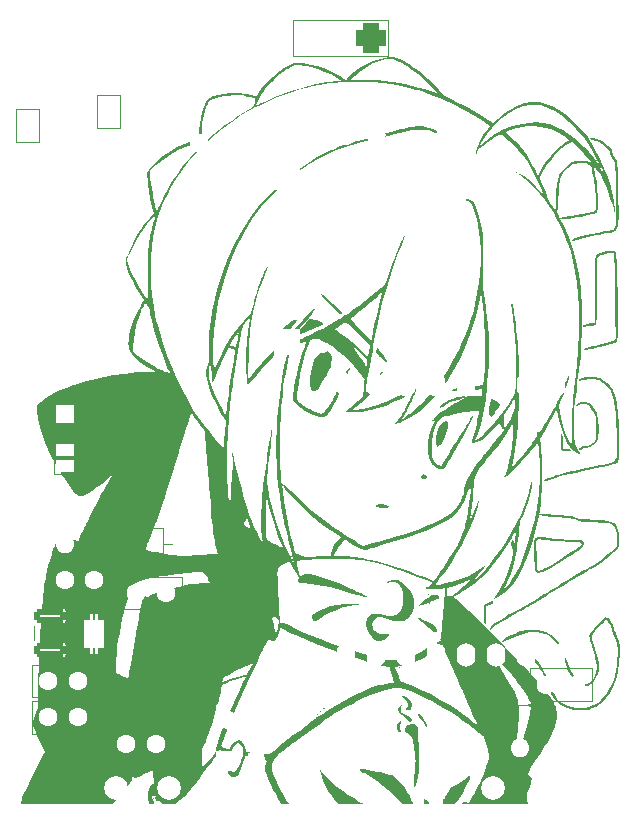
<source format=gbo>
G04 #@! TF.GenerationSoftware,KiCad,Pcbnew,8.99.0-3309-gecdc7ee08f-dirty*
G04 #@! TF.CreationDate,2024-12-18T14:42:25+01:00*
G04 #@! TF.ProjectId,aniweather,616e6977-6561-4746-9865-722e6b696361,v1.12*
G04 #@! TF.SameCoordinates,Original*
G04 #@! TF.FileFunction,Legend,Bot*
G04 #@! TF.FilePolarity,Positive*
%FSLAX46Y46*%
G04 Gerber Fmt 4.6, Leading zero omitted, Abs format (unit mm)*
G04 Created by KiCad (PCBNEW 8.99.0-3309-gecdc7ee08f-dirty) date 2024-12-18 14:42:25*
%MOMM*%
%LPD*%
G01*
G04 APERTURE LIST*
G04 Aperture macros list*
%AMRoundRect*
0 Rectangle with rounded corners*
0 $1 Rounding radius*
0 $2 $3 $4 $5 $6 $7 $8 $9 X,Y pos of 4 corners*
0 Add a 4 corners polygon primitive as box body*
4,1,4,$2,$3,$4,$5,$6,$7,$8,$9,$2,$3,0*
0 Add four circle primitives for the rounded corners*
1,1,$1+$1,$2,$3*
1,1,$1+$1,$4,$5*
1,1,$1+$1,$6,$7*
1,1,$1+$1,$8,$9*
0 Add four rect primitives between the rounded corners*
20,1,$1+$1,$2,$3,$4,$5,0*
20,1,$1+$1,$4,$5,$6,$7,0*
20,1,$1+$1,$6,$7,$8,$9,0*
20,1,$1+$1,$8,$9,$2,$3,0*%
%AMFreePoly0*
4,1,21,-0.125000,1.200000,0.125000,1.200000,0.125000,1.700000,0.375000,1.700000,0.375000,1.200000,0.825000,1.200000,0.825000,-1.200000,0.375000,-1.200000,0.375000,-1.700000,0.125000,-1.700000,0.125000,-1.200000,-0.125000,-1.200000,-0.125000,-1.700000,-0.375000,-1.700000,-0.375000,-1.200000,-0.825000,-1.200000,-0.825000,1.200000,-0.375000,1.200000,-0.375000,1.700000,-0.125000,1.700000,
-0.125000,1.200000,-0.125000,1.200000,$1*%
G04 Aperture macros list end*
%ADD10C,0.150000*%
%ADD11C,0.120000*%
%ADD12C,0.000000*%
%ADD13R,1.600000X1.600000*%
%ADD14O,1.600000X1.600000*%
%ADD15C,1.600000*%
%ADD16R,1.700000X1.700000*%
%ADD17O,1.700000X1.700000*%
%ADD18R,2.200000X2.200000*%
%ADD19C,3.200000*%
%ADD20O,1.600000X2.000000*%
%ADD21C,2.000000*%
%ADD22RoundRect,0.250000X1.075000X-0.375000X1.075000X0.375000X-1.075000X0.375000X-1.075000X-0.375000X0*%
%ADD23RoundRect,0.650000X0.650000X0.650000X-0.650000X0.650000X-0.650000X-0.650000X0.650000X-0.650000X0*%
%ADD24C,2.600000*%
%ADD25RoundRect,0.060000X-0.240000X-0.060000X0.240000X-0.060000X0.240000X0.060000X-0.240000X0.060000X0*%
%ADD26FreePoly0,0.000000*%
%ADD27R,1.500000X1.000000*%
G04 APERTURE END LIST*
D10*
X119041666Y-114909580D02*
X119089285Y-114957200D01*
X119089285Y-114957200D02*
X119232142Y-115004819D01*
X119232142Y-115004819D02*
X119327380Y-115004819D01*
X119327380Y-115004819D02*
X119470237Y-114957200D01*
X119470237Y-114957200D02*
X119565475Y-114861961D01*
X119565475Y-114861961D02*
X119613094Y-114766723D01*
X119613094Y-114766723D02*
X119660713Y-114576247D01*
X119660713Y-114576247D02*
X119660713Y-114433390D01*
X119660713Y-114433390D02*
X119613094Y-114242914D01*
X119613094Y-114242914D02*
X119565475Y-114147676D01*
X119565475Y-114147676D02*
X119470237Y-114052438D01*
X119470237Y-114052438D02*
X119327380Y-114004819D01*
X119327380Y-114004819D02*
X119232142Y-114004819D01*
X119232142Y-114004819D02*
X119089285Y-114052438D01*
X119089285Y-114052438D02*
X119041666Y-114100057D01*
X118184523Y-114004819D02*
X118374999Y-114004819D01*
X118374999Y-114004819D02*
X118470237Y-114052438D01*
X118470237Y-114052438D02*
X118517856Y-114100057D01*
X118517856Y-114100057D02*
X118613094Y-114242914D01*
X118613094Y-114242914D02*
X118660713Y-114433390D01*
X118660713Y-114433390D02*
X118660713Y-114814342D01*
X118660713Y-114814342D02*
X118613094Y-114909580D01*
X118613094Y-114909580D02*
X118565475Y-114957200D01*
X118565475Y-114957200D02*
X118470237Y-115004819D01*
X118470237Y-115004819D02*
X118279761Y-115004819D01*
X118279761Y-115004819D02*
X118184523Y-114957200D01*
X118184523Y-114957200D02*
X118136904Y-114909580D01*
X118136904Y-114909580D02*
X118089285Y-114814342D01*
X118089285Y-114814342D02*
X118089285Y-114576247D01*
X118089285Y-114576247D02*
X118136904Y-114481009D01*
X118136904Y-114481009D02*
X118184523Y-114433390D01*
X118184523Y-114433390D02*
X118279761Y-114385771D01*
X118279761Y-114385771D02*
X118470237Y-114385771D01*
X118470237Y-114385771D02*
X118565475Y-114433390D01*
X118565475Y-114433390D02*
X118613094Y-114481009D01*
X118613094Y-114481009D02*
X118660713Y-114576247D01*
X117666666Y-118459580D02*
X117714285Y-118507200D01*
X117714285Y-118507200D02*
X117857142Y-118554819D01*
X117857142Y-118554819D02*
X117952380Y-118554819D01*
X117952380Y-118554819D02*
X118095237Y-118507200D01*
X118095237Y-118507200D02*
X118190475Y-118411961D01*
X118190475Y-118411961D02*
X118238094Y-118316723D01*
X118238094Y-118316723D02*
X118285713Y-118126247D01*
X118285713Y-118126247D02*
X118285713Y-117983390D01*
X118285713Y-117983390D02*
X118238094Y-117792914D01*
X118238094Y-117792914D02*
X118190475Y-117697676D01*
X118190475Y-117697676D02*
X118095237Y-117602438D01*
X118095237Y-117602438D02*
X117952380Y-117554819D01*
X117952380Y-117554819D02*
X117857142Y-117554819D01*
X117857142Y-117554819D02*
X117714285Y-117602438D01*
X117714285Y-117602438D02*
X117666666Y-117650057D01*
X117333332Y-117554819D02*
X116666666Y-117554819D01*
X116666666Y-117554819D02*
X117095237Y-118554819D01*
X119159819Y-116383333D02*
X119159819Y-115907143D01*
X119159819Y-115907143D02*
X118159819Y-115907143D01*
X119159819Y-117240476D02*
X119159819Y-116669048D01*
X119159819Y-116954762D02*
X118159819Y-116954762D01*
X118159819Y-116954762D02*
X118302676Y-116859524D01*
X118302676Y-116859524D02*
X118397914Y-116764286D01*
X118397914Y-116764286D02*
X118445533Y-116669048D01*
X122871666Y-107134819D02*
X123204999Y-106658628D01*
X123443094Y-107134819D02*
X123443094Y-106134819D01*
X123443094Y-106134819D02*
X123062142Y-106134819D01*
X123062142Y-106134819D02*
X122966904Y-106182438D01*
X122966904Y-106182438D02*
X122919285Y-106230057D01*
X122919285Y-106230057D02*
X122871666Y-106325295D01*
X122871666Y-106325295D02*
X122871666Y-106468152D01*
X122871666Y-106468152D02*
X122919285Y-106563390D01*
X122919285Y-106563390D02*
X122966904Y-106611009D01*
X122966904Y-106611009D02*
X123062142Y-106658628D01*
X123062142Y-106658628D02*
X123443094Y-106658628D01*
X122490713Y-106230057D02*
X122443094Y-106182438D01*
X122443094Y-106182438D02*
X122347856Y-106134819D01*
X122347856Y-106134819D02*
X122109761Y-106134819D01*
X122109761Y-106134819D02*
X122014523Y-106182438D01*
X122014523Y-106182438D02*
X121966904Y-106230057D01*
X121966904Y-106230057D02*
X121919285Y-106325295D01*
X121919285Y-106325295D02*
X121919285Y-106420533D01*
X121919285Y-106420533D02*
X121966904Y-106563390D01*
X121966904Y-106563390D02*
X122538332Y-107134819D01*
X122538332Y-107134819D02*
X121919285Y-107134819D01*
X120907224Y-118804819D02*
X120907224Y-119614342D01*
X120907224Y-119614342D02*
X120859605Y-119709580D01*
X120859605Y-119709580D02*
X120811986Y-119757200D01*
X120811986Y-119757200D02*
X120716748Y-119804819D01*
X120716748Y-119804819D02*
X120526272Y-119804819D01*
X120526272Y-119804819D02*
X120431034Y-119757200D01*
X120431034Y-119757200D02*
X120383415Y-119709580D01*
X120383415Y-119709580D02*
X120335796Y-119614342D01*
X120335796Y-119614342D02*
X120335796Y-118804819D01*
X119383415Y-118804819D02*
X119859605Y-118804819D01*
X119859605Y-118804819D02*
X119907224Y-119281009D01*
X119907224Y-119281009D02*
X119859605Y-119233390D01*
X119859605Y-119233390D02*
X119764367Y-119185771D01*
X119764367Y-119185771D02*
X119526272Y-119185771D01*
X119526272Y-119185771D02*
X119431034Y-119233390D01*
X119431034Y-119233390D02*
X119383415Y-119281009D01*
X119383415Y-119281009D02*
X119335796Y-119376247D01*
X119335796Y-119376247D02*
X119335796Y-119614342D01*
X119335796Y-119614342D02*
X119383415Y-119709580D01*
X119383415Y-119709580D02*
X119431034Y-119757200D01*
X119431034Y-119757200D02*
X119526272Y-119804819D01*
X119526272Y-119804819D02*
X119764367Y-119804819D01*
X119764367Y-119804819D02*
X119859605Y-119757200D01*
X119859605Y-119757200D02*
X119907224Y-119709580D01*
X118954819Y-100891666D02*
X119669104Y-100891666D01*
X119669104Y-100891666D02*
X119811961Y-100844047D01*
X119811961Y-100844047D02*
X119907200Y-100748809D01*
X119907200Y-100748809D02*
X119954819Y-100605952D01*
X119954819Y-100605952D02*
X119954819Y-100510714D01*
X119954819Y-101367857D02*
X118954819Y-101367857D01*
X118954819Y-101367857D02*
X118954819Y-101748809D01*
X118954819Y-101748809D02*
X119002438Y-101844047D01*
X119002438Y-101844047D02*
X119050057Y-101891666D01*
X119050057Y-101891666D02*
X119145295Y-101939285D01*
X119145295Y-101939285D02*
X119288152Y-101939285D01*
X119288152Y-101939285D02*
X119383390Y-101891666D01*
X119383390Y-101891666D02*
X119431009Y-101844047D01*
X119431009Y-101844047D02*
X119478628Y-101748809D01*
X119478628Y-101748809D02*
X119478628Y-101367857D01*
X119954819Y-102891666D02*
X119954819Y-102320238D01*
X119954819Y-102605952D02*
X118954819Y-102605952D01*
X118954819Y-102605952D02*
X119097676Y-102510714D01*
X119097676Y-102510714D02*
X119192914Y-102415476D01*
X119192914Y-102415476D02*
X119240533Y-102320238D01*
X117666666Y-121559580D02*
X117714285Y-121607200D01*
X117714285Y-121607200D02*
X117857142Y-121654819D01*
X117857142Y-121654819D02*
X117952380Y-121654819D01*
X117952380Y-121654819D02*
X118095237Y-121607200D01*
X118095237Y-121607200D02*
X118190475Y-121511961D01*
X118190475Y-121511961D02*
X118238094Y-121416723D01*
X118238094Y-121416723D02*
X118285713Y-121226247D01*
X118285713Y-121226247D02*
X118285713Y-121083390D01*
X118285713Y-121083390D02*
X118238094Y-120892914D01*
X118238094Y-120892914D02*
X118190475Y-120797676D01*
X118190475Y-120797676D02*
X118095237Y-120702438D01*
X118095237Y-120702438D02*
X117952380Y-120654819D01*
X117952380Y-120654819D02*
X117857142Y-120654819D01*
X117857142Y-120654819D02*
X117714285Y-120702438D01*
X117714285Y-120702438D02*
X117666666Y-120750057D01*
X117095237Y-121083390D02*
X117190475Y-121035771D01*
X117190475Y-121035771D02*
X117238094Y-120988152D01*
X117238094Y-120988152D02*
X117285713Y-120892914D01*
X117285713Y-120892914D02*
X117285713Y-120845295D01*
X117285713Y-120845295D02*
X117238094Y-120750057D01*
X117238094Y-120750057D02*
X117190475Y-120702438D01*
X117190475Y-120702438D02*
X117095237Y-120654819D01*
X117095237Y-120654819D02*
X116904761Y-120654819D01*
X116904761Y-120654819D02*
X116809523Y-120702438D01*
X116809523Y-120702438D02*
X116761904Y-120750057D01*
X116761904Y-120750057D02*
X116714285Y-120845295D01*
X116714285Y-120845295D02*
X116714285Y-120892914D01*
X116714285Y-120892914D02*
X116761904Y-120988152D01*
X116761904Y-120988152D02*
X116809523Y-121035771D01*
X116809523Y-121035771D02*
X116904761Y-121083390D01*
X116904761Y-121083390D02*
X117095237Y-121083390D01*
X117095237Y-121083390D02*
X117190475Y-121131009D01*
X117190475Y-121131009D02*
X117238094Y-121178628D01*
X117238094Y-121178628D02*
X117285713Y-121273866D01*
X117285713Y-121273866D02*
X117285713Y-121464342D01*
X117285713Y-121464342D02*
X117238094Y-121559580D01*
X117238094Y-121559580D02*
X117190475Y-121607200D01*
X117190475Y-121607200D02*
X117095237Y-121654819D01*
X117095237Y-121654819D02*
X116904761Y-121654819D01*
X116904761Y-121654819D02*
X116809523Y-121607200D01*
X116809523Y-121607200D02*
X116761904Y-121559580D01*
X116761904Y-121559580D02*
X116714285Y-121464342D01*
X116714285Y-121464342D02*
X116714285Y-121273866D01*
X116714285Y-121273866D02*
X116761904Y-121178628D01*
X116761904Y-121178628D02*
X116809523Y-121131009D01*
X116809523Y-121131009D02*
X116904761Y-121083390D01*
D11*
X116255000Y-110680000D02*
X121495000Y-110680000D01*
X116255000Y-113420000D02*
X116255000Y-110680000D01*
X116255000Y-113420000D02*
X121495000Y-113420000D01*
X121495000Y-113420000D02*
X121495000Y-110680000D01*
X157030000Y-119555000D02*
X162270000Y-119555000D01*
X157030000Y-122295000D02*
X157030000Y-119555000D01*
X157030000Y-122295000D02*
X162270000Y-122295000D01*
X162270000Y-122295000D02*
X162270000Y-119555000D01*
X114880000Y-119230000D02*
X114880000Y-121970000D01*
X120120000Y-119230000D02*
X114880000Y-119230000D01*
X120120000Y-119230000D02*
X120120000Y-121970000D01*
X120120000Y-121970000D02*
X114880000Y-121970000D01*
X115065000Y-117152064D02*
X115065000Y-115947936D01*
X117785000Y-117152064D02*
X117785000Y-115947936D01*
X136930000Y-67675000D02*
X136930000Y-64675000D01*
X136930000Y-67675000D02*
X145030000Y-67675000D01*
X145030000Y-64675000D02*
X136930000Y-64675000D01*
X145030000Y-64675000D02*
X145030000Y-67675000D01*
X118665000Y-109050000D02*
X119435000Y-109050000D01*
X119435000Y-107680000D02*
X125975000Y-107680000D01*
X119435000Y-110420000D02*
X119435000Y-107680000D01*
X125975000Y-107680000D02*
X125975000Y-110420000D01*
X125975000Y-110420000D02*
X119435000Y-110420000D01*
X126745000Y-109050000D02*
X125975000Y-109050000D01*
X118515000Y-115040000D02*
X119490000Y-115040000D01*
X118515000Y-115270000D02*
X118515000Y-115040000D01*
X118805000Y-118260000D02*
X119490000Y-118260000D01*
X120760000Y-115040000D02*
X121735000Y-115040000D01*
X120760000Y-118260000D02*
X121735000Y-118260000D01*
X121735000Y-115270000D02*
X121735000Y-115040000D01*
X121735000Y-118260000D02*
X121735000Y-118030000D01*
X118485000Y-118540000D02*
X118205000Y-118260000D01*
X118485000Y-118260000D01*
X118485000Y-118540000D01*
G36*
X118485000Y-118540000D02*
G01*
X118205000Y-118260000D01*
X118485000Y-118260000D01*
X118485000Y-118540000D01*
G37*
X116700000Y-100325000D02*
X116700000Y-103125000D01*
X116700000Y-103125000D02*
X118700000Y-103125000D01*
X118700000Y-100325000D02*
X116700000Y-100325000D01*
X118700000Y-103125000D02*
X118700000Y-100325000D01*
X120350000Y-71000000D02*
X120350000Y-73800000D01*
X120350000Y-73800000D02*
X122350000Y-73800000D01*
X122350000Y-71000000D02*
X120350000Y-71000000D01*
X122350000Y-73800000D02*
X122350000Y-71000000D01*
X113500000Y-72150000D02*
X113500000Y-74950000D01*
X113500000Y-74950000D02*
X115500000Y-74950000D01*
X115500000Y-72150000D02*
X113500000Y-72150000D01*
X115500000Y-74950000D02*
X115500000Y-72150000D01*
D12*
G36*
X123726553Y-113165040D02*
G01*
X123697357Y-113194236D01*
X123668162Y-113165040D01*
X123697357Y-113135845D01*
X123726553Y-113165040D01*
G37*
G36*
X125595058Y-130857454D02*
G01*
X125565863Y-130886650D01*
X125536668Y-130857454D01*
X125565863Y-130828259D01*
X125595058Y-130857454D01*
G37*
G36*
X125711840Y-130915845D02*
G01*
X125682645Y-130945040D01*
X125653449Y-130915845D01*
X125682645Y-130886650D01*
X125711840Y-130915845D01*
G37*
G36*
X137506783Y-95939753D02*
G01*
X137477587Y-95968948D01*
X137448392Y-95939753D01*
X137477587Y-95910558D01*
X137506783Y-95939753D01*
G37*
G36*
X138849771Y-123675385D02*
G01*
X138820576Y-123704581D01*
X138791380Y-123675385D01*
X138820576Y-123646190D01*
X138849771Y-123675385D01*
G37*
G36*
X139083334Y-123441822D02*
G01*
X139054139Y-123471017D01*
X139024944Y-123441822D01*
X139054139Y-123412627D01*
X139083334Y-123441822D01*
G37*
G36*
X146031840Y-119471247D02*
G01*
X146002645Y-119500443D01*
X145973449Y-119471247D01*
X146002645Y-119442052D01*
X146031840Y-119471247D01*
G37*
G36*
X147958737Y-131032627D02*
G01*
X147929541Y-131061822D01*
X147900346Y-131032627D01*
X147929541Y-131003431D01*
X147958737Y-131032627D01*
G37*
G36*
X148367472Y-114099293D02*
G01*
X148338277Y-114128489D01*
X148309081Y-114099293D01*
X148338277Y-114070098D01*
X148367472Y-114099293D01*
G37*
G36*
X148484254Y-113398604D02*
G01*
X148455058Y-113427799D01*
X148425863Y-113398604D01*
X148455058Y-113369408D01*
X148484254Y-113398604D01*
G37*
G36*
X148601035Y-113340213D02*
G01*
X148571840Y-113369408D01*
X148542645Y-113340213D01*
X148571840Y-113311017D01*
X148601035Y-113340213D01*
G37*
G36*
X148601035Y-131032627D02*
G01*
X148571840Y-131061822D01*
X148542645Y-131032627D01*
X148571840Y-131003431D01*
X148601035Y-131032627D01*
G37*
G36*
X149301725Y-117194006D02*
G01*
X149272530Y-117223201D01*
X149243334Y-117194006D01*
X149272530Y-117164811D01*
X149301725Y-117194006D01*
G37*
G36*
X149593679Y-117544351D02*
G01*
X149564484Y-117573546D01*
X149535288Y-117544351D01*
X149564484Y-117515155D01*
X149593679Y-117544351D01*
G37*
G36*
X151987702Y-97866650D02*
G01*
X151958507Y-97895845D01*
X151929311Y-97866650D01*
X151958507Y-97837454D01*
X151987702Y-97866650D01*
G37*
G36*
X152162875Y-97925040D02*
G01*
X152133679Y-97954236D01*
X152104484Y-97925040D01*
X152133679Y-97895845D01*
X152162875Y-97925040D01*
G37*
G36*
X152338047Y-129981592D02*
G01*
X152308852Y-130010788D01*
X152279656Y-129981592D01*
X152308852Y-129952397D01*
X152338047Y-129981592D01*
G37*
G36*
X152396438Y-129864811D02*
G01*
X152367242Y-129894006D01*
X152338047Y-129864811D01*
X152367242Y-129835615D01*
X152396438Y-129864811D01*
G37*
G36*
X125127932Y-130361132D02*
G01*
X125123718Y-130392044D01*
X125089005Y-130400060D01*
X125082017Y-130391501D01*
X125089005Y-130322205D01*
X125106568Y-130313070D01*
X125127932Y-130361132D01*
G37*
G36*
X125186323Y-130536305D02*
G01*
X125182109Y-130567217D01*
X125147396Y-130575232D01*
X125140407Y-130566674D01*
X125147396Y-130497378D01*
X125164959Y-130488243D01*
X125186323Y-130536305D01*
G37*
G36*
X139822951Y-122789791D02*
G01*
X139832086Y-122807354D01*
X139784024Y-122828719D01*
X139753112Y-122824505D01*
X139745097Y-122789791D01*
X139753655Y-122782803D01*
X139822951Y-122789791D01*
G37*
G36*
X141827702Y-93691707D02*
G01*
X141823488Y-93722619D01*
X141788775Y-93730634D01*
X141781787Y-93722076D01*
X141788775Y-93652780D01*
X141806338Y-93643645D01*
X141827702Y-93691707D01*
G37*
G36*
X148464790Y-113272090D02*
G01*
X148473925Y-113289653D01*
X148425863Y-113311017D01*
X148394951Y-113306803D01*
X148386936Y-113272090D01*
X148395494Y-113265102D01*
X148464790Y-113272090D01*
G37*
G36*
X148523181Y-114031171D02*
G01*
X148532316Y-114048734D01*
X148484254Y-114070098D01*
X148453342Y-114065884D01*
X148445327Y-114031171D01*
X148453885Y-114024182D01*
X148523181Y-114031171D01*
G37*
G36*
X151793066Y-129563125D02*
G01*
X151802201Y-129580688D01*
X151754139Y-129602052D01*
X151723227Y-129597838D01*
X151715212Y-129563125D01*
X151723770Y-129556136D01*
X151793066Y-129563125D01*
G37*
G36*
X133156668Y-126609830D02*
G01*
X133253052Y-126633864D01*
X133302645Y-126660123D01*
X133266537Y-126674824D01*
X133156668Y-126682512D01*
X133060707Y-126670039D01*
X133010691Y-126632218D01*
X133048166Y-126605826D01*
X133156668Y-126609830D01*
G37*
G36*
X139610978Y-122888201D02*
G01*
X139663570Y-122900153D01*
X139608852Y-122945500D01*
X139527789Y-122988508D01*
X139458163Y-122997081D01*
X139462875Y-122945500D01*
X139492123Y-122917757D01*
X139597700Y-122888003D01*
X139610978Y-122888201D01*
G37*
G36*
X139355756Y-123141616D02*
G01*
X139288026Y-123237096D01*
X139248818Y-123279316D01*
X139173548Y-123346737D01*
X139168286Y-123321887D01*
X139235875Y-123206437D01*
X139238537Y-123202403D01*
X139314425Y-123110010D01*
X139363376Y-123089297D01*
X139355756Y-123141616D01*
G37*
G36*
X148158570Y-103138327D02*
G01*
X148201235Y-103161299D01*
X148294837Y-103269193D01*
X148287580Y-103389413D01*
X148177702Y-103489613D01*
X148137753Y-103507965D01*
X147963395Y-103548280D01*
X147851967Y-103498456D01*
X147812760Y-103361749D01*
X147813774Y-103330371D01*
X147866506Y-103172845D01*
X147987073Y-103105189D01*
X148158570Y-103138327D01*
G37*
G36*
X151742948Y-130907847D02*
G01*
X151728088Y-130998343D01*
X151706755Y-131016008D01*
X151593048Y-131048811D01*
X151426097Y-131061822D01*
X151421263Y-131061815D01*
X151256578Y-131047976D01*
X151204896Y-131010753D01*
X151265876Y-130954759D01*
X151439178Y-130884607D01*
X151526973Y-130861826D01*
X151668389Y-130859381D01*
X151742948Y-130907847D01*
G37*
G36*
X155596757Y-108650488D02*
G01*
X155638373Y-108775856D01*
X155662082Y-108953238D01*
X155663592Y-109148153D01*
X155638611Y-109326123D01*
X155597485Y-109435513D01*
X155549799Y-109458522D01*
X155507010Y-109388001D01*
X155475952Y-109236089D01*
X155463457Y-109014928D01*
X155464207Y-108890969D01*
X155474957Y-108720771D01*
X155501867Y-108634508D01*
X155549541Y-108610558D01*
X155596757Y-108650488D01*
G37*
G36*
X146132074Y-124025442D02*
G01*
X146092176Y-124195010D01*
X146054264Y-124414344D01*
X146063791Y-124666049D01*
X146063931Y-124666987D01*
X146081641Y-124831775D01*
X146066289Y-124910592D01*
X146012586Y-124930788D01*
X145961130Y-124919779D01*
X145852597Y-124826893D01*
X145771659Y-124668696D01*
X145739886Y-124480785D01*
X145770172Y-124319334D01*
X145910233Y-124099680D01*
X146030140Y-123984105D01*
X146110170Y-123954498D01*
X146132074Y-124025442D01*
G37*
G36*
X154736068Y-95428953D02*
G01*
X154894987Y-95451115D01*
X154948889Y-95490150D01*
X154902385Y-95541345D01*
X154760087Y-95599985D01*
X154526606Y-95661355D01*
X154206553Y-95720741D01*
X154162398Y-95727586D01*
X153966522Y-95752000D01*
X153856632Y-95745717D01*
X153808480Y-95702539D01*
X153797817Y-95616270D01*
X153809432Y-95556338D01*
X153866820Y-95501057D01*
X153988232Y-95464336D01*
X154191228Y-95441410D01*
X154493368Y-95427514D01*
X154736068Y-95428953D01*
G37*
G36*
X144535864Y-105671663D02*
G01*
X144824857Y-105716500D01*
X144900381Y-105734772D01*
X145039732Y-105779904D01*
X145090022Y-105827512D01*
X145070793Y-105891500D01*
X145046852Y-105909818D01*
X144926158Y-105938699D01*
X144739576Y-105952869D01*
X144521287Y-105952899D01*
X144305472Y-105939362D01*
X144126314Y-105912831D01*
X144017994Y-105873876D01*
X143961138Y-105829641D01*
X143946562Y-105782650D01*
X144032191Y-105727899D01*
X144066356Y-105712239D01*
X144270261Y-105670426D01*
X144535864Y-105671663D01*
G37*
G36*
X147687472Y-123432431D02*
G01*
X147803142Y-123534445D01*
X147937415Y-123699404D01*
X148072691Y-123900328D01*
X148191366Y-124110234D01*
X148275840Y-124302140D01*
X148308511Y-124449063D01*
X148303628Y-124496795D01*
X148266673Y-124521155D01*
X148207537Y-124458269D01*
X148143137Y-124321216D01*
X148082775Y-124200250D01*
X147959484Y-124015306D01*
X147810257Y-123830913D01*
X147667056Y-123662695D01*
X147571567Y-123519320D01*
X147560960Y-123438188D01*
X147632397Y-123412627D01*
X147687472Y-123432431D01*
G37*
G36*
X148219000Y-130650329D02*
G01*
X148302164Y-130722123D01*
X148368683Y-130739924D01*
X148391629Y-130741904D01*
X148404673Y-130814289D01*
X148411857Y-130867415D01*
X148467555Y-130901948D01*
X148500996Y-130907021D01*
X148505101Y-130974936D01*
X148424729Y-131038555D01*
X148244443Y-131061822D01*
X148194435Y-131061562D01*
X148073314Y-131048461D01*
X148025804Y-130994758D01*
X148018022Y-130872052D01*
X148021669Y-130776029D01*
X148054920Y-130624487D01*
X148121306Y-130581916D01*
X148219000Y-130650329D01*
G37*
G36*
X153890241Y-113854316D02*
G01*
X153914599Y-113923137D01*
X153889079Y-113971379D01*
X153783035Y-114062072D01*
X153622645Y-114157684D01*
X153330691Y-114305628D01*
X153330691Y-115024798D01*
X153330682Y-115040632D01*
X153327512Y-115317519D01*
X153319449Y-115549154D01*
X153307670Y-115711697D01*
X153293351Y-115781307D01*
X153284322Y-115789722D01*
X153233702Y-115803322D01*
X153197106Y-115737789D01*
X153172939Y-115583771D01*
X153159608Y-115331922D01*
X153155518Y-114972890D01*
X153155518Y-114189242D01*
X153462070Y-114013436D01*
X153657397Y-113908054D01*
X153808726Y-113848446D01*
X153890241Y-113854316D01*
G37*
G36*
X144188493Y-92444546D02*
G01*
X144280116Y-92549099D01*
X144284772Y-92556523D01*
X144369025Y-92678644D01*
X144497754Y-92853547D01*
X144645058Y-93045968D01*
X144669770Y-93077950D01*
X144797975Y-93256246D01*
X144888267Y-93402611D01*
X144922415Y-93487991D01*
X144912599Y-93543414D01*
X144845140Y-93577840D01*
X144721262Y-93526123D01*
X144549928Y-93392956D01*
X144340100Y-93183033D01*
X144231533Y-93061731D01*
X144089855Y-92884717D01*
X144020408Y-92760161D01*
X144012980Y-92672114D01*
X144030589Y-92595106D01*
X144045755Y-92480098D01*
X144049881Y-92449072D01*
X144101580Y-92408209D01*
X144188493Y-92444546D01*
G37*
G36*
X139303746Y-128098703D02*
G01*
X139371385Y-128231200D01*
X139488541Y-128418398D01*
X139697274Y-128659859D01*
X139982230Y-128939263D01*
X140330680Y-129246283D01*
X140729892Y-129570588D01*
X141167136Y-129901852D01*
X141629679Y-130229745D01*
X142104792Y-130543939D01*
X142579743Y-130834105D01*
X142966323Y-131059756D01*
X141886093Y-131059235D01*
X140805863Y-131058713D01*
X140426323Y-130619319D01*
X140232126Y-130378995D01*
X139936104Y-129932529D01*
X139677091Y-129423019D01*
X139440404Y-128823721D01*
X139379982Y-128643158D01*
X139314807Y-128419099D01*
X139272997Y-128238896D01*
X139256151Y-128116278D01*
X139265868Y-128064972D01*
X139303746Y-128098703D01*
G37*
G36*
X149175038Y-113349659D02*
G01*
X149310784Y-113422013D01*
X149353289Y-113522973D01*
X149290787Y-113638934D01*
X149285367Y-113643819D01*
X149183568Y-113702340D01*
X148998109Y-113785228D01*
X148753514Y-113882155D01*
X148474305Y-113982793D01*
X148433019Y-113996941D01*
X148159971Y-114088726D01*
X147925954Y-114164458D01*
X147754697Y-114216619D01*
X147669926Y-114237689D01*
X147645065Y-114212314D01*
X147698032Y-114132529D01*
X147813781Y-114013134D01*
X147976589Y-113868994D01*
X148170734Y-113714972D01*
X148380491Y-113565934D01*
X148583581Y-113436486D01*
X148741993Y-113356439D01*
X148874973Y-113322720D01*
X149016843Y-113322181D01*
X149175038Y-113349659D01*
G37*
G36*
X146339467Y-121851814D02*
G01*
X146517410Y-121936136D01*
X146708538Y-122069743D01*
X146876489Y-122225716D01*
X146984898Y-122377139D01*
X147066145Y-122595602D01*
X147069205Y-122770575D01*
X146991977Y-122932508D01*
X146963398Y-122966975D01*
X146842602Y-123044839D01*
X146709398Y-123067969D01*
X146601684Y-123035234D01*
X146557357Y-122945500D01*
X146567557Y-122877659D01*
X146611813Y-122828719D01*
X146652987Y-122814229D01*
X146698661Y-122723391D01*
X146699269Y-122582724D01*
X146650935Y-122431569D01*
X146624842Y-122387134D01*
X146504324Y-122230612D01*
X146355972Y-122080090D01*
X146238421Y-121973169D01*
X146164038Y-121887203D01*
X146171270Y-121846406D01*
X146253972Y-121836075D01*
X146339467Y-121851814D01*
G37*
G36*
X147659527Y-115254668D02*
G01*
X147778657Y-115274452D01*
X147822395Y-115302749D01*
X147866353Y-115341147D01*
X147994862Y-115420584D01*
X148188016Y-115529250D01*
X148425863Y-115655486D01*
X148723919Y-115818829D01*
X148961467Y-115976536D01*
X149105168Y-116115912D01*
X149164200Y-116246124D01*
X149147744Y-116376338D01*
X149139958Y-116393904D01*
X149063625Y-116455235D01*
X148933935Y-116436335D01*
X148745837Y-116334588D01*
X148494279Y-116147376D01*
X148174208Y-115872083D01*
X148115128Y-115818947D01*
X147899214Y-115624806D01*
X147717169Y-115461189D01*
X147586641Y-115343957D01*
X147525282Y-115288970D01*
X147521162Y-115284712D01*
X147544109Y-115257934D01*
X147651699Y-115254068D01*
X147659527Y-115254668D01*
G37*
G36*
X159741328Y-99709711D02*
G01*
X159775401Y-99753176D01*
X159798710Y-99859728D01*
X159814170Y-100047259D01*
X159824692Y-100333661D01*
X159841265Y-100961362D01*
X160177012Y-100978874D01*
X160297770Y-100987366D01*
X160455321Y-101014578D01*
X160510843Y-101059480D01*
X160473832Y-101126803D01*
X160450564Y-101140119D01*
X160328801Y-101161320D01*
X160151062Y-101165749D01*
X159959844Y-101155131D01*
X159797646Y-101131193D01*
X159706967Y-101095661D01*
X159697354Y-101082581D01*
X159663939Y-100955525D01*
X159643701Y-100715697D01*
X159636898Y-100365776D01*
X159637929Y-100161268D01*
X159644531Y-99935085D01*
X159659271Y-99795800D01*
X159684486Y-99725422D01*
X159722508Y-99705960D01*
X159741328Y-99709711D01*
G37*
G36*
X139378726Y-87845162D02*
G01*
X139540997Y-87954413D01*
X139766518Y-88131933D01*
X140047195Y-88371136D01*
X140374931Y-88665434D01*
X140741632Y-89008242D01*
X140823017Y-89085877D01*
X140996062Y-89255012D01*
X141098416Y-89367304D01*
X141141206Y-89439220D01*
X141135554Y-89487232D01*
X141092587Y-89527809D01*
X141080436Y-89536027D01*
X141036584Y-89550805D01*
X140980322Y-89537877D01*
X140900145Y-89487910D01*
X140784548Y-89391574D01*
X140622024Y-89239536D01*
X140401068Y-89022466D01*
X140110175Y-88731031D01*
X140017911Y-88637771D01*
X139771999Y-88384686D01*
X139563392Y-88163376D01*
X139403542Y-87986405D01*
X139303903Y-87866339D01*
X139275927Y-87815743D01*
X139287802Y-87810767D01*
X139378726Y-87845162D01*
G37*
G36*
X150015295Y-98599292D02*
G01*
X150097406Y-98682362D01*
X150107984Y-98781268D01*
X150093446Y-98969411D01*
X150056702Y-99204850D01*
X150004198Y-99453285D01*
X149942376Y-99680414D01*
X149877681Y-99851937D01*
X149808576Y-99993421D01*
X149673821Y-100255960D01*
X149565245Y-100441589D01*
X149469542Y-100571849D01*
X149373407Y-100668277D01*
X149267895Y-100750678D01*
X149202657Y-100763021D01*
X149144690Y-100706699D01*
X149129020Y-100681656D01*
X149086778Y-100515370D01*
X149081544Y-100271212D01*
X149109996Y-99974630D01*
X149168813Y-99651072D01*
X149254671Y-99325987D01*
X149364249Y-99024823D01*
X149426036Y-98913366D01*
X149562017Y-98761463D01*
X149722372Y-98650627D01*
X149881874Y-98592642D01*
X150015295Y-98599292D01*
G37*
G36*
X146181158Y-122629785D02*
G01*
X146149973Y-122709412D01*
X146109068Y-122823745D01*
X146095058Y-123040154D01*
X146145893Y-123232355D01*
X146148679Y-123237069D01*
X146233356Y-123316986D01*
X146389653Y-123423012D01*
X146585991Y-123533537D01*
X146733378Y-123615493D01*
X146935890Y-123769231D01*
X147023557Y-123914198D01*
X146997339Y-124051607D01*
X146988827Y-124064858D01*
X146947675Y-124102968D01*
X146892577Y-124087661D01*
X146803344Y-124006767D01*
X146659791Y-123848116D01*
X146554459Y-123738845D01*
X146370517Y-123579833D01*
X146206346Y-123470677D01*
X146107297Y-123410368D01*
X145949670Y-123240358D01*
X145892319Y-123040546D01*
X145943305Y-122830554D01*
X146028064Y-122706943D01*
X146118618Y-122632741D01*
X146136781Y-122626193D01*
X146181158Y-122629785D01*
G37*
G36*
X153840906Y-96729324D02*
G01*
X153979695Y-96798160D01*
X154139201Y-96890294D01*
X154290004Y-96989360D01*
X154402681Y-97078997D01*
X154409088Y-97085117D01*
X154456052Y-97139442D01*
X154472848Y-97199598D01*
X154452371Y-97283731D01*
X154387514Y-97409982D01*
X154271172Y-97596495D01*
X154096238Y-97861415D01*
X154063644Y-97909870D01*
X153942721Y-98081052D01*
X153848763Y-98200990D01*
X153799865Y-98246190D01*
X153797520Y-98245989D01*
X153730087Y-98202799D01*
X153629052Y-98107033D01*
X153570341Y-98040978D01*
X153534180Y-97973043D01*
X153527285Y-97881897D01*
X153547889Y-97737179D01*
X153594225Y-97508527D01*
X153666144Y-97151200D01*
X153712717Y-96887400D01*
X153735403Y-96707883D01*
X153752256Y-96700147D01*
X153840906Y-96729324D01*
G37*
G36*
X142044044Y-114072626D02*
G01*
X142325757Y-114081154D01*
X142503146Y-114097587D01*
X142573721Y-114120105D01*
X142534991Y-114146886D01*
X142384466Y-114176108D01*
X142119656Y-114205951D01*
X141753869Y-114258060D01*
X141223769Y-114386201D01*
X140682505Y-114569044D01*
X140162047Y-114793919D01*
X139694363Y-115048153D01*
X139311422Y-115319074D01*
X139309365Y-115320788D01*
X139076665Y-115492691D01*
X138897463Y-115571159D01*
X138759050Y-115558866D01*
X138648714Y-115458485D01*
X138618424Y-115411372D01*
X138559077Y-115235885D01*
X138595333Y-115069092D01*
X138731333Y-114907160D01*
X138971221Y-114746256D01*
X139319136Y-114582547D01*
X139779220Y-114412199D01*
X140135150Y-114301039D01*
X140707829Y-114167551D01*
X141292168Y-114093696D01*
X141936336Y-114071873D01*
X142044044Y-114072626D01*
G37*
G36*
X138550231Y-89966525D02*
G01*
X138740285Y-90009561D01*
X138968980Y-90073232D01*
X139198165Y-90146009D01*
X139389687Y-90216363D01*
X139505393Y-90272766D01*
X139516727Y-90281110D01*
X139542547Y-90311054D01*
X139536817Y-90345506D01*
X139488766Y-90390519D01*
X139387621Y-90452149D01*
X139222611Y-90536451D01*
X138982963Y-90649480D01*
X138657906Y-90797292D01*
X138236668Y-90985941D01*
X138089213Y-91051091D01*
X137811770Y-91169924D01*
X137577065Y-91265582D01*
X137406246Y-91329584D01*
X137320459Y-91353445D01*
X137295705Y-91353263D01*
X137201215Y-91317448D01*
X137204189Y-91232122D01*
X137305496Y-91111306D01*
X137509076Y-90924390D01*
X137804913Y-90619069D01*
X138079522Y-90284122D01*
X138179705Y-90160485D01*
X138336726Y-90007095D01*
X138452767Y-89954696D01*
X138550231Y-89966525D01*
G37*
G36*
X137281003Y-89939123D02*
G01*
X137287290Y-89948257D01*
X137275691Y-90041179D01*
X137198295Y-90195361D01*
X137069450Y-90393056D01*
X136903509Y-90616514D01*
X136714823Y-90847987D01*
X136517741Y-91069729D01*
X136326616Y-91263991D01*
X136155797Y-91413025D01*
X136019636Y-91499082D01*
X135854214Y-91596666D01*
X135701087Y-91728090D01*
X135638154Y-91793378D01*
X135534686Y-91868445D01*
X135460807Y-91847271D01*
X135391536Y-91730012D01*
X135366685Y-91670710D01*
X135357362Y-91581066D01*
X135421985Y-91522742D01*
X135511319Y-91442816D01*
X135603072Y-91309380D01*
X135676733Y-91198092D01*
X135822660Y-91025457D01*
X136011676Y-90828730D01*
X136223557Y-90626371D01*
X136438077Y-90436844D01*
X136635011Y-90278610D01*
X136794134Y-90170130D01*
X136895222Y-90129868D01*
X136896560Y-90129824D01*
X136971589Y-90091248D01*
X137080459Y-90002182D01*
X137098976Y-89985206D01*
X137206298Y-89916230D01*
X137281003Y-89939123D01*
G37*
G36*
X143014934Y-128075359D02*
G01*
X143333844Y-128123046D01*
X143723100Y-128202385D01*
X144171634Y-128311982D01*
X144362408Y-128361066D01*
X144669659Y-128436365D01*
X144934079Y-128496592D01*
X145132386Y-128536544D01*
X145241296Y-128551017D01*
X145319016Y-128567364D01*
X145491337Y-128667764D01*
X145699457Y-128845882D01*
X145930873Y-129085785D01*
X146173083Y-129371539D01*
X146413583Y-129687213D01*
X146639872Y-130016873D01*
X146839446Y-130344586D01*
X146999804Y-130654420D01*
X147108443Y-130930443D01*
X147120360Y-130973176D01*
X147117106Y-131023339D01*
X147064301Y-131049777D01*
X146939538Y-131060075D01*
X146720405Y-131061822D01*
X146291676Y-131061822D01*
X145855206Y-130619102D01*
X145011346Y-129832425D01*
X144061425Y-129094772D01*
X143034379Y-128439685D01*
X142925931Y-128375098D01*
X142747802Y-128258318D01*
X142629639Y-128165723D01*
X142592771Y-128113086D01*
X142632425Y-128080518D01*
X142777439Y-128060719D01*
X143014934Y-128075359D01*
G37*
G36*
X140084914Y-92861520D02*
G01*
X140156727Y-92923875D01*
X140218093Y-92997402D01*
X140245657Y-93088478D01*
X140247590Y-93230056D01*
X140232061Y-93455092D01*
X140203093Y-93729380D01*
X140142230Y-94017758D01*
X140039026Y-94289193D01*
X139876973Y-94596765D01*
X139818588Y-94698521D01*
X139617771Y-95047958D01*
X139463516Y-95314132D01*
X139346600Y-95511491D01*
X139257801Y-95654483D01*
X139187898Y-95757557D01*
X139127667Y-95835161D01*
X139067887Y-95901743D01*
X138999336Y-95971752D01*
X138960438Y-96007254D01*
X138796216Y-96083132D01*
X138637766Y-96045343D01*
X138498786Y-95895960D01*
X138465578Y-95830666D01*
X138401553Y-95581981D01*
X138381365Y-95262524D01*
X138400336Y-94895718D01*
X138453791Y-94504983D01*
X138537051Y-94113742D01*
X138645441Y-93745418D01*
X138774283Y-93423432D01*
X138918900Y-93171207D01*
X139074616Y-93012165D01*
X139164297Y-92963799D01*
X139351354Y-92884805D01*
X139563213Y-92811984D01*
X139903573Y-92708931D01*
X140084914Y-92861520D01*
G37*
G36*
X147176198Y-124281525D02*
G01*
X147357699Y-124337712D01*
X147387582Y-124355344D01*
X147523290Y-124494087D01*
X147584800Y-124666594D01*
X147555849Y-124832274D01*
X147544813Y-124855122D01*
X147520304Y-124949218D01*
X147516786Y-125086180D01*
X147534873Y-125289895D01*
X147575178Y-125584250D01*
X147606836Y-125832289D01*
X147645347Y-126307392D01*
X147663484Y-126818014D01*
X147662238Y-127342506D01*
X147642598Y-127859224D01*
X147605554Y-128346521D01*
X147552098Y-128782751D01*
X147483219Y-129146268D01*
X147399908Y-129415425D01*
X147390249Y-129438270D01*
X147332879Y-129556251D01*
X147292308Y-129580175D01*
X147248849Y-129524220D01*
X147235683Y-129484100D01*
X147221763Y-129339525D01*
X147220976Y-129097540D01*
X147233372Y-128751942D01*
X147259004Y-128296526D01*
X147266929Y-128163996D01*
X147292710Y-127420135D01*
X147279620Y-126762051D01*
X147226659Y-126168502D01*
X147132827Y-125618245D01*
X147069731Y-125436257D01*
X146941728Y-125239387D01*
X146782577Y-125100291D01*
X146618078Y-125047569D01*
X146589732Y-125044394D01*
X146504533Y-124975172D01*
X146466288Y-124839970D01*
X146474505Y-124671407D01*
X146528693Y-124502098D01*
X146628361Y-124364660D01*
X146758296Y-124300334D01*
X146959864Y-124269676D01*
X147176198Y-124281525D01*
G37*
G36*
X151987702Y-128679593D02*
G01*
X151968240Y-128741524D01*
X151916753Y-128881722D01*
X151844456Y-129069565D01*
X151844140Y-129070372D01*
X151628386Y-129547875D01*
X151337272Y-130078392D01*
X150983657Y-130638489D01*
X150699546Y-131061822D01*
X150117417Y-131061822D01*
X150020150Y-131061268D01*
X149756557Y-131051703D01*
X149592049Y-131030968D01*
X149535288Y-130999985D01*
X149527929Y-130976523D01*
X149467876Y-130979812D01*
X149434852Y-130994062D01*
X149442715Y-130953110D01*
X149465163Y-130927420D01*
X149536393Y-130916528D01*
X149586702Y-130910592D01*
X149646666Y-130835401D01*
X149683584Y-130728908D01*
X149674604Y-130637282D01*
X149660435Y-130607236D01*
X149681264Y-130608922D01*
X149741517Y-130606733D01*
X149809299Y-130535419D01*
X149855102Y-130436302D01*
X149850799Y-130352008D01*
X149837236Y-130322196D01*
X149869785Y-130322142D01*
X149876727Y-130324040D01*
X149938730Y-130276792D01*
X150032007Y-130148022D01*
X150141309Y-129958170D01*
X150150589Y-129940549D01*
X150263620Y-129738178D01*
X150352887Y-129616629D01*
X150440829Y-129551823D01*
X150549884Y-129519677D01*
X150559273Y-129517783D01*
X150741651Y-129451433D01*
X150970272Y-129331278D01*
X151207726Y-129180885D01*
X151416605Y-129023821D01*
X151559500Y-128883652D01*
X151605385Y-128836287D01*
X151719634Y-128754005D01*
X151844999Y-128689233D01*
X151946136Y-128658815D01*
X151987702Y-128679593D01*
G37*
G36*
X161794703Y-96974423D02*
G01*
X162013229Y-97037575D01*
X162193717Y-97173190D01*
X162371422Y-97401123D01*
X162396251Y-97438320D01*
X162554359Y-97687796D01*
X162667106Y-97903864D01*
X162743015Y-98116556D01*
X162790605Y-98355903D01*
X162818398Y-98651937D01*
X162834914Y-99034688D01*
X162840046Y-99255396D01*
X162838599Y-99625293D01*
X162822922Y-99912803D01*
X162793665Y-100101087D01*
X162784583Y-100132926D01*
X162635834Y-100438554D01*
X162404128Y-100672124D01*
X162105991Y-100821308D01*
X161757950Y-100873776D01*
X161616015Y-100895487D01*
X161472770Y-100960341D01*
X161370699Y-101016554D01*
X161245814Y-101024471D01*
X161171545Y-100952513D01*
X161172736Y-100922308D01*
X161243527Y-100847003D01*
X161381957Y-100774588D01*
X161554969Y-100720107D01*
X161729502Y-100698604D01*
X161857570Y-100687110D01*
X162122646Y-100603507D01*
X162361200Y-100458767D01*
X162528518Y-100276511D01*
X162568068Y-100202278D01*
X162601336Y-100104947D01*
X162623344Y-99975177D01*
X162636314Y-99791890D01*
X162642467Y-99534005D01*
X162644024Y-99180443D01*
X162644024Y-98275385D01*
X162369396Y-97775082D01*
X162237911Y-97547762D01*
X162091596Y-97342769D01*
X161950382Y-97217131D01*
X161794101Y-97154058D01*
X161602588Y-97136765D01*
X161576409Y-97137675D01*
X161388478Y-97173736D01*
X161198877Y-97246091D01*
X161147579Y-97270909D01*
X161019368Y-97319646D01*
X160952967Y-97323945D01*
X160935542Y-97301363D01*
X160939747Y-97213112D01*
X161030220Y-97122346D01*
X161184335Y-97041837D01*
X161379467Y-96984354D01*
X161592990Y-96962671D01*
X161794703Y-96974423D01*
G37*
G36*
X145837297Y-112091264D02*
G01*
X145984989Y-112121972D01*
X146124270Y-112194230D01*
X146303618Y-112325332D01*
X146543479Y-112535428D01*
X146840633Y-112890102D01*
X147059191Y-113277440D01*
X147195963Y-113681346D01*
X147247760Y-114085721D01*
X147211392Y-114474466D01*
X147083671Y-114831485D01*
X146861406Y-115140678D01*
X146639953Y-115341811D01*
X146386456Y-115495370D01*
X146111220Y-115573350D01*
X145795643Y-115578076D01*
X145421123Y-115511872D01*
X144969057Y-115377061D01*
X144768244Y-115310804D01*
X144503848Y-115235763D01*
X144307419Y-115205793D01*
X144153951Y-115221171D01*
X144018440Y-115282170D01*
X143875881Y-115389065D01*
X143823046Y-115435506D01*
X143740646Y-115535972D01*
X143704334Y-115660081D01*
X143696208Y-115854176D01*
X143696356Y-115886706D01*
X143711305Y-116082598D01*
X143764255Y-116225539D01*
X143874299Y-116370938D01*
X143897622Y-116396717D01*
X144139727Y-116585096D01*
X144430538Y-116676304D01*
X144784283Y-116675096D01*
X144910633Y-116662985D01*
X145045306Y-116658805D01*
X145097587Y-116670343D01*
X145093941Y-116691976D01*
X145031702Y-116801319D01*
X144917070Y-116935735D01*
X144782303Y-117060551D01*
X144659656Y-117141092D01*
X144608042Y-117160202D01*
X144415109Y-117202824D01*
X144204347Y-117220916D01*
X144197320Y-117220967D01*
X144040645Y-117214188D01*
X143922250Y-117178567D01*
X143803260Y-117094853D01*
X143644799Y-116943791D01*
X143615020Y-116913373D01*
X143364379Y-116578652D01*
X143218194Y-116201334D01*
X143170909Y-115767627D01*
X143173698Y-115672555D01*
X143234245Y-115368395D01*
X143378009Y-115140216D01*
X143610457Y-114978198D01*
X143697518Y-114939364D01*
X143801353Y-114909025D01*
X143919587Y-114903692D01*
X144085567Y-114922789D01*
X144332638Y-114965743D01*
X144375090Y-114973503D01*
X144725565Y-115035906D01*
X144985282Y-115077221D01*
X145175727Y-115099252D01*
X145318390Y-115103805D01*
X145434759Y-115092684D01*
X145546321Y-115067694D01*
X145674777Y-115022786D01*
X145933066Y-114847982D01*
X146126056Y-114579719D01*
X146251485Y-114221829D01*
X146307094Y-113778144D01*
X146308007Y-113576817D01*
X146270353Y-113202293D01*
X146186679Y-112868810D01*
X146064127Y-112600741D01*
X145909840Y-112422461D01*
X145804650Y-112357415D01*
X145568528Y-112269151D01*
X145324326Y-112233975D01*
X145121560Y-112261969D01*
X145032163Y-112291349D01*
X144947581Y-112297827D01*
X144965026Y-112255419D01*
X145089261Y-112176702D01*
X145154886Y-112149596D01*
X145369396Y-112102396D01*
X145629409Y-112084811D01*
X145632714Y-112084811D01*
X145837297Y-112091264D01*
G37*
G36*
X161555027Y-109195829D02*
G01*
X161401940Y-109368620D01*
X161144430Y-109548024D01*
X161062865Y-109597623D01*
X160844249Y-109734005D01*
X160569182Y-109908611D01*
X160264752Y-110104192D01*
X159958047Y-110303499D01*
X159706349Y-110467628D01*
X159342533Y-110702107D01*
X159049739Y-110885965D01*
X158811870Y-111028744D01*
X158612825Y-111139988D01*
X158436507Y-111229240D01*
X158266815Y-111306044D01*
X158155919Y-111349160D01*
X157948330Y-111410943D01*
X157784336Y-111437424D01*
X157767976Y-111437757D01*
X157666431Y-111430707D01*
X157587245Y-111397893D01*
X157527032Y-111326313D01*
X157482402Y-111202966D01*
X157449967Y-111014851D01*
X157426338Y-110748965D01*
X157408126Y-110392309D01*
X157391944Y-109931880D01*
X157379929Y-109542634D01*
X157371770Y-109225300D01*
X157369973Y-109044235D01*
X157547645Y-109044235D01*
X157570728Y-109369638D01*
X157576667Y-109446858D01*
X157598463Y-109807370D01*
X157614600Y-110194740D01*
X157621941Y-110537454D01*
X157624701Y-110699682D01*
X157635281Y-110932998D01*
X157651536Y-111107557D01*
X157671286Y-111194351D01*
X157704475Y-111228406D01*
X157815631Y-111264660D01*
X157870010Y-111256371D01*
X158045474Y-111196503D01*
X158284996Y-111088418D01*
X158566146Y-110943383D01*
X158866493Y-110772665D01*
X159163606Y-110587533D01*
X159218046Y-110551892D01*
X159641339Y-110275100D01*
X159983032Y-110052470D01*
X160257356Y-109874881D01*
X160478543Y-109733211D01*
X160660825Y-109618337D01*
X160818432Y-109521137D01*
X160965597Y-109432489D01*
X161156611Y-109309665D01*
X161347403Y-109149555D01*
X161426362Y-109016933D01*
X161392849Y-108912578D01*
X161335475Y-108892294D01*
X161164399Y-108868087D01*
X160889748Y-108845668D01*
X160518853Y-108825610D01*
X160059048Y-108808485D01*
X159871342Y-108802066D01*
X159364119Y-108778098D01*
X158908585Y-108746834D01*
X158526430Y-108709936D01*
X158239344Y-108669065D01*
X158093079Y-108642932D01*
X157848788Y-108609106D01*
X157686226Y-108617521D01*
X157591266Y-108682979D01*
X157549782Y-108820283D01*
X157547645Y-109044235D01*
X157369973Y-109044235D01*
X157369467Y-108993271D01*
X157374084Y-108830330D01*
X157386688Y-108720259D01*
X157408345Y-108646842D01*
X157440119Y-108593861D01*
X157483078Y-108545099D01*
X157518464Y-108508872D01*
X157587326Y-108454785D01*
X157671240Y-108423822D01*
X157790168Y-108415570D01*
X157964073Y-108429619D01*
X158212919Y-108465556D01*
X158556668Y-108522971D01*
X158709953Y-108547599D01*
X159155312Y-108600972D01*
X159643961Y-108631916D01*
X160212010Y-108643049D01*
X160314660Y-108643589D01*
X160747616Y-108652004D01*
X161078186Y-108671638D01*
X161318052Y-108704688D01*
X161478894Y-108753355D01*
X161572395Y-108819839D01*
X161610237Y-108906339D01*
X161614142Y-109015252D01*
X161613592Y-109016933D01*
X161555027Y-109195829D01*
G37*
G36*
X162282650Y-74604298D02*
G01*
X162486840Y-74643924D01*
X162728985Y-74708887D01*
X162963959Y-74786462D01*
X163146639Y-74863927D01*
X163159079Y-74870630D01*
X163304012Y-74968444D01*
X163489559Y-75116837D01*
X163678764Y-75286467D01*
X163752080Y-75356986D01*
X163894644Y-75504508D01*
X163974183Y-75617016D01*
X164008703Y-75725074D01*
X164016208Y-75859245D01*
X164024854Y-76000428D01*
X164078717Y-76145112D01*
X164205978Y-76287441D01*
X164220320Y-76300900D01*
X164303583Y-76387061D01*
X164357935Y-76474779D01*
X164392231Y-76592815D01*
X164415325Y-76769929D01*
X164436070Y-77034884D01*
X164443510Y-77162410D01*
X164455161Y-77429549D01*
X164467659Y-77782047D01*
X164480454Y-78201519D01*
X164492996Y-78669578D01*
X164504735Y-79167839D01*
X164515121Y-79677914D01*
X164522056Y-80063101D01*
X164529642Y-80556794D01*
X164533485Y-80955621D01*
X164533293Y-81272744D01*
X164528773Y-81521326D01*
X164519634Y-81714528D01*
X164505585Y-81865513D01*
X164486334Y-81987442D01*
X164461588Y-82093479D01*
X164415470Y-82249415D01*
X164355425Y-82416381D01*
X164307783Y-82510325D01*
X164236938Y-82558616D01*
X164089172Y-82617619D01*
X163914983Y-82666366D01*
X163758885Y-82692772D01*
X163665390Y-82684748D01*
X163654723Y-82681477D01*
X163552548Y-82686748D01*
X163376532Y-82716646D01*
X163157466Y-82766233D01*
X162920582Y-82822507D01*
X162608309Y-82892190D01*
X162262427Y-82966130D01*
X161923605Y-83035452D01*
X161884091Y-83043395D01*
X161573008Y-83110837D01*
X161285235Y-83181093D01*
X161051309Y-83246299D01*
X160901766Y-83298593D01*
X160727025Y-83373333D01*
X160624505Y-83404061D01*
X160580508Y-83388404D01*
X160571150Y-83328526D01*
X160574936Y-83293775D01*
X160601081Y-83240755D01*
X160659932Y-83189469D01*
X160760614Y-83137359D01*
X160912252Y-83081868D01*
X161123970Y-83020437D01*
X161404892Y-82950510D01*
X161764142Y-82869528D01*
X162210844Y-82774934D01*
X162754124Y-82664170D01*
X163403104Y-82534679D01*
X163626650Y-82488948D01*
X163863725Y-82436968D01*
X164040312Y-82394233D01*
X164129287Y-82367006D01*
X164175173Y-82312694D01*
X164238438Y-82170899D01*
X164294901Y-81980322D01*
X164301129Y-81952648D01*
X164323571Y-81820520D01*
X164339890Y-81653900D01*
X164350369Y-81439087D01*
X164355291Y-81162381D01*
X164354941Y-80810081D01*
X164349602Y-80368484D01*
X164339558Y-79823891D01*
X164337709Y-79735171D01*
X164326428Y-79243621D01*
X164313657Y-78757074D01*
X164300088Y-78297882D01*
X164286415Y-77888397D01*
X164273331Y-77550972D01*
X164261530Y-77307960D01*
X164245668Y-77048053D01*
X164227173Y-76828013D01*
X164202837Y-76677374D01*
X164166263Y-76570577D01*
X164111052Y-76482063D01*
X164030806Y-76386273D01*
X163965228Y-76306577D01*
X163868380Y-76133156D01*
X163841035Y-75945566D01*
X163839175Y-75882582D01*
X163818068Y-75776069D01*
X163759543Y-75671887D01*
X163646517Y-75543926D01*
X163461908Y-75366074D01*
X163414111Y-75321956D01*
X163168209Y-75120938D01*
X162925369Y-74979443D01*
X162645646Y-74878107D01*
X162289095Y-74797569D01*
X162160000Y-74750412D01*
X162093571Y-74683419D01*
X162104175Y-74623722D01*
X162203244Y-74597914D01*
X162282650Y-74604298D01*
G37*
G36*
X162288809Y-94870673D02*
G01*
X162477903Y-94886899D01*
X162926874Y-94989558D01*
X163328805Y-95187756D01*
X163707942Y-95492111D01*
X163826638Y-95613233D01*
X163951876Y-95776720D01*
X164050225Y-95969763D01*
X164146764Y-96234805D01*
X164201610Y-96407152D01*
X164287694Y-96713930D01*
X164359035Y-97029411D01*
X164417415Y-97369033D01*
X164464610Y-97748231D01*
X164502401Y-98182442D01*
X164532566Y-98687103D01*
X164556883Y-99277650D01*
X164577132Y-99969520D01*
X164581923Y-100166983D01*
X164591645Y-100656689D01*
X164595348Y-101045467D01*
X164592837Y-101344957D01*
X164583916Y-101566796D01*
X164568390Y-101722622D01*
X164546066Y-101824073D01*
X164507881Y-101926588D01*
X164448727Y-102034455D01*
X164364569Y-102125695D01*
X164242556Y-102205610D01*
X164069835Y-102279503D01*
X163833555Y-102352678D01*
X163520861Y-102430438D01*
X163118904Y-102518085D01*
X162614829Y-102620923D01*
X162281161Y-102688423D01*
X161877982Y-102771528D01*
X161512428Y-102848533D01*
X161203738Y-102915324D01*
X160971152Y-102967787D01*
X160833909Y-103001807D01*
X160786762Y-103014620D01*
X160566621Y-103068591D01*
X160293782Y-103129495D01*
X160016438Y-103186447D01*
X159923797Y-103206004D01*
X159598886Y-103289835D01*
X159249301Y-103397478D01*
X158936208Y-103510578D01*
X158676658Y-103610524D01*
X158451249Y-103684283D01*
X158306451Y-103709969D01*
X158229173Y-103689643D01*
X158206323Y-103625361D01*
X158234861Y-103583258D01*
X158350546Y-103513336D01*
X158527472Y-103444338D01*
X158640844Y-103407013D01*
X158904789Y-103313989D01*
X159140576Y-103224075D01*
X159169613Y-103212776D01*
X159385386Y-103142423D01*
X159655629Y-103069624D01*
X159928852Y-103008463D01*
X159952063Y-103003867D01*
X160253198Y-102940007D01*
X160568697Y-102866994D01*
X160833909Y-102799736D01*
X160907765Y-102780749D01*
X161132300Y-102728171D01*
X161437851Y-102660853D01*
X161801841Y-102583626D01*
X162201692Y-102501319D01*
X162614829Y-102418761D01*
X162860388Y-102369508D01*
X163235367Y-102290449D01*
X163567011Y-102215888D01*
X163837453Y-102150058D01*
X164028828Y-102097190D01*
X164123269Y-102061514D01*
X164141757Y-102048337D01*
X164256278Y-101923504D01*
X164351172Y-101759694D01*
X164368568Y-101714418D01*
X164389615Y-101635168D01*
X164404625Y-101530947D01*
X164413761Y-101388653D01*
X164417180Y-101195187D01*
X164415042Y-100937446D01*
X164407507Y-100602330D01*
X164394734Y-100176738D01*
X164376883Y-99647569D01*
X164367649Y-99393775D01*
X164348865Y-98936106D01*
X164328910Y-98514947D01*
X164308697Y-98146343D01*
X164289137Y-97846338D01*
X164271145Y-97630978D01*
X164255632Y-97516305D01*
X164255137Y-97514211D01*
X164215108Y-97336289D01*
X164163617Y-97096026D01*
X164111680Y-96844811D01*
X164051212Y-96594205D01*
X163965319Y-96310774D01*
X163877515Y-96078210D01*
X163801442Y-95930896D01*
X163552265Y-95614702D01*
X163226172Y-95359097D01*
X162843921Y-95172730D01*
X162426269Y-95064254D01*
X161993974Y-95042320D01*
X161567794Y-95115578D01*
X161464436Y-95146030D01*
X161293883Y-95191742D01*
X161201114Y-95202978D01*
X161162661Y-95180210D01*
X161155058Y-95123913D01*
X161171141Y-95081496D01*
X161278551Y-95007151D01*
X161467177Y-94943724D01*
X161713864Y-94896388D01*
X161995460Y-94870314D01*
X162288809Y-94870673D01*
G37*
G36*
X164167814Y-84186355D02*
G01*
X164250047Y-84214460D01*
X164296543Y-84271576D01*
X164307496Y-84315137D01*
X164325733Y-84467695D01*
X164344486Y-84708049D01*
X164362632Y-85018586D01*
X164379050Y-85381692D01*
X164392617Y-85779753D01*
X164399240Y-86007065D01*
X164411503Y-86412373D01*
X164423352Y-86785750D01*
X164434088Y-87105995D01*
X164443013Y-87351906D01*
X164449426Y-87502282D01*
X164451727Y-87562006D01*
X164456276Y-87754272D01*
X164460977Y-88037444D01*
X164465623Y-88394673D01*
X164470005Y-88809106D01*
X164473915Y-89263895D01*
X164477143Y-89742186D01*
X164478874Y-90045195D01*
X164480722Y-90543040D01*
X164478936Y-90942420D01*
X164471490Y-91255370D01*
X164456355Y-91493924D01*
X164431505Y-91670117D01*
X164394911Y-91795983D01*
X164344547Y-91883557D01*
X164278386Y-91944871D01*
X164194398Y-91991962D01*
X164090559Y-92036862D01*
X164031469Y-92058487D01*
X163840248Y-92114051D01*
X163590716Y-92174972D01*
X163321422Y-92231494D01*
X163188703Y-92257897D01*
X162932755Y-92313940D01*
X162719716Y-92367033D01*
X162585633Y-92408503D01*
X162525034Y-92429758D01*
X162330791Y-92482006D01*
X162118507Y-92524063D01*
X162022378Y-92537795D01*
X161829583Y-92557623D01*
X161693358Y-92561604D01*
X161665520Y-92559235D01*
X161569096Y-92530044D01*
X161572626Y-92483382D01*
X161665650Y-92431832D01*
X161837705Y-92387978D01*
X161995619Y-92356110D01*
X162248837Y-92295128D01*
X162498047Y-92226397D01*
X162533824Y-92215954D01*
X162793020Y-92148191D01*
X163098587Y-92077834D01*
X163391765Y-92018548D01*
X163436653Y-92009990D01*
X163708281Y-91945744D01*
X163939478Y-91871125D01*
X164092455Y-91798026D01*
X164278967Y-91672099D01*
X164270506Y-89630984D01*
X164269873Y-89499085D01*
X164265329Y-88910201D01*
X164258080Y-88280518D01*
X164248629Y-87641553D01*
X164237481Y-87024821D01*
X164225142Y-86461838D01*
X164212115Y-85984121D01*
X164162185Y-84378374D01*
X163887875Y-84360701D01*
X163882040Y-84360342D01*
X163638937Y-84372839D01*
X163441476Y-84432019D01*
X163421362Y-84441922D01*
X163235709Y-84510513D01*
X163033298Y-84558762D01*
X162984951Y-84568277D01*
X162834007Y-84622612D01*
X162749812Y-84691812D01*
X162749772Y-84691894D01*
X162740258Y-84768419D01*
X162731382Y-84949850D01*
X162723340Y-85224364D01*
X162716325Y-85580135D01*
X162710530Y-86005338D01*
X162706151Y-86488150D01*
X162703381Y-87016744D01*
X162702415Y-87579296D01*
X162702570Y-87867415D01*
X162703566Y-88477765D01*
X162703924Y-88985114D01*
X162701760Y-89399166D01*
X162695190Y-89729625D01*
X162682327Y-89986196D01*
X162661289Y-90178584D01*
X162630189Y-90316491D01*
X162587144Y-90409624D01*
X162530269Y-90467685D01*
X162457678Y-90500380D01*
X162367488Y-90517412D01*
X162257814Y-90528486D01*
X162126770Y-90543307D01*
X161959251Y-90566846D01*
X161773246Y-90593201D01*
X161657665Y-90609849D01*
X161592237Y-90607162D01*
X161522572Y-90556658D01*
X161535464Y-90515267D01*
X161652273Y-90453380D01*
X161885488Y-90389539D01*
X162235288Y-90323685D01*
X162527242Y-90275845D01*
X162527242Y-87499172D01*
X162527267Y-87315380D01*
X162527880Y-86693417D01*
X162529553Y-86175603D01*
X162532599Y-85751954D01*
X162537333Y-85412489D01*
X162544066Y-85147225D01*
X162553112Y-84946180D01*
X162564784Y-84799372D01*
X162579396Y-84696817D01*
X162597261Y-84628534D01*
X162618691Y-84584540D01*
X162722905Y-84490918D01*
X162928660Y-84388900D01*
X163202521Y-84299410D01*
X163518626Y-84230706D01*
X163851109Y-84191045D01*
X164020664Y-84181985D01*
X164167814Y-84186355D01*
G37*
G36*
X158042636Y-106448659D02*
G01*
X158299726Y-106479095D01*
X158374386Y-106488607D01*
X158626650Y-106514686D01*
X158948409Y-106542224D01*
X159306083Y-106568477D01*
X159666093Y-106590702D01*
X159755456Y-106595737D01*
X160117747Y-106619718D01*
X160391861Y-106646213D01*
X160601433Y-106678705D01*
X160770099Y-106720675D01*
X160921495Y-106775603D01*
X160950487Y-106787435D01*
X161080859Y-106833705D01*
X161222420Y-106868701D01*
X161396286Y-106895018D01*
X161623573Y-106915250D01*
X161925397Y-106931994D01*
X162322875Y-106947845D01*
X162711608Y-106963875D01*
X163205441Y-106995754D01*
X163601401Y-107043806D01*
X163910809Y-107115681D01*
X164144984Y-107219029D01*
X164315246Y-107361500D01*
X164432916Y-107550744D01*
X164509314Y-107794411D01*
X164555758Y-108100152D01*
X164583571Y-108475616D01*
X164594050Y-108725235D01*
X164589517Y-109010413D01*
X164553539Y-109222555D01*
X164477378Y-109386942D01*
X164352299Y-109528854D01*
X164169563Y-109673572D01*
X164130827Y-109702078D01*
X163929949Y-109860878D01*
X163698306Y-110056722D01*
X163478602Y-110253755D01*
X163053253Y-110614888D01*
X162549343Y-110955161D01*
X161973896Y-111255676D01*
X161942704Y-111270312D01*
X161704591Y-111391086D01*
X161486291Y-111515514D01*
X161331597Y-111618837D01*
X161326614Y-111622656D01*
X161215122Y-111698372D01*
X161019118Y-111822543D01*
X160753867Y-111985853D01*
X160434635Y-112178985D01*
X160076687Y-112392623D01*
X159695288Y-112617450D01*
X159303334Y-112849295D01*
X158924686Y-113077417D01*
X158577302Y-113290690D01*
X158278669Y-113478262D01*
X158046275Y-113629283D01*
X157897608Y-113732901D01*
X157705697Y-113864571D01*
X157437861Y-114028990D01*
X157134739Y-114201394D01*
X156832144Y-114360683D01*
X156819002Y-114367280D01*
X156405411Y-114578754D01*
X156002763Y-114791497D01*
X155629880Y-114995055D01*
X155305585Y-115178973D01*
X155048700Y-115332797D01*
X154878047Y-115446072D01*
X154762804Y-115522360D01*
X154565731Y-115637722D01*
X154352530Y-115750968D01*
X154179823Y-115849949D01*
X153992872Y-115985140D01*
X153869058Y-116107750D01*
X153830607Y-116157715D01*
X153720053Y-116266227D01*
X153648242Y-116275629D01*
X153622645Y-116183621D01*
X153626132Y-116156176D01*
X153698032Y-116025764D01*
X153844571Y-115872640D01*
X154041594Y-115719212D01*
X154264944Y-115587884D01*
X154338171Y-115550359D01*
X154539753Y-115436427D01*
X154702875Y-115330855D01*
X154810303Y-115256412D01*
X155111757Y-115068089D01*
X155510365Y-114839570D01*
X155999211Y-114574754D01*
X156571380Y-114277538D01*
X156737479Y-114191283D01*
X157066820Y-114012481D01*
X157377305Y-113834647D01*
X157640203Y-113674464D01*
X157826783Y-113548615D01*
X157831057Y-113545442D01*
X157956268Y-113454383D01*
X158090591Y-113361181D01*
X158245503Y-113258758D01*
X158432480Y-113140037D01*
X158662998Y-112997942D01*
X158948533Y-112825395D01*
X159300561Y-112615319D01*
X159730558Y-112360636D01*
X160250001Y-112054271D01*
X160470947Y-111923244D01*
X160757409Y-111750711D01*
X161005696Y-111598190D01*
X161194880Y-111478576D01*
X161304035Y-111404765D01*
X161410918Y-111334459D01*
X161609930Y-111223549D01*
X161825180Y-111119492D01*
X161977715Y-111047997D01*
X162463867Y-110773979D01*
X162945039Y-110440202D01*
X163374245Y-110078249D01*
X163418195Y-110037250D01*
X163636766Y-109843420D01*
X163855334Y-109663006D01*
X164032490Y-109530465D01*
X164135952Y-109456190D01*
X164271382Y-109330974D01*
X164356734Y-109189787D01*
X164400098Y-109007765D01*
X164409563Y-108760042D01*
X164393220Y-108421754D01*
X164367514Y-108112401D01*
X164325314Y-107838708D01*
X164256149Y-107627269D01*
X164147189Y-107469416D01*
X163985605Y-107356478D01*
X163758567Y-107279784D01*
X163453246Y-107230665D01*
X163056813Y-107200451D01*
X162556438Y-107180472D01*
X162185158Y-107167772D01*
X161871281Y-107153591D01*
X161631977Y-107136405D01*
X161445215Y-107113442D01*
X161288966Y-107081933D01*
X161141199Y-107039106D01*
X160979886Y-106982191D01*
X160814006Y-106924469D01*
X160641776Y-106876501D01*
X160454655Y-106840780D01*
X160227180Y-106813513D01*
X159933886Y-106790910D01*
X159549311Y-106769179D01*
X159262951Y-106753411D01*
X158786896Y-106720630D01*
X158416813Y-106684527D01*
X158145558Y-106644156D01*
X157965987Y-106598570D01*
X157870955Y-106546822D01*
X157851967Y-106526440D01*
X157829080Y-106470701D01*
X157889195Y-106445317D01*
X158042636Y-106448659D01*
G37*
G36*
X163609527Y-115268172D02*
G01*
X163682179Y-115311548D01*
X163813790Y-115432713D01*
X163931052Y-115612749D01*
X164044917Y-115870468D01*
X164166335Y-116224682D01*
X164186691Y-116287843D01*
X164283520Y-116562278D01*
X164386662Y-116822252D01*
X164476978Y-117018834D01*
X164496078Y-117055801D01*
X164549714Y-117170338D01*
X164586641Y-117282741D01*
X164609963Y-117416792D01*
X164622780Y-117596272D01*
X164628196Y-117844964D01*
X164629311Y-118186650D01*
X164629287Y-118212128D01*
X164595999Y-119067688D01*
X164498365Y-119830932D01*
X164334458Y-120508100D01*
X164102351Y-121105434D01*
X163800118Y-121629174D01*
X163425832Y-122085562D01*
X163262483Y-122255530D01*
X163109346Y-122416854D01*
X163004069Y-122529950D01*
X162987752Y-122546718D01*
X162828017Y-122665352D01*
X162590402Y-122796817D01*
X162304955Y-122925900D01*
X162001725Y-123037388D01*
X161840031Y-123076973D01*
X161499825Y-123111763D01*
X161113422Y-123104597D01*
X160720642Y-123054931D01*
X160165969Y-122908364D01*
X159691143Y-122686138D01*
X159301903Y-122387994D01*
X158995101Y-122012030D01*
X158954275Y-121943484D01*
X158842362Y-121728021D01*
X158707998Y-121443598D01*
X158563133Y-121118108D01*
X158419713Y-120779444D01*
X158289686Y-120455501D01*
X158184999Y-120174173D01*
X158117601Y-119963353D01*
X158107290Y-119927392D01*
X158047057Y-119767426D01*
X157985814Y-119663645D01*
X157916725Y-119571963D01*
X157833830Y-119431783D01*
X157756715Y-119317399D01*
X157621664Y-119153846D01*
X157461059Y-118981769D01*
X157391605Y-118913486D01*
X157217889Y-118766515D01*
X157054395Y-118678494D01*
X156857078Y-118623282D01*
X156751420Y-118605711D01*
X156500370Y-118587413D01*
X156280998Y-118598202D01*
X156278221Y-118598617D01*
X156114583Y-118616066D01*
X156036564Y-118600417D01*
X156016668Y-118546270D01*
X156044921Y-118491126D01*
X156163540Y-118436034D01*
X156350126Y-118405592D01*
X156577842Y-118400044D01*
X156819851Y-118419633D01*
X157049314Y-118464602D01*
X157239392Y-118535194D01*
X157402985Y-118651999D01*
X157601629Y-118844192D01*
X157805890Y-119080155D01*
X157990125Y-119330202D01*
X158128691Y-119564649D01*
X158159647Y-119629901D01*
X158251282Y-119837422D01*
X158367203Y-120112965D01*
X158495688Y-120428401D01*
X158625013Y-120755600D01*
X158671901Y-120874687D01*
X158893157Y-121388197D01*
X159112179Y-121801947D01*
X159341454Y-122128988D01*
X159593470Y-122382373D01*
X159880715Y-122575154D01*
X160215677Y-122720382D01*
X160610845Y-122831110D01*
X160926825Y-122894267D01*
X161311568Y-122933482D01*
X161658245Y-122910985D01*
X162004649Y-122823285D01*
X162388576Y-122666891D01*
X162603484Y-122562588D01*
X162796415Y-122448971D01*
X162931334Y-122334847D01*
X163037519Y-122199110D01*
X163083390Y-122134238D01*
X163232827Y-121957615D01*
X163378441Y-121823701D01*
X163427630Y-121782118D01*
X163584738Y-121597243D01*
X163754986Y-121333589D01*
X163923545Y-121015734D01*
X164075583Y-120668259D01*
X164120842Y-120540818D01*
X164217861Y-120187420D01*
X164305650Y-119764883D01*
X164379317Y-119306072D01*
X164433970Y-118843856D01*
X164464718Y-118411100D01*
X164466668Y-118040673D01*
X164456088Y-117832294D01*
X164433309Y-117585954D01*
X164394030Y-117384213D01*
X164328830Y-117183606D01*
X164228292Y-116940671D01*
X164184238Y-116837650D01*
X164098145Y-116623625D01*
X164038506Y-116457133D01*
X164016208Y-116367587D01*
X164014890Y-116340970D01*
X163975831Y-116178641D01*
X163894678Y-115980604D01*
X163787848Y-115775944D01*
X163671759Y-115593747D01*
X163562826Y-115463099D01*
X163477467Y-115413086D01*
X163470881Y-115414433D01*
X163393481Y-115469043D01*
X163261514Y-115589446D01*
X163093291Y-115756253D01*
X162907127Y-115950072D01*
X162721333Y-116151514D01*
X162554221Y-116341188D01*
X162424104Y-116499704D01*
X162349294Y-116607670D01*
X162303700Y-116699021D01*
X162279477Y-116787096D01*
X162282856Y-116893967D01*
X162315135Y-117050852D01*
X162377612Y-117288973D01*
X162386854Y-117322898D01*
X162470130Y-117608841D01*
X162561598Y-117896463D01*
X162643070Y-118128259D01*
X162658677Y-118171351D01*
X162731205Y-118418162D01*
X162799116Y-118714037D01*
X162849483Y-119004121D01*
X162850493Y-119011407D01*
X162883097Y-119264175D01*
X162894571Y-119445558D01*
X162881264Y-119598617D01*
X162839523Y-119766415D01*
X162765696Y-119992015D01*
X162642868Y-120307733D01*
X162449299Y-120652522D01*
X162224382Y-120892001D01*
X161962512Y-121031661D01*
X161658081Y-121076994D01*
X161509767Y-121070396D01*
X161190102Y-120994350D01*
X160936881Y-120830104D01*
X160932462Y-120825857D01*
X160836499Y-120706204D01*
X160707129Y-120511605D01*
X160560623Y-120270586D01*
X160413249Y-120011675D01*
X160281276Y-119763398D01*
X160180975Y-119554283D01*
X160128613Y-119412857D01*
X160080039Y-119238248D01*
X159969724Y-118925657D01*
X159824855Y-118572986D01*
X159657535Y-118205316D01*
X159479869Y-117847726D01*
X159303960Y-117525298D01*
X159141912Y-117263112D01*
X159005827Y-117086248D01*
X158965200Y-117045772D01*
X158698968Y-116847898D01*
X158362802Y-116677094D01*
X157995716Y-116550490D01*
X157636726Y-116485213D01*
X157536408Y-116478889D01*
X157029577Y-116500904D01*
X156475904Y-116603315D01*
X155900471Y-116780247D01*
X155328357Y-117025827D01*
X155087458Y-117140659D01*
X154877770Y-117232321D01*
X154727201Y-117288883D01*
X154658103Y-117301161D01*
X154636440Y-117271544D01*
X154681153Y-117191908D01*
X154832160Y-117076130D01*
X155090737Y-116923301D01*
X155458162Y-116732514D01*
X155720677Y-116605014D01*
X155969171Y-116496436D01*
X156181251Y-116423820D01*
X156392329Y-116375359D01*
X156637816Y-116339250D01*
X156640836Y-116338878D01*
X157207317Y-116293708D01*
X157696025Y-116310568D01*
X158129488Y-116391845D01*
X158530233Y-116539930D01*
X158682443Y-116616132D01*
X158971197Y-116795451D01*
X159181107Y-116977558D01*
X159292392Y-117119760D01*
X159466060Y-117394126D01*
X159653956Y-117738908D01*
X159844616Y-118130249D01*
X160026580Y-118544292D01*
X160188384Y-118957177D01*
X160318567Y-119345049D01*
X160389757Y-119531654D01*
X160503967Y-119771311D01*
X160633342Y-120002974D01*
X160651818Y-120033323D01*
X160758959Y-120216469D01*
X160834508Y-120357782D01*
X160863104Y-120428796D01*
X160880472Y-120486192D01*
X160978016Y-120603569D01*
X161132640Y-120723728D01*
X161311212Y-120822655D01*
X161480600Y-120876337D01*
X161489520Y-120877648D01*
X161785911Y-120882693D01*
X162034796Y-120800184D01*
X162244683Y-120623009D01*
X162424082Y-120344055D01*
X162581502Y-119956211D01*
X162587316Y-119938879D01*
X162652923Y-119734149D01*
X162688887Y-119578111D01*
X162697978Y-119429767D01*
X162682965Y-119248122D01*
X162646616Y-118992178D01*
X162632707Y-118905847D01*
X162577569Y-118629975D01*
X162513280Y-118379134D01*
X162451055Y-118198820D01*
X162424453Y-118134935D01*
X162345800Y-117904621D01*
X162294162Y-117693185D01*
X162273962Y-117593288D01*
X162214373Y-117363145D01*
X162142338Y-117134385D01*
X162093065Y-116978368D01*
X162065124Y-116804080D01*
X162088869Y-116669653D01*
X162142081Y-116568751D01*
X162265897Y-116389068D01*
X162429416Y-116180325D01*
X162608093Y-115972134D01*
X162777379Y-115794104D01*
X162912729Y-115675845D01*
X163049348Y-115554190D01*
X163149986Y-115423163D01*
X163269875Y-115268229D01*
X163421880Y-115213644D01*
X163609527Y-115268172D01*
G37*
G36*
X149809473Y-71098084D02*
G01*
X150723654Y-71529233D01*
X150806294Y-71568313D01*
X151349872Y-71832358D01*
X151828329Y-72080229D01*
X152280560Y-72333597D01*
X152745458Y-72614133D01*
X153261918Y-72943508D01*
X153923031Y-73373392D01*
X154312953Y-73018972D01*
X154769245Y-72636708D01*
X155357826Y-72232653D01*
X155950756Y-71920228D01*
X156537282Y-71704075D01*
X157106652Y-71588836D01*
X157648115Y-71579153D01*
X157809861Y-71597898D01*
X158346171Y-71721704D01*
X158906898Y-71936462D01*
X159469739Y-72232538D01*
X160012391Y-72600299D01*
X160590013Y-73083734D01*
X161284109Y-73791291D01*
X161919540Y-74586981D01*
X162491131Y-75460877D01*
X162993710Y-76403050D01*
X163422102Y-77403574D01*
X163542095Y-77764189D01*
X163771135Y-78452520D01*
X164035635Y-79539963D01*
X164210428Y-80655973D01*
X164216914Y-80726964D01*
X164213271Y-80848478D01*
X164186913Y-80866314D01*
X164148918Y-80785462D01*
X164110366Y-80610911D01*
X164103065Y-80568426D01*
X164063819Y-80394713D01*
X164022662Y-80273870D01*
X164021609Y-80271707D01*
X163984244Y-80174571D01*
X163921698Y-79992298D01*
X163842438Y-79750189D01*
X163754926Y-79473546D01*
X163730579Y-79396493D01*
X163536966Y-78859467D01*
X163303210Y-78341275D01*
X163013528Y-77809855D01*
X162652138Y-77233145D01*
X162486450Y-76996849D01*
X162234547Y-76668875D01*
X161946792Y-76318680D01*
X161643761Y-75969835D01*
X161346027Y-75645912D01*
X161074166Y-75370481D01*
X160848752Y-75167114D01*
X160580424Y-74948039D01*
X160073022Y-75251288D01*
X160058729Y-75259870D01*
X159771565Y-75449449D01*
X159525403Y-75643031D01*
X159353098Y-75814895D01*
X159255546Y-75933039D01*
X159070770Y-76152637D01*
X158894756Y-76357736D01*
X158870318Y-76386061D01*
X158560206Y-76786084D01*
X158279468Y-77218910D01*
X158060959Y-77634236D01*
X157991910Y-77779807D01*
X157916923Y-77921105D01*
X157870116Y-77988690D01*
X157866692Y-78016812D01*
X157897342Y-78132695D01*
X157965452Y-78314143D01*
X158062458Y-78536758D01*
X158097435Y-78613732D01*
X158226278Y-78914862D01*
X158348293Y-79223226D01*
X158441074Y-79482835D01*
X158455117Y-79523871D01*
X158583518Y-79820888D01*
X158762718Y-80152906D01*
X158967647Y-80476581D01*
X159173232Y-80748572D01*
X159173719Y-80749096D01*
X159190376Y-80711103D01*
X159205196Y-80577548D01*
X159216584Y-80369061D01*
X159222943Y-80106273D01*
X159236272Y-79660870D01*
X159272449Y-79139484D01*
X159327898Y-78655878D01*
X159399770Y-78229737D01*
X159485218Y-77880744D01*
X159581395Y-77628583D01*
X159588754Y-77614706D01*
X159716557Y-77435402D01*
X159909864Y-77225339D01*
X160138048Y-77013180D01*
X160370481Y-76827591D01*
X160576536Y-76697235D01*
X160698481Y-76645577D01*
X160859077Y-76608242D01*
X161072970Y-76589579D01*
X161371698Y-76585141D01*
X161614961Y-76587907D01*
X161809122Y-76599193D01*
X161946119Y-76625288D01*
X162057649Y-76672598D01*
X162175409Y-76747525D01*
X162305390Y-76849467D01*
X162402301Y-76982683D01*
X162454225Y-77168918D01*
X162471281Y-77262447D01*
X162512528Y-77483656D01*
X162564163Y-77756775D01*
X162618871Y-78042971D01*
X162621617Y-78057433D01*
X162666492Y-78346834D01*
X162706520Y-78698615D01*
X162740289Y-79087314D01*
X162766388Y-79487469D01*
X162783405Y-79873621D01*
X162789928Y-80220307D01*
X162784544Y-80502067D01*
X162765843Y-80693439D01*
X162742463Y-80791823D01*
X162689050Y-80890261D01*
X162584838Y-80970517D01*
X162400541Y-81062150D01*
X162275122Y-81112554D01*
X161953734Y-81203665D01*
X161601225Y-81262920D01*
X161311484Y-81299434D01*
X160969477Y-81350040D01*
X160666884Y-81401704D01*
X160609629Y-81412197D01*
X160296915Y-81459392D01*
X160026738Y-81483737D01*
X159817041Y-81484964D01*
X159685764Y-81462801D01*
X159650849Y-81416980D01*
X159664219Y-81401997D01*
X159770844Y-81359396D01*
X159964774Y-81315128D01*
X160225025Y-81274404D01*
X160325198Y-81260990D01*
X160611031Y-81219066D01*
X160873970Y-81175843D01*
X161067472Y-81138811D01*
X161241799Y-81105109D01*
X161506379Y-81062534D01*
X161768162Y-81027753D01*
X161969851Y-80998360D01*
X162287119Y-80912680D01*
X162494705Y-80790268D01*
X162593532Y-80630679D01*
X162595590Y-80622026D01*
X162615926Y-80441512D01*
X162620449Y-80171736D01*
X162610880Y-79837166D01*
X162588940Y-79462267D01*
X162556351Y-79071506D01*
X162514833Y-78689351D01*
X162466108Y-78340268D01*
X162411898Y-78048724D01*
X162360269Y-77805025D01*
X162310630Y-77545880D01*
X162276914Y-77339953D01*
X162264484Y-77217484D01*
X162253550Y-77130453D01*
X162184463Y-77017578D01*
X162030448Y-76897107D01*
X161936936Y-76838074D01*
X161827958Y-76787271D01*
X161705489Y-76763085D01*
X161535225Y-76759753D01*
X161282858Y-76771511D01*
X161062561Y-76787612D01*
X160846869Y-76818811D01*
X160684359Y-76869117D01*
X160538848Y-76947070D01*
X160426324Y-77027109D01*
X160233810Y-77191404D01*
X160038154Y-77383639D01*
X159862963Y-77578618D01*
X159731843Y-77751149D01*
X159668402Y-77876038D01*
X159603587Y-78171726D01*
X159512935Y-78702508D01*
X159453894Y-79257578D01*
X159420868Y-79882282D01*
X159413215Y-80084317D01*
X159397577Y-80381976D01*
X159379359Y-80625930D01*
X159360243Y-80795160D01*
X159341912Y-80868652D01*
X159345991Y-80928732D01*
X159396879Y-81071501D01*
X159487183Y-81273053D01*
X159607623Y-81510951D01*
X159915027Y-82122700D01*
X160308855Y-83039333D01*
X160643873Y-84002208D01*
X160924823Y-85027207D01*
X161156445Y-86130213D01*
X161343478Y-87327109D01*
X161347696Y-87360532D01*
X161372860Y-87647866D01*
X161392525Y-88031333D01*
X161406794Y-88493075D01*
X161415771Y-89015234D01*
X161419557Y-89579953D01*
X161418257Y-90169373D01*
X161411974Y-90765637D01*
X161400810Y-91350886D01*
X161384870Y-91907263D01*
X161364255Y-92416910D01*
X161339070Y-92861968D01*
X161309417Y-93224581D01*
X161259621Y-93691543D01*
X161194635Y-94251520D01*
X161122310Y-94834991D01*
X161046322Y-95414007D01*
X160970348Y-95960615D01*
X160898065Y-96446867D01*
X160833151Y-96844811D01*
X160801198Y-97088926D01*
X160773465Y-97448992D01*
X160754816Y-97872536D01*
X160745248Y-98333857D01*
X160744759Y-98807255D01*
X160753346Y-99267027D01*
X160771006Y-99687473D01*
X160797736Y-100042892D01*
X160833533Y-100307582D01*
X160860838Y-100445328D01*
X160921579Y-100699013D01*
X160989325Y-100883904D01*
X161078049Y-101033105D01*
X161201729Y-101179719D01*
X161298213Y-101304330D01*
X161303786Y-101373044D01*
X161215965Y-101376481D01*
X161038345Y-101311738D01*
X161037403Y-101311312D01*
X160739700Y-101120134D01*
X160454661Y-100829361D01*
X160194245Y-100456125D01*
X159970410Y-100017557D01*
X159795115Y-99530788D01*
X159720144Y-99271783D01*
X159595430Y-98831157D01*
X159500835Y-98480083D01*
X159432701Y-98204126D01*
X159387365Y-97988853D01*
X159361167Y-97819830D01*
X159327722Y-97537433D01*
X158997294Y-98172863D01*
X158882517Y-98388835D01*
X158683094Y-98750589D01*
X158472069Y-99121060D01*
X158279500Y-99446896D01*
X157892132Y-100085500D01*
X157957157Y-100581822D01*
X157959517Y-100600593D01*
X157980326Y-100841857D01*
X157997292Y-101176515D01*
X158010420Y-101585464D01*
X158019711Y-102049604D01*
X158025080Y-102541648D01*
X158025169Y-102549834D01*
X158026799Y-103067052D01*
X158024601Y-103582157D01*
X158018581Y-104076049D01*
X158008741Y-104529625D01*
X157995085Y-104923786D01*
X157977615Y-105239429D01*
X157956335Y-105457454D01*
X157935202Y-105603063D01*
X157755031Y-106669975D01*
X157538449Y-107689304D01*
X157288611Y-108652467D01*
X157008671Y-109550882D01*
X156701783Y-110375966D01*
X156371105Y-111119135D01*
X156019789Y-111771807D01*
X155650991Y-112325399D01*
X155267867Y-112771328D01*
X155252877Y-112786153D01*
X155067146Y-112953066D01*
X154838637Y-113136738D01*
X154593497Y-113318452D01*
X154357873Y-113479493D01*
X154157914Y-113601145D01*
X154019765Y-113664694D01*
X153840829Y-113716012D01*
X154074779Y-113498917D01*
X154101696Y-113472346D01*
X154253405Y-113279111D01*
X154428711Y-112997027D01*
X154618009Y-112644830D01*
X154811695Y-112241257D01*
X155000165Y-111805043D01*
X155173813Y-111354925D01*
X155175558Y-111350094D01*
X155325676Y-110883641D01*
X155470540Y-110341625D01*
X155600947Y-109764721D01*
X155707692Y-109193604D01*
X155781572Y-108668948D01*
X155799288Y-108511230D01*
X155827696Y-108263311D01*
X155850921Y-108066651D01*
X155865175Y-107953661D01*
X155872726Y-107871331D01*
X155865451Y-107822282D01*
X155862023Y-107824766D01*
X155816778Y-107891303D01*
X155733790Y-108030101D01*
X155627968Y-108216420D01*
X155478406Y-108478346D01*
X155166196Y-108994168D01*
X154824457Y-109526547D01*
X154479651Y-110034763D01*
X154158239Y-110478095D01*
X154098032Y-110556319D01*
X153827956Y-110884347D01*
X153521172Y-111227728D01*
X153195759Y-111568546D01*
X152869796Y-111888889D01*
X152561361Y-112170843D01*
X152288532Y-112396493D01*
X152069387Y-112547927D01*
X152042407Y-112563724D01*
X151812662Y-112703254D01*
X151546437Y-112871257D01*
X151295999Y-113034829D01*
X151228163Y-113079639D01*
X151012073Y-113216358D01*
X150822580Y-113328043D01*
X150694394Y-113393972D01*
X150521734Y-113466570D01*
X150772994Y-113631788D01*
X150773487Y-113632113D01*
X150866175Y-113707808D01*
X151032183Y-113858778D01*
X151263318Y-114076824D01*
X151551387Y-114353747D01*
X151888197Y-114681345D01*
X152265554Y-115051419D01*
X152675264Y-115455769D01*
X153109135Y-115886196D01*
X153558972Y-116334499D01*
X154016583Y-116792479D01*
X154473773Y-117251936D01*
X154922350Y-117704669D01*
X155354120Y-118142480D01*
X155760889Y-118557167D01*
X156134465Y-118940532D01*
X156466654Y-119284374D01*
X156749261Y-119580493D01*
X156974095Y-119820690D01*
X157132961Y-119996765D01*
X157552382Y-120483771D01*
X158051230Y-121082839D01*
X158465024Y-121605976D01*
X158793430Y-122052722D01*
X159036117Y-122422621D01*
X159106072Y-122553297D01*
X159192752Y-122715216D01*
X159249409Y-122888474D01*
X159263004Y-122930048D01*
X159264958Y-122943052D01*
X159294776Y-123311996D01*
X159286779Y-123711315D01*
X159243994Y-124093153D01*
X159169447Y-124409656D01*
X159138838Y-124496629D01*
X158986178Y-124862366D01*
X158779252Y-125287622D01*
X158532444Y-125747358D01*
X158260140Y-126216533D01*
X157976727Y-126670106D01*
X157696588Y-127083038D01*
X157434111Y-127430287D01*
X157395215Y-127480170D01*
X157257242Y-127683895D01*
X157121865Y-127917470D01*
X157005205Y-128149533D01*
X156923386Y-128348727D01*
X156892530Y-128483690D01*
X156931241Y-128576106D01*
X157038507Y-128667799D01*
X157071972Y-128688178D01*
X157150893Y-128778155D01*
X157179771Y-128913662D01*
X157157477Y-129109130D01*
X157082882Y-129378990D01*
X156954858Y-129737674D01*
X156868173Y-129970868D01*
X156798678Y-130180947D01*
X156764369Y-130332786D01*
X156759492Y-130453523D01*
X156778293Y-130570293D01*
X156785581Y-130602896D01*
X156818601Y-130786853D01*
X156832746Y-130930443D01*
X156834139Y-131061822D01*
X154319049Y-131061822D01*
X151803959Y-131061822D01*
X151987299Y-130741378D01*
X152068363Y-130583019D01*
X152123467Y-130435457D01*
X152128539Y-130352816D01*
X152114534Y-130322127D01*
X152147026Y-130322142D01*
X152190501Y-130307269D01*
X152269563Y-130212555D01*
X152363461Y-130060416D01*
X152457605Y-129879319D01*
X152537401Y-129697737D01*
X152588258Y-129544139D01*
X152595582Y-129446995D01*
X152581117Y-129381787D01*
X152615726Y-129416140D01*
X152623305Y-129421860D01*
X152676414Y-129382415D01*
X152758944Y-129255210D01*
X152862814Y-129058049D01*
X152979941Y-128808732D01*
X153102243Y-128525063D01*
X153221638Y-128224844D01*
X153330044Y-127925875D01*
X153419379Y-127645960D01*
X153471486Y-127458650D01*
X153527164Y-127205177D01*
X153547116Y-126995519D01*
X153543891Y-126930673D01*
X155666549Y-126930673D01*
X155671278Y-126939607D01*
X155749377Y-126964476D01*
X155893076Y-126974466D01*
X156009014Y-126968933D01*
X156109095Y-126931664D01*
X156156673Y-126843086D01*
X156201813Y-126676585D01*
X156270123Y-126414678D01*
X156353127Y-126089513D01*
X156446894Y-125717134D01*
X156547488Y-125313586D01*
X156650978Y-124894913D01*
X156753430Y-124477161D01*
X156850911Y-124076374D01*
X156939488Y-123708596D01*
X157015228Y-123389872D01*
X157074198Y-123136248D01*
X157112464Y-122963767D01*
X157126093Y-122888474D01*
X157121224Y-122841962D01*
X157089190Y-122803012D01*
X157007459Y-122781472D01*
X156853677Y-122772268D01*
X156605488Y-122770328D01*
X156084883Y-122770328D01*
X156081076Y-123521795D01*
X156072953Y-123950003D01*
X156046666Y-124375503D01*
X156028910Y-124662904D01*
X155942512Y-125382254D01*
X155808700Y-126156994D01*
X155801945Y-126191780D01*
X155749182Y-126467028D01*
X155706182Y-126697421D01*
X155677214Y-126859716D01*
X155666549Y-126930673D01*
X153543891Y-126930673D01*
X153536865Y-126789398D01*
X153511046Y-126632274D01*
X153458544Y-126398375D01*
X153389122Y-126130127D01*
X153311279Y-125857189D01*
X153233510Y-125609222D01*
X153164311Y-125415885D01*
X153112178Y-125306837D01*
X153063589Y-125258522D01*
X152931647Y-125146553D01*
X152735817Y-124988775D01*
X152492806Y-124798048D01*
X152219322Y-124587232D01*
X151932075Y-124369187D01*
X151647771Y-124156774D01*
X151383119Y-123962852D01*
X151154827Y-123800281D01*
X150850521Y-123593587D01*
X150345800Y-123270204D01*
X149808931Y-122946384D01*
X149254249Y-122629424D01*
X148696088Y-122326619D01*
X148148784Y-122045267D01*
X147626672Y-121792662D01*
X147144087Y-121576102D01*
X146715363Y-121402882D01*
X146354835Y-121280300D01*
X146076838Y-121215651D01*
X145953303Y-121199793D01*
X145790979Y-121189378D01*
X145626671Y-121197245D01*
X145432768Y-121226717D01*
X145181656Y-121281114D01*
X144845723Y-121363759D01*
X144514746Y-121452757D01*
X143984346Y-121621364D01*
X143451103Y-121826479D01*
X142885307Y-122079919D01*
X142257248Y-122393506D01*
X142008234Y-122523743D01*
X141620248Y-122731339D01*
X141255802Y-122933866D01*
X140903319Y-123138995D01*
X140551223Y-123354399D01*
X140187937Y-123587746D01*
X139801884Y-123846708D01*
X139544363Y-124025730D01*
X139381488Y-124138956D01*
X138915172Y-124472161D01*
X138391360Y-124853992D01*
X137798474Y-125292122D01*
X137124939Y-125794221D01*
X136981210Y-125901829D01*
X136527115Y-126244299D01*
X136159173Y-126526549D01*
X135870318Y-126754372D01*
X135653483Y-126933558D01*
X135501601Y-127069901D01*
X135407605Y-127169192D01*
X135364428Y-127237224D01*
X135351457Y-127272192D01*
X135282331Y-127457624D01*
X135208100Y-127655751D01*
X135172096Y-127759307D01*
X135146629Y-127891868D01*
X135157560Y-128035264D01*
X135204587Y-128239659D01*
X135247040Y-128377655D01*
X135357678Y-128663880D01*
X135510548Y-129009598D01*
X135693740Y-129390380D01*
X135895342Y-129781796D01*
X136103443Y-130159416D01*
X136306130Y-130498811D01*
X136407930Y-130662085D01*
X136523153Y-130850312D01*
X136601813Y-130983128D01*
X136630921Y-131038926D01*
X136606952Y-131047721D01*
X136495688Y-131057567D01*
X136324369Y-131061099D01*
X136200794Y-131058847D01*
X136064771Y-131038168D01*
X135975339Y-130978991D01*
X135888907Y-130861316D01*
X135728593Y-130599719D01*
X135517582Y-130225900D01*
X135301482Y-129817259D01*
X135101159Y-129413432D01*
X134937480Y-129054055D01*
X134833941Y-128803314D01*
X134703462Y-128437454D01*
X134630673Y-128134510D01*
X134612768Y-127871742D01*
X134646941Y-127626408D01*
X134730385Y-127375769D01*
X134738524Y-127347512D01*
X134716250Y-127300886D01*
X134620691Y-127268320D01*
X134430165Y-127240009D01*
X134396619Y-127235781D01*
X134171161Y-127201123D01*
X133899451Y-127151971D01*
X133613789Y-127094996D01*
X133346475Y-127036869D01*
X133129810Y-126984260D01*
X132996093Y-126943841D01*
X132920541Y-126934810D01*
X132892878Y-127012012D01*
X132881213Y-127098752D01*
X132834493Y-127288691D01*
X132761870Y-127532113D01*
X132673932Y-127797454D01*
X132581268Y-128053150D01*
X132494466Y-128267639D01*
X132424115Y-128409356D01*
X132383626Y-128469778D01*
X132199566Y-128649883D01*
X131999322Y-128726569D01*
X131801116Y-128705224D01*
X131623172Y-128591233D01*
X131483712Y-128389986D01*
X131400959Y-128106869D01*
X131392889Y-128034789D01*
X131382076Y-127815987D01*
X131380697Y-127586683D01*
X131688917Y-127586683D01*
X131716670Y-127946433D01*
X131786554Y-128235313D01*
X131805095Y-128277924D01*
X131886919Y-128363396D01*
X131998777Y-128342663D01*
X132148912Y-128215270D01*
X132242507Y-128102415D01*
X132418820Y-127813004D01*
X132572855Y-127461928D01*
X132687279Y-127085553D01*
X132722903Y-126926680D01*
X132764236Y-126672519D01*
X132763268Y-126476899D01*
X132717792Y-126305398D01*
X132625602Y-126123599D01*
X132490490Y-125946193D01*
X132339603Y-125863969D01*
X132187899Y-125896868D01*
X132038459Y-126044127D01*
X131894361Y-126304981D01*
X131837659Y-126454403D01*
X131751490Y-126803448D01*
X131701217Y-127193282D01*
X131688917Y-127586683D01*
X131380697Y-127586683D01*
X131380436Y-127543314D01*
X131388591Y-127259376D01*
X131416475Y-126680303D01*
X131264732Y-126644711D01*
X131261325Y-126643896D01*
X131102126Y-126586712D01*
X130932549Y-126500842D01*
X130892312Y-126476809D01*
X130790398Y-126425638D01*
X130736507Y-126439773D01*
X130689683Y-126522941D01*
X130646487Y-126619575D01*
X130598492Y-126745357D01*
X130561339Y-126810213D01*
X130460596Y-126957981D01*
X130306712Y-127172962D01*
X130109509Y-127442103D01*
X129878809Y-127752346D01*
X129624433Y-128090635D01*
X129356204Y-128443917D01*
X129083943Y-128799133D01*
X128817473Y-129143230D01*
X128566615Y-129463151D01*
X128351086Y-129733431D01*
X128341191Y-129745840D01*
X128190855Y-129929918D01*
X127959137Y-130199235D01*
X127766035Y-130399342D01*
X127593989Y-130547809D01*
X127425438Y-130662210D01*
X127394286Y-130682282D01*
X127266098Y-130764878D01*
X127134951Y-130879317D01*
X127101915Y-130967272D01*
X127102531Y-130970940D01*
X127098167Y-131014476D01*
X127055415Y-131041812D01*
X126954700Y-131055817D01*
X126776447Y-131059358D01*
X126501083Y-131055305D01*
X126295482Y-131048635D01*
X126096721Y-131036054D01*
X125973010Y-131020378D01*
X125945213Y-131003549D01*
X125951545Y-130996021D01*
X125916567Y-130948166D01*
X125813117Y-130882181D01*
X125674110Y-130814581D01*
X125532463Y-130761881D01*
X125421094Y-130740596D01*
X125379527Y-130732591D01*
X125340006Y-130682282D01*
X125361495Y-130682282D01*
X125390691Y-130711477D01*
X125419886Y-130682282D01*
X125390691Y-130653086D01*
X125361495Y-130682282D01*
X125340006Y-130682282D01*
X125332300Y-130672473D01*
X125331109Y-130655539D01*
X125288507Y-130560634D01*
X125254475Y-130516313D01*
X125269244Y-130446696D01*
X125395844Y-130394252D01*
X125400681Y-130393021D01*
X125499478Y-130347919D01*
X125491270Y-130285738D01*
X125433266Y-130186226D01*
X125368986Y-130039983D01*
X125328043Y-129936256D01*
X125316135Y-129926497D01*
X125331702Y-130019961D01*
X125355510Y-130127569D01*
X125357982Y-130138740D01*
X125393744Y-130260448D01*
X125394425Y-130317754D01*
X125310178Y-130376201D01*
X125238038Y-130380701D01*
X125161311Y-130321783D01*
X125136138Y-130285222D01*
X125060840Y-130278924D01*
X125037084Y-130287171D01*
X125013993Y-130239612D01*
X125026152Y-130097200D01*
X125082017Y-130097200D01*
X125089005Y-130166496D01*
X125106568Y-130175631D01*
X125127932Y-130127569D01*
X125123718Y-130096657D01*
X125089005Y-130088642D01*
X125082017Y-130097200D01*
X125026152Y-130097200D01*
X125026523Y-130092854D01*
X125030198Y-130067677D01*
X125044387Y-129947311D01*
X125033729Y-129929527D01*
X124994294Y-130003416D01*
X124979533Y-130038914D01*
X124963969Y-130144755D01*
X124990155Y-130286927D01*
X125062828Y-130499738D01*
X125141575Y-130709542D01*
X125204585Y-130889137D01*
X125227504Y-130994372D01*
X125209945Y-131045038D01*
X125151522Y-131060924D01*
X125051849Y-131061822D01*
X124944719Y-131056887D01*
X124864848Y-131022799D01*
X124807226Y-130931943D01*
X124744035Y-130756750D01*
X124727713Y-130705784D01*
X124652830Y-130330478D01*
X124677102Y-129998859D01*
X124747416Y-129826182D01*
X125091042Y-129826182D01*
X125148816Y-129758428D01*
X125194043Y-129704456D01*
X125235516Y-129685175D01*
X125262046Y-129758428D01*
X125269281Y-129784971D01*
X125287165Y-129815002D01*
X125296331Y-129733431D01*
X125288111Y-129651275D01*
X125246768Y-129602052D01*
X125195287Y-129633268D01*
X125126765Y-129733431D01*
X125095209Y-129800185D01*
X125091042Y-129826182D01*
X124747416Y-129826182D01*
X124801473Y-129693431D01*
X124853193Y-129610750D01*
X124976328Y-129443407D01*
X125085087Y-129328966D01*
X125097733Y-129318631D01*
X125172039Y-129236270D01*
X125194697Y-129131817D01*
X125177043Y-128959753D01*
X125170758Y-128916309D01*
X125144951Y-128674880D01*
X125132260Y-128448834D01*
X125130077Y-128383669D01*
X125117276Y-128252741D01*
X125098199Y-128200673D01*
X125066236Y-128209993D01*
X124944701Y-128256201D01*
X124757927Y-128331630D01*
X124531268Y-128425627D01*
X124290080Y-128527542D01*
X124059715Y-128626722D01*
X123865528Y-128712516D01*
X123732874Y-128774272D01*
X123655557Y-128810018D01*
X123553328Y-128836032D01*
X123509043Y-128799178D01*
X123477478Y-128752593D01*
X123393849Y-128723220D01*
X123316741Y-128751024D01*
X123297206Y-128828852D01*
X123303920Y-128867113D01*
X123293365Y-128974747D01*
X123239100Y-129112294D01*
X123134069Y-129290977D01*
X122971217Y-129522014D01*
X122743488Y-129816627D01*
X122443827Y-130186037D01*
X121722849Y-131061822D01*
X117849068Y-131061822D01*
X113975288Y-131061822D01*
X113975288Y-130775841D01*
X113975590Y-130753051D01*
X113983087Y-130667541D01*
X114004443Y-130568774D01*
X114044692Y-130445469D01*
X114108866Y-130286351D01*
X114202000Y-130080141D01*
X114329127Y-129815561D01*
X114495281Y-129481335D01*
X114705496Y-129066183D01*
X114964803Y-128558829D01*
X115894354Y-126744820D01*
X129264199Y-126744820D01*
X129273679Y-127108186D01*
X129302875Y-127913401D01*
X129838810Y-127336029D01*
X130053516Y-127102459D01*
X130206194Y-126926409D01*
X130306853Y-126790047D01*
X130369925Y-126670782D01*
X130409837Y-126546022D01*
X130441020Y-126393176D01*
X130486954Y-126183339D01*
X130502736Y-126127799D01*
X130863983Y-126127799D01*
X131156549Y-126259178D01*
X131275868Y-126311092D01*
X131419759Y-126368313D01*
X131494470Y-126390558D01*
X131523664Y-126370278D01*
X131600494Y-126273613D01*
X131695955Y-126124140D01*
X131785575Y-125990001D01*
X131989750Y-125782804D01*
X132212327Y-125663001D01*
X132435070Y-125638458D01*
X132639742Y-125717043D01*
X132677963Y-125747437D01*
X132819306Y-125934236D01*
X132916285Y-126186288D01*
X132952300Y-126463927D01*
X132952300Y-126672519D01*
X132952300Y-126724015D01*
X133346438Y-126761239D01*
X133472711Y-126771031D01*
X133751257Y-126785239D01*
X134071564Y-126795089D01*
X134386548Y-126798878D01*
X134609443Y-126798608D01*
X134820465Y-126794025D01*
X134959773Y-126779459D01*
X135053028Y-126749283D01*
X135125890Y-126697868D01*
X135204019Y-126619587D01*
X135209123Y-126614353D01*
X135316694Y-126518573D01*
X135510658Y-126359648D01*
X135783908Y-126143075D01*
X136129336Y-125874349D01*
X136539836Y-125558964D01*
X137008300Y-125202415D01*
X137527621Y-124810197D01*
X138090691Y-124387805D01*
X138143044Y-124348004D01*
X138309741Y-124211402D01*
X138426340Y-124100323D01*
X138470231Y-124035740D01*
X138475752Y-124025730D01*
X138499426Y-124025730D01*
X138528622Y-124054925D01*
X138557817Y-124025730D01*
X138528622Y-123996535D01*
X138499426Y-124025730D01*
X138475752Y-124025730D01*
X138492129Y-123996036D01*
X138586862Y-123967416D01*
X138654703Y-123954587D01*
X138703643Y-123899217D01*
X138705671Y-123878978D01*
X138756949Y-123782435D01*
X138779742Y-123766599D01*
X138768100Y-123806765D01*
X138754787Y-123841247D01*
X138780785Y-123879753D01*
X138791508Y-123878787D01*
X138869669Y-123832914D01*
X138930006Y-123753731D01*
X138932958Y-123690450D01*
X138933480Y-123673422D01*
X139006453Y-123666627D01*
X139064008Y-123658592D01*
X139096485Y-123598057D01*
X139095811Y-123566055D01*
X139138775Y-123556780D01*
X139183953Y-123550370D01*
X139310874Y-123491816D01*
X139493597Y-123387444D01*
X139709532Y-123249418D01*
X140129989Y-122978226D01*
X140671940Y-122652089D01*
X141249572Y-122325459D01*
X141841027Y-122009629D01*
X142424449Y-121715891D01*
X142977980Y-121455541D01*
X143479763Y-121239870D01*
X143907940Y-121080172D01*
X143917491Y-121077003D01*
X144207044Y-120991027D01*
X144516334Y-120915255D01*
X144819055Y-120854400D01*
X145088901Y-120813174D01*
X145299565Y-120796290D01*
X145424742Y-120808461D01*
X145467055Y-120813293D01*
X145506323Y-120752164D01*
X145496977Y-120696714D01*
X145461531Y-120550833D01*
X145407246Y-120347481D01*
X145342241Y-120115053D01*
X145274638Y-119881943D01*
X145212559Y-119676544D01*
X145164124Y-119527249D01*
X145137453Y-119462454D01*
X145108874Y-119453267D01*
X145633749Y-119453267D01*
X145715019Y-119647771D01*
X145764891Y-119775791D01*
X145841679Y-119988651D01*
X145919163Y-120216578D01*
X146042037Y-120590881D01*
X146458639Y-120752164D01*
X146676403Y-120836469D01*
X147091630Y-121005848D01*
X147840494Y-121347403D01*
X148633094Y-121749180D01*
X149444525Y-122197745D01*
X150249880Y-122679667D01*
X151024254Y-123181511D01*
X151108910Y-123239140D01*
X151419571Y-123456504D01*
X151727127Y-123679618D01*
X152000013Y-123885290D01*
X152206668Y-124050328D01*
X152317333Y-124142258D01*
X152478225Y-124271364D01*
X152588854Y-124354033D01*
X152630001Y-124375503D01*
X152629977Y-124375077D01*
X152603834Y-124311211D01*
X152535384Y-124165129D01*
X152434819Y-123958130D01*
X152312329Y-123711514D01*
X152247874Y-123579325D01*
X152112723Y-123289018D01*
X151950829Y-122929465D01*
X151772918Y-122524895D01*
X151589716Y-122099539D01*
X151411950Y-121677624D01*
X151333314Y-121489655D01*
X151134390Y-121021341D01*
X150924583Y-120535896D01*
X150717604Y-120064649D01*
X150527167Y-119638931D01*
X150366983Y-119290073D01*
X150240084Y-119014756D01*
X150086290Y-118669860D01*
X149949191Y-118350478D01*
X149840136Y-118083164D01*
X149823769Y-118038830D01*
X153641635Y-118038830D01*
X153651196Y-118069868D01*
X153949510Y-118548286D01*
X154283208Y-119092215D01*
X154611394Y-119635517D01*
X154919510Y-120153887D01*
X155192999Y-120623018D01*
X155417302Y-121018604D01*
X155559748Y-121277755D01*
X155722387Y-121587156D01*
X155841664Y-121838690D01*
X155928079Y-122057044D01*
X155992131Y-122266908D01*
X156044321Y-122492971D01*
X156056425Y-122542558D01*
X156114342Y-122628808D01*
X156236746Y-122642295D01*
X156339366Y-122635534D01*
X156537997Y-122623342D01*
X156761150Y-122610314D01*
X156934326Y-122596102D01*
X157072944Y-122575115D01*
X157126093Y-122553297D01*
X157123377Y-122536615D01*
X157075517Y-122423209D01*
X156976886Y-122237570D01*
X156839161Y-121998484D01*
X156674018Y-121724734D01*
X156493134Y-121435104D01*
X156308184Y-121148379D01*
X156130846Y-120883344D01*
X155972795Y-120658782D01*
X155845708Y-120493478D01*
X155742175Y-120369707D01*
X155489242Y-120071604D01*
X155221516Y-119761089D01*
X154948119Y-119448234D01*
X154678170Y-119143112D01*
X154420789Y-118855795D01*
X154185098Y-118596356D01*
X153980217Y-118374868D01*
X153815266Y-118201402D01*
X153699365Y-118086032D01*
X153641635Y-118038830D01*
X149823769Y-118038830D01*
X149770475Y-117894476D01*
X149761119Y-117866083D01*
X149695089Y-117670260D01*
X149644220Y-117526982D01*
X149618867Y-117465544D01*
X149617348Y-117464656D01*
X149561904Y-117493753D01*
X149429838Y-117591689D01*
X149218451Y-117760615D01*
X148925047Y-118002681D01*
X148546927Y-118320036D01*
X148062244Y-118666559D01*
X147476382Y-118963558D01*
X146798299Y-119201107D01*
X146022565Y-119381487D01*
X145633749Y-119453267D01*
X145108874Y-119453267D01*
X145106121Y-119452382D01*
X144980609Y-119423160D01*
X144782698Y-119381448D01*
X144537410Y-119332659D01*
X144319550Y-119285406D01*
X143967995Y-119196676D01*
X143596320Y-119091823D01*
X143255836Y-118984776D01*
X143116343Y-118938397D01*
X142769642Y-118825833D01*
X142369424Y-118698584D01*
X141954816Y-118569033D01*
X141564944Y-118449566D01*
X140535325Y-118118274D01*
X138912779Y-117513019D01*
X137360806Y-116828987D01*
X137224884Y-116763867D01*
X136883196Y-116598147D01*
X136575937Y-116446341D01*
X136320914Y-116317406D01*
X136135935Y-116220300D01*
X136038805Y-116163981D01*
X135884621Y-116056534D01*
X135843990Y-116274925D01*
X135832597Y-116330278D01*
X135759277Y-116579267D01*
X135702932Y-116714422D01*
X135658636Y-116820677D01*
X135615360Y-116897696D01*
X135547291Y-117018840D01*
X135441859Y-117138085D01*
X135349132Y-117189900D01*
X135159070Y-117214702D01*
X134986322Y-117126877D01*
X134965568Y-117110123D01*
X134931708Y-117098853D01*
X134892621Y-117117290D01*
X134841795Y-117176210D01*
X134772717Y-117286390D01*
X134678874Y-117458609D01*
X134553755Y-117703643D01*
X134390848Y-118032271D01*
X134183639Y-118455268D01*
X133880260Y-119091707D01*
X133313677Y-120280306D01*
X133306410Y-120295552D01*
X132467571Y-122155913D01*
X131711274Y-123945660D01*
X131039318Y-125660673D01*
X130863983Y-126127799D01*
X130502736Y-126127799D01*
X130599136Y-125788556D01*
X130758706Y-125310359D01*
X130960992Y-124760490D01*
X131201318Y-124150692D01*
X131475012Y-123492706D01*
X131777399Y-122798276D01*
X132103806Y-122079144D01*
X132449558Y-121347051D01*
X132475914Y-121292302D01*
X132626981Y-120977216D01*
X132757816Y-120702216D01*
X132860755Y-120483560D01*
X132928137Y-120337504D01*
X132952300Y-120280306D01*
X132947843Y-120274346D01*
X132869291Y-120278450D01*
X132708697Y-120315561D01*
X132486917Y-120378604D01*
X132224807Y-120460505D01*
X131943221Y-120554187D01*
X131663017Y-120652577D01*
X131405049Y-120748600D01*
X131190174Y-120835180D01*
X131039247Y-120905242D01*
X130973124Y-120951711D01*
X130948685Y-121022601D01*
X130912518Y-121187795D01*
X130881616Y-121390971D01*
X130856250Y-121570120D01*
X130799372Y-121868694D01*
X130731355Y-122138792D01*
X130659970Y-122351190D01*
X130592984Y-122476666D01*
X130590039Y-122480457D01*
X130547014Y-122578793D01*
X130488910Y-122764208D01*
X130422978Y-123011595D01*
X130356466Y-123295845D01*
X130278634Y-123625316D01*
X130156050Y-124078035D01*
X130016649Y-124536209D01*
X129867528Y-124979944D01*
X129715785Y-125389348D01*
X129568516Y-125744527D01*
X129432821Y-126025589D01*
X129315795Y-126212641D01*
X129309334Y-126222122D01*
X129281415Y-126314791D01*
X129266574Y-126484689D01*
X129264199Y-126744820D01*
X115894354Y-126744820D01*
X115954319Y-126627799D01*
X115611803Y-125910672D01*
X115466644Y-125600754D01*
X115317924Y-125272616D01*
X115185792Y-124971044D01*
X115087694Y-124735166D01*
X114906100Y-124276786D01*
X115144841Y-123596545D01*
X115148056Y-123587375D01*
X115238642Y-123319211D01*
X115310930Y-123086992D01*
X115357661Y-122915301D01*
X115371576Y-122828719D01*
X115364824Y-122746123D01*
X115359358Y-122530058D01*
X115359569Y-122217747D01*
X115365022Y-121821559D01*
X115375283Y-121353863D01*
X115389919Y-120827029D01*
X115393919Y-120703524D01*
X130988531Y-120703524D01*
X131017484Y-120694138D01*
X131126793Y-120647928D01*
X131288162Y-120575264D01*
X131383100Y-120534991D01*
X131640883Y-120441625D01*
X131955029Y-120341552D01*
X132286783Y-120246198D01*
X132597389Y-120166989D01*
X132848093Y-120115352D01*
X132948273Y-120093181D01*
X133030820Y-120049639D01*
X133107935Y-119964660D01*
X133198530Y-119817087D01*
X133321518Y-119585763D01*
X133388272Y-119455951D01*
X133481977Y-119268499D01*
X133542794Y-119139631D01*
X133559933Y-119091707D01*
X133531881Y-119097889D01*
X133406952Y-119145908D01*
X133208090Y-119233514D01*
X132955287Y-119351151D01*
X132668539Y-119489260D01*
X132367837Y-119638283D01*
X132073176Y-119788664D01*
X131804550Y-119930844D01*
X131530007Y-120081184D01*
X131310069Y-120207714D01*
X131163830Y-120303296D01*
X131075418Y-120379723D01*
X131028964Y-120448788D01*
X131008598Y-120522282D01*
X131008170Y-120524988D01*
X130991157Y-120648701D01*
X130988531Y-120703524D01*
X115393919Y-120703524D01*
X115408495Y-120253428D01*
X115430577Y-119645429D01*
X115446612Y-119243795D01*
X121960935Y-119243795D01*
X121963743Y-119569621D01*
X121985195Y-119901558D01*
X122441456Y-120138931D01*
X122530926Y-120184919D01*
X122729828Y-120282869D01*
X122880068Y-120350852D01*
X122954492Y-120376305D01*
X122954603Y-120376305D01*
X122972039Y-120375447D01*
X122987803Y-120365768D01*
X123004042Y-120336641D01*
X123022905Y-120277438D01*
X123046539Y-120177534D01*
X123077092Y-120026300D01*
X123116710Y-119813111D01*
X123167542Y-119527339D01*
X123231735Y-119158358D01*
X123311437Y-118695540D01*
X123408796Y-118128259D01*
X123476531Y-117735737D01*
X123572396Y-117186883D01*
X123627802Y-116873525D01*
X135142368Y-116873525D01*
X135153808Y-116888839D01*
X135232987Y-116931247D01*
X135265734Y-116928164D01*
X135279502Y-116897696D01*
X135197313Y-116850577D01*
X135151767Y-116840344D01*
X135142368Y-116873525D01*
X123627802Y-116873525D01*
X123642798Y-116788716D01*
X135346323Y-116788716D01*
X135346891Y-116796879D01*
X135380692Y-116809738D01*
X135439485Y-116747053D01*
X135453692Y-116714422D01*
X135413736Y-116721304D01*
X135387797Y-116739328D01*
X135346323Y-116788716D01*
X123642798Y-116788716D01*
X123670217Y-116633643D01*
X123685079Y-116550533D01*
X135066844Y-116550533D01*
X135073832Y-116619830D01*
X135091395Y-116628965D01*
X135112760Y-116580902D01*
X135108546Y-116549991D01*
X135073832Y-116541975D01*
X135066844Y-116550533D01*
X123685079Y-116550533D01*
X123767560Y-116089290D01*
X123811802Y-115844640D01*
X135063543Y-115844640D01*
X135077482Y-115922789D01*
X135097414Y-115921885D01*
X135108150Y-115846152D01*
X135098799Y-115788756D01*
X135072872Y-115810874D01*
X135063543Y-115844640D01*
X123811802Y-115844640D01*
X123861993Y-115567098D01*
X123863678Y-115557890D01*
X135125235Y-115557890D01*
X135132223Y-115627186D01*
X135149786Y-115636321D01*
X135171150Y-115588259D01*
X135166936Y-115557347D01*
X135132223Y-115549332D01*
X135125235Y-115557890D01*
X123863678Y-115557890D01*
X123885991Y-115435974D01*
X135173332Y-115435974D01*
X135224703Y-115471477D01*
X135231632Y-115473098D01*
X135276463Y-115542723D01*
X135290505Y-115588259D01*
X135322741Y-115692790D01*
X135354358Y-115846152D01*
X135363912Y-115892492D01*
X135393421Y-116111021D01*
X135404714Y-116317572D01*
X135406602Y-116386970D01*
X135425089Y-116533074D01*
X135445885Y-116580902D01*
X135456916Y-116606273D01*
X135470723Y-116610244D01*
X135529067Y-116559416D01*
X135593157Y-116424646D01*
X135654694Y-116230844D01*
X135705379Y-116002923D01*
X135736914Y-115765793D01*
X135743394Y-115685132D01*
X135751655Y-115509326D01*
X135735330Y-115402207D01*
X135684068Y-115328145D01*
X135587518Y-115251507D01*
X135406724Y-115119122D01*
X135288937Y-115236909D01*
X135201442Y-115345401D01*
X135173332Y-115435974D01*
X123885991Y-115435974D01*
X123951081Y-115080337D01*
X124032392Y-114642280D01*
X124103492Y-114266199D01*
X124161948Y-113965368D01*
X124205327Y-113753058D01*
X124231194Y-113642542D01*
X124264499Y-113583533D01*
X124359529Y-113569115D01*
X124373254Y-113555001D01*
X124314481Y-113481775D01*
X124193679Y-113365073D01*
X124025507Y-113214955D01*
X123784276Y-113006257D01*
X123593909Y-112850344D01*
X123465738Y-112756362D01*
X123411098Y-112733458D01*
X123366359Y-112804141D01*
X123285880Y-112962663D01*
X123187927Y-113174844D01*
X123086109Y-113411049D01*
X122994035Y-113641644D01*
X122908852Y-113886595D01*
X122782770Y-114314623D01*
X122655008Y-114816257D01*
X122528803Y-115372871D01*
X122407393Y-115965834D01*
X122294016Y-116576520D01*
X122191909Y-117186300D01*
X122104310Y-117776546D01*
X122034456Y-118328629D01*
X121985586Y-118823921D01*
X121960935Y-119243795D01*
X115446612Y-119243795D01*
X115455731Y-119015403D01*
X115483522Y-118375718D01*
X115513517Y-117738746D01*
X115545281Y-117116855D01*
X115578381Y-116522416D01*
X115612381Y-115967799D01*
X115634680Y-115625340D01*
X115681622Y-114927479D01*
X115725098Y-114325905D01*
X115766908Y-113806511D01*
X115808857Y-113355191D01*
X115852747Y-112957836D01*
X115900380Y-112600341D01*
X115913315Y-112519653D01*
X123504578Y-112519653D01*
X123547779Y-112577913D01*
X123663324Y-112696683D01*
X123832535Y-112856206D01*
X124037030Y-113038565D01*
X124147731Y-113134207D01*
X124360746Y-113311273D01*
X124511556Y-113420692D01*
X124616216Y-113471293D01*
X124690783Y-113471903D01*
X124751311Y-113431353D01*
X124770462Y-113416687D01*
X124894609Y-113354161D01*
X125100946Y-113270352D01*
X125366849Y-113173292D01*
X125669698Y-113071013D01*
X125986872Y-112971549D01*
X126295748Y-112882931D01*
X126338010Y-112871538D01*
X126840021Y-112744070D01*
X127354183Y-112626585D01*
X127862686Y-112522127D01*
X128347723Y-112433739D01*
X128791483Y-112364464D01*
X129176157Y-112317344D01*
X129483937Y-112295424D01*
X129697012Y-112301746D01*
X129814711Y-112305355D01*
X129907978Y-112275627D01*
X129918173Y-112222900D01*
X129828727Y-112164446D01*
X129789338Y-112140505D01*
X129773888Y-112078521D01*
X129781161Y-112044196D01*
X129748565Y-111924186D01*
X129668253Y-111767785D01*
X129561561Y-111608651D01*
X129518518Y-111559261D01*
X135654405Y-111559261D01*
X135668354Y-111901642D01*
X135669492Y-111923236D01*
X135682042Y-112169901D01*
X135684649Y-112222900D01*
X135698351Y-112501420D01*
X135717043Y-112889258D01*
X135736741Y-113304880D01*
X135748393Y-113555001D01*
X135756068Y-113719753D01*
X135760100Y-113806234D01*
X135779562Y-114201586D01*
X135799526Y-114575550D01*
X135818622Y-114904302D01*
X135835479Y-115164023D01*
X135848728Y-115330889D01*
X135869192Y-115509326D01*
X135870459Y-115520375D01*
X135897490Y-115627074D01*
X135941270Y-115665888D01*
X136014215Y-115661629D01*
X136062657Y-115665093D01*
X136223875Y-115715695D01*
X136478649Y-115821099D01*
X136822064Y-115979212D01*
X137249203Y-116187936D01*
X137592202Y-116355238D01*
X138188332Y-116628237D01*
X138825867Y-116898094D01*
X139515243Y-117168575D01*
X140266893Y-117443444D01*
X141091253Y-117726468D01*
X141998758Y-118021414D01*
X142999843Y-118332046D01*
X144104944Y-118662131D01*
X144495076Y-118751079D01*
X144950585Y-118811162D01*
X145420017Y-118837089D01*
X145862262Y-118826634D01*
X146236208Y-118777570D01*
X146733095Y-118652516D01*
X147283255Y-118452857D01*
X147807243Y-118185073D01*
X148344857Y-117831304D01*
X148351705Y-117826366D01*
X148659783Y-117617271D01*
X148947463Y-117445868D01*
X149197079Y-117321013D01*
X149390967Y-117251564D01*
X149511463Y-117246378D01*
X149554774Y-117255969D01*
X149564070Y-117222532D01*
X149544430Y-117200701D01*
X149446089Y-117164811D01*
X149403707Y-117151358D01*
X149399270Y-117072328D01*
X149424840Y-117030317D01*
X149470426Y-117037557D01*
X149483036Y-117040686D01*
X149501542Y-116969632D01*
X149510884Y-116823488D01*
X149512052Y-116788978D01*
X149522992Y-116616367D01*
X149543651Y-116356347D01*
X149572168Y-116030445D01*
X149606684Y-115660190D01*
X149645339Y-115267109D01*
X149689465Y-114821459D01*
X149744417Y-114229791D01*
X149784105Y-113745450D01*
X149808764Y-113363350D01*
X149818632Y-113078405D01*
X149813944Y-112885527D01*
X149799000Y-112802276D01*
X149962142Y-112802276D01*
X149967960Y-112867468D01*
X149970671Y-112878297D01*
X149992308Y-113027644D01*
X149994916Y-113078405D01*
X150001617Y-113208834D01*
X150002322Y-113275106D01*
X150019068Y-113381472D01*
X150084449Y-113421602D01*
X150232532Y-113427799D01*
X150276915Y-113426725D01*
X150422276Y-113406549D01*
X150499057Y-113368890D01*
X150517145Y-113347961D01*
X150612294Y-113260246D01*
X150765875Y-113129735D01*
X150955031Y-112976115D01*
X150987093Y-112950478D01*
X151194337Y-112779909D01*
X151411459Y-112594391D01*
X151621915Y-112408937D01*
X151809155Y-112238560D01*
X151956632Y-112098274D01*
X152047800Y-112003092D01*
X152066110Y-111968029D01*
X152059392Y-111969122D01*
X151977219Y-112006338D01*
X151848617Y-112080042D01*
X151655198Y-112182531D01*
X151364221Y-112309640D01*
X151027873Y-112437577D01*
X150682112Y-112552751D01*
X150362895Y-112641573D01*
X150297047Y-112657666D01*
X150105178Y-112709676D01*
X150000712Y-112753779D01*
X149962142Y-112802276D01*
X149799000Y-112802276D01*
X149794935Y-112779632D01*
X149761842Y-112755632D01*
X149717773Y-112768568D01*
X149553611Y-112796119D01*
X149326767Y-112819256D01*
X149067038Y-112836635D01*
X148804225Y-112846914D01*
X148568127Y-112848749D01*
X148388544Y-112840798D01*
X148295276Y-112821718D01*
X148289936Y-112818352D01*
X148202618Y-112737868D01*
X148228567Y-112676492D01*
X148369256Y-112630408D01*
X148526224Y-112562600D01*
X148606613Y-112493546D01*
X149034107Y-112493546D01*
X149036707Y-112493490D01*
X149130382Y-112481042D01*
X149311695Y-112449913D01*
X149555619Y-112404593D01*
X149837124Y-112349568D01*
X150375881Y-112228725D01*
X151187971Y-111986321D01*
X151901723Y-111689994D01*
X152521347Y-111337879D01*
X153051053Y-110928116D01*
X153130086Y-110858731D01*
X153233381Y-110781627D01*
X153263655Y-110787062D01*
X153220303Y-110875964D01*
X153102721Y-111049261D01*
X152910304Y-111307882D01*
X152642450Y-111652756D01*
X152391506Y-111968029D01*
X152298553Y-112084811D01*
X152256877Y-112143408D01*
X152277027Y-112146353D01*
X152379506Y-112068295D01*
X152563700Y-111909638D01*
X152720423Y-111762396D01*
X153008411Y-111461206D01*
X153330949Y-111094197D01*
X153671375Y-110681769D01*
X154013023Y-110244323D01*
X154339230Y-109802259D01*
X154633332Y-109375977D01*
X154986147Y-108827634D01*
X155449804Y-108054681D01*
X155867746Y-107294549D01*
X156234348Y-106559365D01*
X156543987Y-105861255D01*
X156791040Y-105212348D01*
X156969882Y-104624770D01*
X157074892Y-104110649D01*
X157104805Y-103913600D01*
X157138434Y-103752384D01*
X157169420Y-103687791D01*
X157201283Y-103708626D01*
X157211093Y-103729395D01*
X157236654Y-103900980D01*
X157218176Y-104159844D01*
X157159856Y-104490170D01*
X157065895Y-104876143D01*
X156940491Y-105301946D01*
X156787845Y-105751762D01*
X156612156Y-106209775D01*
X156417622Y-106660169D01*
X156294091Y-106940475D01*
X156199220Y-107192634D01*
X156148030Y-107392299D01*
X156132352Y-107565390D01*
X156131442Y-107616598D01*
X156114400Y-107883647D01*
X156078758Y-108231424D01*
X156028321Y-108632999D01*
X155966893Y-109061443D01*
X155898279Y-109489824D01*
X155826282Y-109891213D01*
X155754708Y-110238679D01*
X155741896Y-110294960D01*
X155579644Y-110922176D01*
X155389534Y-111525635D01*
X155182170Y-112074351D01*
X154968153Y-112537339D01*
X154933268Y-112604422D01*
X154840063Y-112786229D01*
X154777101Y-112913034D01*
X154756468Y-112960673D01*
X154796977Y-112923545D01*
X154896870Y-112823774D01*
X155034077Y-112683316D01*
X155233076Y-112454430D01*
X155539142Y-112016626D01*
X155844530Y-111482273D01*
X156144872Y-110863480D01*
X156435802Y-110172354D01*
X156712951Y-109421003D01*
X156971951Y-108621535D01*
X157208435Y-107786059D01*
X157418035Y-106926681D01*
X157596383Y-106055510D01*
X157739111Y-105184655D01*
X157780365Y-104839319D01*
X157821803Y-104322568D01*
X157849573Y-103751114D01*
X157863717Y-103149345D01*
X157864274Y-102541648D01*
X157851285Y-101952412D01*
X157824790Y-101406025D01*
X157784829Y-100926874D01*
X157731443Y-100539347D01*
X157697499Y-100350895D01*
X157339655Y-100860497D01*
X157229604Y-101006962D01*
X157043938Y-101231786D01*
X156817148Y-101490047D01*
X156561146Y-101769712D01*
X156287847Y-102058747D01*
X156009165Y-102345119D01*
X155737015Y-102616793D01*
X155483309Y-102861736D01*
X155259963Y-103067914D01*
X155078890Y-103223294D01*
X154952005Y-103315842D01*
X154891220Y-103333524D01*
X154865333Y-103264646D01*
X154929633Y-103158536D01*
X154982781Y-103086149D01*
X155091423Y-102847483D01*
X155194948Y-102493034D01*
X155293252Y-102023408D01*
X155386234Y-101439213D01*
X155473790Y-100741054D01*
X155555818Y-99929537D01*
X155632216Y-99005270D01*
X155665068Y-98567339D01*
X155563511Y-98802965D01*
X155364395Y-99219492D01*
X154949041Y-99913408D01*
X154433017Y-100605395D01*
X153825395Y-101282512D01*
X153791633Y-101317417D01*
X153493078Y-101652994D01*
X153184141Y-102041590D01*
X152888862Y-102450134D01*
X152631275Y-102845557D01*
X152435419Y-103194791D01*
X152385824Y-103305829D01*
X152344068Y-103436418D01*
X152310891Y-103599476D01*
X152282956Y-103816058D01*
X152262894Y-104040457D01*
X152256925Y-104107217D01*
X152229460Y-104494006D01*
X152179843Y-105139676D01*
X152114401Y-105805685D01*
X152039387Y-106418532D01*
X151958316Y-106946420D01*
X151956654Y-106980056D01*
X151983970Y-106961903D01*
X152041764Y-106865195D01*
X152121428Y-106708525D01*
X152214353Y-106510483D01*
X152311927Y-106289661D01*
X152405542Y-106064649D01*
X152486589Y-105854038D01*
X152546457Y-105676420D01*
X152586494Y-105551935D01*
X152637294Y-105420765D01*
X152669970Y-105369868D01*
X152681660Y-105380885D01*
X152684121Y-105475735D01*
X152658094Y-105649261D01*
X152608195Y-105878954D01*
X152539041Y-106142306D01*
X152455249Y-106416807D01*
X152377359Y-106632955D01*
X152260985Y-106926702D01*
X152118072Y-107269605D01*
X151958622Y-107639156D01*
X151792635Y-108012850D01*
X151630114Y-108368180D01*
X151481060Y-108682640D01*
X151355474Y-108933723D01*
X151263358Y-109098924D01*
X151201082Y-109200437D01*
X151083678Y-109396221D01*
X150940510Y-109638062D01*
X150789894Y-109895155D01*
X150423437Y-110501225D01*
X149897971Y-111287849D01*
X149366195Y-111985730D01*
X149220633Y-112170585D01*
X149100582Y-112338829D01*
X149034751Y-112452072D01*
X149034107Y-112493546D01*
X148606613Y-112493546D01*
X148666481Y-112442120D01*
X148786749Y-112289224D01*
X148504122Y-112165799D01*
X148324040Y-112091907D01*
X148051193Y-111986291D01*
X147707428Y-111856968D01*
X147312659Y-111711111D01*
X146886796Y-111555889D01*
X146449753Y-111398475D01*
X146021440Y-111246040D01*
X145621769Y-111105754D01*
X145270653Y-110984790D01*
X144988003Y-110890318D01*
X144793732Y-110829510D01*
X144108400Y-110649916D01*
X142856517Y-110413815D01*
X141550014Y-110280820D01*
X141336790Y-110270474D01*
X140963056Y-110261112D01*
X140542182Y-110258745D01*
X140090558Y-110262731D01*
X139624578Y-110272427D01*
X139160633Y-110287189D01*
X138715115Y-110306374D01*
X138304418Y-110329338D01*
X137944931Y-110355439D01*
X137653049Y-110384032D01*
X137445163Y-110414476D01*
X137337665Y-110446126D01*
X137319159Y-110479532D01*
X137316488Y-110598906D01*
X137344073Y-110810673D01*
X137402866Y-111124768D01*
X137449203Y-111350135D01*
X137495928Y-111569997D01*
X137530339Y-111723438D01*
X137547189Y-111786401D01*
X137560297Y-111786250D01*
X137641165Y-111741896D01*
X137767526Y-111652375D01*
X137791841Y-111633911D01*
X137904115Y-111557685D01*
X138003897Y-111524702D01*
X138133524Y-111528171D01*
X138335334Y-111561302D01*
X138423902Y-111578262D01*
X138839635Y-111674727D01*
X139320149Y-111807794D01*
X139832450Y-111967322D01*
X140343543Y-112143168D01*
X140820435Y-112325191D01*
X141071503Y-112429405D01*
X141400355Y-112571696D01*
X141745140Y-112725973D01*
X142090502Y-112884864D01*
X142421085Y-113040999D01*
X142721533Y-113187010D01*
X142976489Y-113315524D01*
X143170597Y-113419172D01*
X143288502Y-113490584D01*
X143314846Y-113522389D01*
X143296103Y-113525829D01*
X143205101Y-113517687D01*
X143043448Y-113484364D01*
X142803039Y-113423747D01*
X142475768Y-113333725D01*
X142053529Y-113212188D01*
X141528218Y-113057022D01*
X141264439Y-112980125D01*
X140090004Y-112682122D01*
X138968863Y-112473589D01*
X137886626Y-112351737D01*
X137828147Y-112346872D01*
X137564788Y-112304532D01*
X137410670Y-112234505D01*
X137361493Y-112133584D01*
X137412952Y-111998559D01*
X137434048Y-111964746D01*
X137463076Y-111865242D01*
X137408807Y-111761128D01*
X137364010Y-111693650D01*
X137267608Y-111536265D01*
X137142210Y-111323944D01*
X137003608Y-111083110D01*
X136683266Y-110519341D01*
X136467323Y-110577454D01*
X136383518Y-110605270D01*
X136181117Y-110695260D01*
X135981001Y-110807086D01*
X135846965Y-110901090D01*
X135748709Y-111003961D01*
X135688151Y-111132937D01*
X135658860Y-111310531D01*
X135654405Y-111559261D01*
X129518518Y-111559261D01*
X129449825Y-111480439D01*
X129354384Y-111416807D01*
X129326830Y-111411855D01*
X129167542Y-111404346D01*
X128919087Y-111409226D01*
X128601977Y-111424971D01*
X128236722Y-111450061D01*
X127843833Y-111482974D01*
X127443823Y-111522187D01*
X127057203Y-111566178D01*
X126704484Y-111613427D01*
X126578976Y-111632489D01*
X126211473Y-111693216D01*
X125799902Y-111766751D01*
X125370824Y-111847868D01*
X124950801Y-111931338D01*
X124566393Y-112011935D01*
X124244161Y-112084430D01*
X124010666Y-112143597D01*
X124001595Y-112146205D01*
X123814327Y-112221937D01*
X123649606Y-112323884D01*
X123536625Y-112430353D01*
X123504578Y-112519653D01*
X115913315Y-112519653D01*
X115953560Y-112268597D01*
X116014088Y-111948497D01*
X116083768Y-111625935D01*
X116164403Y-111286803D01*
X116257794Y-110916994D01*
X116386377Y-110431390D01*
X116538821Y-109899155D01*
X116674588Y-109479617D01*
X116684100Y-109455099D01*
X124482170Y-109455099D01*
X124489159Y-109513438D01*
X124534187Y-109540355D01*
X124583419Y-109554259D01*
X124800624Y-109605149D01*
X125099245Y-109665484D01*
X125453432Y-109730783D01*
X125837336Y-109796566D01*
X126225107Y-109858351D01*
X126590895Y-109911658D01*
X126908852Y-109952005D01*
X126984688Y-109960623D01*
X127296609Y-109996402D01*
X127577042Y-110029063D01*
X127797799Y-110055303D01*
X127930691Y-110071815D01*
X127940482Y-110073018D01*
X128114345Y-110069798D01*
X128251840Y-110029233D01*
X128294742Y-110013840D01*
X128456441Y-109986082D01*
X128714788Y-109959812D01*
X129056773Y-109936236D01*
X129469385Y-109916556D01*
X129482190Y-109916055D01*
X129826718Y-109901499D01*
X130128341Y-109886805D01*
X130368608Y-109873026D01*
X130529067Y-109861218D01*
X130591267Y-109852434D01*
X130592784Y-109823548D01*
X130570540Y-109709157D01*
X130545715Y-109618535D01*
X130923632Y-109618535D01*
X130931041Y-109694096D01*
X130950683Y-109744697D01*
X130988909Y-109702597D01*
X130996308Y-109669095D01*
X130965744Y-109571954D01*
X130958582Y-109560718D01*
X130926028Y-109536173D01*
X130923632Y-109618535D01*
X130545715Y-109618535D01*
X130524773Y-109542086D01*
X130493319Y-109428029D01*
X130908622Y-109428029D01*
X130937817Y-109457224D01*
X130967012Y-109428029D01*
X130937817Y-109398834D01*
X130908622Y-109428029D01*
X130493319Y-109428029D01*
X130482523Y-109388880D01*
X130398044Y-109001931D01*
X130862238Y-109001931D01*
X130869951Y-109121477D01*
X130890226Y-109131382D01*
X130899402Y-109048489D01*
X130891263Y-108968165D01*
X130869951Y-108975500D01*
X130862238Y-109001931D01*
X130398044Y-109001931D01*
X130396745Y-108995982D01*
X130330521Y-108610558D01*
X130791840Y-108610558D01*
X130821035Y-108639753D01*
X130850231Y-108610558D01*
X130821035Y-108581362D01*
X130791840Y-108610558D01*
X130330521Y-108610558D01*
X130311041Y-108497183D01*
X130226318Y-107899755D01*
X130155260Y-107308874D01*
X132780612Y-107308874D01*
X132868023Y-107403163D01*
X133039950Y-107535337D01*
X133043763Y-107538007D01*
X133209064Y-107651898D01*
X133331758Y-107732992D01*
X133385535Y-107763891D01*
X133385370Y-107752044D01*
X133358359Y-107658283D01*
X133301854Y-107491371D01*
X133223944Y-107275752D01*
X133043040Y-106787612D01*
X132945359Y-107005789D01*
X132924773Y-107049641D01*
X132845814Y-107188787D01*
X132780678Y-107265375D01*
X132780612Y-107308874D01*
X130155260Y-107308874D01*
X130143486Y-107210970D01*
X130063455Y-106438097D01*
X129987133Y-105588410D01*
X129915431Y-104669178D01*
X129894641Y-104392214D01*
X129865303Y-104015784D01*
X129830015Y-103572951D01*
X129790817Y-103089110D01*
X129749753Y-102589655D01*
X129715756Y-102182527D01*
X131392926Y-102182527D01*
X131398850Y-102918375D01*
X131414333Y-103619504D01*
X131439381Y-104265498D01*
X131474001Y-104835938D01*
X131518198Y-105310408D01*
X131533771Y-105442325D01*
X131568525Y-105725811D01*
X131598519Y-105955865D01*
X131620971Y-106111618D01*
X131633098Y-106172198D01*
X131639422Y-106131469D01*
X131649063Y-105991491D01*
X131660591Y-105769390D01*
X131673075Y-105483319D01*
X131685579Y-105151429D01*
X131690889Y-105013250D01*
X131713847Y-104545708D01*
X131744814Y-104036683D01*
X131780397Y-103538924D01*
X131817204Y-103105178D01*
X131827984Y-102989427D01*
X131860097Y-102607807D01*
X131877440Y-102312559D01*
X131880490Y-102080335D01*
X131869723Y-101887786D01*
X131845613Y-101711564D01*
X131816374Y-101515919D01*
X131803127Y-101365344D01*
X131809406Y-101296517D01*
X131818632Y-101288698D01*
X131832237Y-101288966D01*
X131848732Y-101313154D01*
X131871200Y-101372456D01*
X131902725Y-101478068D01*
X131946390Y-101641187D01*
X132005279Y-101873006D01*
X132082477Y-102184722D01*
X132181066Y-102587531D01*
X132304131Y-103092627D01*
X132402771Y-103493178D01*
X132634827Y-104395516D01*
X132856061Y-105195595D01*
X133069324Y-105903052D01*
X133277466Y-106527522D01*
X133483338Y-107078644D01*
X133484993Y-107082801D01*
X133578652Y-107306103D01*
X133696983Y-107570756D01*
X133786899Y-107763891D01*
X133830853Y-107858303D01*
X133971134Y-108150291D01*
X134108695Y-108428263D01*
X134202041Y-108610558D01*
X134234406Y-108673764D01*
X134339137Y-108868338D01*
X134413757Y-108993531D01*
X134449137Y-109030885D01*
X134450596Y-109026840D01*
X134443690Y-108946133D01*
X134416179Y-108786580D01*
X134372972Y-108577417D01*
X134361974Y-108522699D01*
X134323353Y-108228700D01*
X134296388Y-107843648D01*
X134281051Y-107387819D01*
X134277317Y-106881492D01*
X134284668Y-106378655D01*
X134653021Y-106378655D01*
X134654716Y-106767746D01*
X134658706Y-107153974D01*
X134664921Y-107518276D01*
X134673296Y-107841589D01*
X134683762Y-108104849D01*
X134696251Y-108288995D01*
X134733219Y-108668121D01*
X135375518Y-109002757D01*
X135463973Y-109048489D01*
X135630430Y-109134549D01*
X135851513Y-109244754D01*
X135994290Y-109308216D01*
X136071979Y-109329865D01*
X136097796Y-109314635D01*
X136084957Y-109267454D01*
X135997077Y-109065884D01*
X135809727Y-108599176D01*
X135613759Y-108069231D01*
X135418507Y-107504380D01*
X135233305Y-106932949D01*
X135067486Y-106383269D01*
X134930383Y-105883668D01*
X134831331Y-105462475D01*
X134809614Y-105361106D01*
X134756549Y-105151418D01*
X134714102Y-105043333D01*
X134684751Y-105043918D01*
X134681319Y-105057463D01*
X134670531Y-105174923D01*
X134662375Y-105384835D01*
X134656783Y-105668137D01*
X134653687Y-106005764D01*
X134653021Y-106378655D01*
X134284668Y-106378655D01*
X134285161Y-106344945D01*
X134304555Y-105798456D01*
X134335473Y-105262303D01*
X134377890Y-104756765D01*
X134415630Y-104402916D01*
X134464424Y-103986541D01*
X134521737Y-103527168D01*
X134585756Y-103037013D01*
X134654674Y-102528293D01*
X134726678Y-102013223D01*
X134799960Y-101504021D01*
X134872709Y-101012901D01*
X134943115Y-100552080D01*
X135009367Y-100133775D01*
X135069656Y-99770201D01*
X135122171Y-99473575D01*
X135165103Y-99256113D01*
X135196640Y-99130030D01*
X135214974Y-99107544D01*
X135216887Y-99134670D01*
X135210859Y-99265511D01*
X135193519Y-99485717D01*
X135166430Y-99777876D01*
X135131154Y-100124579D01*
X135089254Y-100508413D01*
X135067369Y-100702811D01*
X134995314Y-101347105D01*
X134935762Y-101890003D01*
X134887858Y-102342978D01*
X134850749Y-102717501D01*
X134823580Y-103025044D01*
X134805499Y-103277077D01*
X134795652Y-103485073D01*
X134793184Y-103660503D01*
X134797243Y-103814839D01*
X134806974Y-103959551D01*
X134821525Y-104106112D01*
X134944125Y-104917531D01*
X135151708Y-105842446D01*
X135436328Y-106826629D01*
X135794650Y-107858610D01*
X136223337Y-108926918D01*
X136321726Y-109154284D01*
X136392891Y-109314635D01*
X136443217Y-109428029D01*
X136470814Y-109490212D01*
X136552187Y-109669095D01*
X136622447Y-109823548D01*
X136623844Y-109826618D01*
X136773487Y-110148184D01*
X136912410Y-110439593D01*
X137033284Y-110685528D01*
X137128776Y-110870673D01*
X137191556Y-110979711D01*
X137214292Y-110997324D01*
X137210647Y-110967878D01*
X137178562Y-110843230D01*
X137124036Y-110676175D01*
X137083735Y-110555941D01*
X136995650Y-110264591D01*
X136891272Y-109892433D01*
X136776035Y-109460798D01*
X136655377Y-108991017D01*
X136534733Y-108504421D01*
X136419538Y-108022340D01*
X136315228Y-107566104D01*
X136227240Y-107157046D01*
X136134396Y-106687871D01*
X135975908Y-105795075D01*
X135834141Y-104877982D01*
X135715834Y-103981620D01*
X135627724Y-103151017D01*
X135618227Y-103036745D01*
X135591844Y-102587060D01*
X135573632Y-102051685D01*
X135563437Y-101454323D01*
X135561102Y-100818678D01*
X135566476Y-100168454D01*
X135579402Y-99527354D01*
X135599727Y-98919084D01*
X135627296Y-98367346D01*
X135661954Y-97895845D01*
X135674795Y-97756202D01*
X135746304Y-97059972D01*
X135828728Y-96372263D01*
X135920005Y-95703860D01*
X136018076Y-95065551D01*
X136120882Y-94468119D01*
X136226363Y-93922353D01*
X136332459Y-93439036D01*
X136437110Y-93028955D01*
X136538256Y-92702897D01*
X136633839Y-92471646D01*
X136721797Y-92345988D01*
X136762968Y-92318989D01*
X136804433Y-92341354D01*
X136791216Y-92464126D01*
X136723311Y-92685446D01*
X136686038Y-92801925D01*
X136605652Y-93111892D01*
X136518718Y-93513983D01*
X136427917Y-93992133D01*
X136335930Y-94530281D01*
X136245436Y-95112363D01*
X136159116Y-95722318D01*
X136079651Y-96344082D01*
X136009721Y-96961592D01*
X136005871Y-96999155D01*
X135974862Y-97382278D01*
X135947766Y-97858943D01*
X135924870Y-98408382D01*
X135906460Y-99009827D01*
X135892824Y-99642511D01*
X135884247Y-100285667D01*
X135881018Y-100918526D01*
X135883421Y-101520321D01*
X135891745Y-102070285D01*
X135906275Y-102547650D01*
X135927299Y-102931649D01*
X135988860Y-103616183D01*
X136089031Y-104466589D01*
X136217641Y-105375884D01*
X136370203Y-106316593D01*
X136542231Y-107261245D01*
X136729239Y-108182363D01*
X136926740Y-109052475D01*
X137103524Y-109786347D01*
X137524119Y-109920582D01*
X137554926Y-109930472D01*
X137761795Y-109999975D01*
X137922019Y-110058906D01*
X138003104Y-110095405D01*
X138042673Y-110105073D01*
X138182441Y-110111744D01*
X138392672Y-110108177D01*
X138645403Y-110094414D01*
X138745708Y-110087637D01*
X139081215Y-110068778D01*
X139420443Y-110054330D01*
X139703347Y-110046984D01*
X140177383Y-110041132D01*
X140182801Y-110000736D01*
X140426323Y-110000736D01*
X140426399Y-110001526D01*
X140483445Y-110021509D01*
X140626254Y-110035721D01*
X140824917Y-110041132D01*
X140998399Y-110043628D01*
X141540688Y-110075014D01*
X142149613Y-110138541D01*
X142793206Y-110229348D01*
X143439501Y-110342578D01*
X144056529Y-110473370D01*
X144612322Y-110616864D01*
X144820307Y-110680040D01*
X145156327Y-110788893D01*
X145562761Y-110925621D01*
X146018323Y-111082728D01*
X146501724Y-111252715D01*
X146991676Y-111428084D01*
X147466891Y-111601337D01*
X147906082Y-111764976D01*
X148287960Y-111911503D01*
X148488777Y-111989570D01*
X148696355Y-112068920D01*
X148841478Y-112122773D01*
X148901064Y-112142436D01*
X148934892Y-112109467D01*
X149025185Y-111990691D01*
X149160851Y-111798775D01*
X149332658Y-111547768D01*
X149531378Y-111251723D01*
X149747778Y-110924690D01*
X149972630Y-110580719D01*
X150196703Y-110233862D01*
X150410767Y-109898170D01*
X150605592Y-109587693D01*
X150771947Y-109316483D01*
X150900602Y-109098590D01*
X151056434Y-108818915D01*
X151192900Y-108546539D01*
X151299285Y-108287535D01*
X151392857Y-107999197D01*
X151490884Y-107638820D01*
X151547076Y-107411095D01*
X151668101Y-106858115D01*
X151784279Y-106249866D01*
X151888389Y-105628117D01*
X151973212Y-105034636D01*
X152031526Y-104511191D01*
X152042747Y-104378869D01*
X152056757Y-104175649D01*
X152061600Y-104040457D01*
X152056122Y-103997387D01*
X152043772Y-104018707D01*
X151992697Y-104128940D01*
X151913670Y-104310582D01*
X151816817Y-104539572D01*
X151712263Y-104791848D01*
X151610134Y-105043349D01*
X151520556Y-105270015D01*
X151443452Y-105453788D01*
X151215109Y-105873451D01*
X150922644Y-106258037D01*
X150557308Y-106614447D01*
X150110353Y-106949585D01*
X149573032Y-107270353D01*
X148936597Y-107583656D01*
X148192300Y-107896394D01*
X147890687Y-108011107D01*
X147384837Y-108192363D01*
X146814314Y-108386581D01*
X146207606Y-108584523D01*
X145593206Y-108776949D01*
X144999603Y-108954619D01*
X144455288Y-109108294D01*
X144273463Y-109158436D01*
X143966161Y-109246629D01*
X143701218Y-109326925D01*
X143502171Y-109392090D01*
X143392556Y-109434892D01*
X143231427Y-109495322D01*
X143030988Y-109511132D01*
X142801215Y-109465059D01*
X142528216Y-109352529D01*
X142198093Y-109168971D01*
X141796954Y-108909811D01*
X141389771Y-108634390D01*
X141137561Y-108914428D01*
X141090927Y-108968539D01*
X140957339Y-109140264D01*
X140810644Y-109346073D01*
X140667518Y-109560496D01*
X140544639Y-109758061D01*
X140458681Y-109913298D01*
X140426323Y-110000736D01*
X140182801Y-110000736D01*
X140208182Y-109811511D01*
X140247395Y-109628272D01*
X140373741Y-109294721D01*
X140557134Y-108962779D01*
X140775095Y-108677418D01*
X141017548Y-108414387D01*
X140264707Y-107918792D01*
X139833845Y-107628373D01*
X139255761Y-107210824D01*
X138720065Y-106784476D01*
X138200439Y-106326929D01*
X137670564Y-105815782D01*
X137104121Y-105228632D01*
X136820051Y-104920659D01*
X136544379Y-104609175D01*
X136324396Y-104345765D01*
X136166916Y-104138963D01*
X136078753Y-103997303D01*
X136066720Y-103929318D01*
X136090958Y-103936834D01*
X136188645Y-104007071D01*
X136345831Y-104137696D01*
X136547471Y-104316024D01*
X136778517Y-104529371D01*
X136817212Y-104565793D01*
X137348739Y-105064264D01*
X137811988Y-105493734D01*
X138221380Y-105865882D01*
X138591337Y-106192383D01*
X138936283Y-106484913D01*
X139270639Y-106755151D01*
X139608827Y-107014771D01*
X139965270Y-107275451D01*
X140354391Y-107548867D01*
X140790611Y-107846696D01*
X141288353Y-108180614D01*
X141342047Y-108216430D01*
X141761116Y-108494707D01*
X142096194Y-108714029D01*
X142358314Y-108880792D01*
X142558511Y-109001393D01*
X142707819Y-109082229D01*
X142817274Y-109129695D01*
X142897908Y-109150190D01*
X142960757Y-109150109D01*
X142973287Y-109148171D01*
X143130843Y-109114687D01*
X143379912Y-109052520D01*
X143702673Y-108966752D01*
X144081300Y-108862468D01*
X144497972Y-108744751D01*
X144934864Y-108618685D01*
X145374152Y-108489354D01*
X145798014Y-108361841D01*
X146188625Y-108241230D01*
X146528162Y-108132605D01*
X146694845Y-108077664D01*
X147525686Y-107792195D01*
X148249989Y-107521320D01*
X148875084Y-107261347D01*
X149408300Y-107008582D01*
X149856969Y-106759331D01*
X150228419Y-106509902D01*
X150529980Y-106256600D01*
X150768983Y-105995733D01*
X150839912Y-105901652D01*
X151004339Y-105653640D01*
X151157404Y-105386337D01*
X151284645Y-105128080D01*
X151371596Y-104907206D01*
X151403794Y-104752053D01*
X151403835Y-104742893D01*
X151444862Y-104415918D01*
X151555682Y-104027240D01*
X151725614Y-103598759D01*
X151943975Y-103152376D01*
X152200084Y-102709989D01*
X152483257Y-102293501D01*
X152782813Y-101924811D01*
X152943009Y-101740208D01*
X153085346Y-101564241D01*
X153178691Y-101435364D01*
X153190413Y-101417737D01*
X153282845Y-101294560D01*
X153430407Y-101110510D01*
X153615347Y-100887411D01*
X153819911Y-100647088D01*
X154151817Y-100252626D01*
X154665846Y-99590977D01*
X155079613Y-98983081D01*
X155394325Y-98427103D01*
X155611187Y-97921208D01*
X155663361Y-97739294D01*
X155725942Y-97398844D01*
X155762326Y-97019983D01*
X155792311Y-96465270D01*
X155650385Y-96758939D01*
X155607370Y-96843064D01*
X155487317Y-97058035D01*
X155336854Y-97311192D01*
X155178656Y-97563847D01*
X154848852Y-98075085D01*
X154848852Y-98653513D01*
X154846925Y-98815254D01*
X154837053Y-99036663D01*
X154820694Y-99194490D01*
X154799982Y-99262144D01*
X154760315Y-99248586D01*
X154670496Y-99162138D01*
X154559148Y-99020005D01*
X154367183Y-98747662D01*
X154222294Y-98920259D01*
X154095492Y-99070198D01*
X153757294Y-99455247D01*
X153465709Y-99759400D01*
X153206791Y-99994593D01*
X152966596Y-100172762D01*
X152731178Y-100305841D01*
X152486591Y-100405766D01*
X152288333Y-100465252D01*
X152132174Y-100488515D01*
X152065518Y-100462248D01*
X152096680Y-100386854D01*
X152103923Y-100375953D01*
X152147346Y-100266850D01*
X152206595Y-100072381D01*
X152277119Y-99812377D01*
X152354366Y-99506670D01*
X152433787Y-99175091D01*
X152510830Y-98837471D01*
X152580944Y-98513642D01*
X152639580Y-98223434D01*
X152682187Y-97986679D01*
X152704213Y-97823208D01*
X152701108Y-97752852D01*
X152685948Y-97743131D01*
X152572112Y-97722355D01*
X152392711Y-97720298D01*
X152185984Y-97734691D01*
X151990171Y-97763265D01*
X151843511Y-97803750D01*
X151823774Y-97811638D01*
X151659907Y-97855383D01*
X151531660Y-97857271D01*
X151515136Y-97854613D01*
X151386130Y-97861538D01*
X151188794Y-97893943D01*
X150958689Y-97946303D01*
X150676762Y-98017887D01*
X150364883Y-98095313D01*
X150097405Y-98160069D01*
X149865354Y-98218133D01*
X149646517Y-98287116D01*
X149493809Y-98362631D01*
X149379561Y-98459206D01*
X149276108Y-98591371D01*
X149274753Y-98593336D01*
X149190946Y-98741270D01*
X149096692Y-98947388D01*
X149001790Y-99184275D01*
X148916034Y-99424514D01*
X148849223Y-99640691D01*
X148811154Y-99805389D01*
X148811622Y-99891194D01*
X148821293Y-99919448D01*
X148783647Y-99993316D01*
X148745280Y-100068594D01*
X148717020Y-100236740D01*
X148701666Y-100470214D01*
X148699399Y-100742899D01*
X148710402Y-101028675D01*
X148734855Y-101301427D01*
X148772940Y-101535036D01*
X148775032Y-101544579D01*
X148837068Y-101805708D01*
X148898312Y-101981672D01*
X148977773Y-102101421D01*
X149094459Y-102193903D01*
X149267376Y-102288067D01*
X149554177Y-102432810D01*
X149681367Y-102193408D01*
X149690799Y-102175659D01*
X149854203Y-101870519D01*
X149975480Y-101650338D01*
X150065193Y-101497025D01*
X150133907Y-101392491D01*
X150192185Y-101318644D01*
X150257389Y-101219362D01*
X150294369Y-101094496D01*
X150307409Y-101033077D01*
X150381620Y-100953411D01*
X150420995Y-100929432D01*
X150436310Y-100867245D01*
X150432719Y-100834763D01*
X150494700Y-100779659D01*
X150537205Y-100753880D01*
X150553346Y-100692485D01*
X150545797Y-100675611D01*
X150574577Y-100640213D01*
X150578040Y-100639581D01*
X150636061Y-100584287D01*
X150728673Y-100461548D01*
X150835775Y-100302398D01*
X150937268Y-100137875D01*
X151013053Y-99999016D01*
X151043030Y-99916856D01*
X151045167Y-99901963D01*
X151100732Y-99829270D01*
X151119065Y-99810560D01*
X151194076Y-99708898D01*
X151307534Y-99540751D01*
X151444927Y-99328700D01*
X151591739Y-99095325D01*
X151733456Y-98863207D01*
X151855566Y-98654925D01*
X151923868Y-98535775D01*
X152061102Y-98305127D01*
X152152699Y-98168093D01*
X152203991Y-98117223D01*
X152220305Y-98145067D01*
X152220188Y-98149754D01*
X152187702Y-98265566D01*
X152101842Y-98468794D01*
X151968692Y-98747475D01*
X151794337Y-99089645D01*
X151584862Y-99483340D01*
X151346352Y-99916598D01*
X151084891Y-100377454D01*
X150942898Y-100624827D01*
X150752732Y-100958041D01*
X150576248Y-101269296D01*
X150428387Y-101532220D01*
X150324086Y-101720443D01*
X150306353Y-101752804D01*
X150096621Y-102113776D01*
X149912064Y-102390334D01*
X149758562Y-102574400D01*
X149641993Y-102657894D01*
X149512478Y-102663425D01*
X149339409Y-102626181D01*
X149178976Y-102560960D01*
X149083210Y-102483958D01*
X149082480Y-102482757D01*
X148999785Y-102406539D01*
X148865266Y-102327681D01*
X148811777Y-102299585D01*
X148751750Y-102251339D01*
X148698977Y-102175481D01*
X148646322Y-102054882D01*
X148586646Y-101872409D01*
X148512813Y-101610931D01*
X148417686Y-101253316D01*
X148388885Y-101088150D01*
X148381659Y-100751438D01*
X148419079Y-100357082D01*
X148495543Y-99933678D01*
X148605449Y-99509820D01*
X148743195Y-99114106D01*
X148903179Y-98775130D01*
X149081774Y-98457403D01*
X148923925Y-98560830D01*
X148818902Y-98611612D01*
X148733447Y-98626119D01*
X148699994Y-98604791D01*
X148748704Y-98549567D01*
X148789248Y-98509955D01*
X148863794Y-98402554D01*
X148917628Y-98339377D01*
X149062136Y-98213638D01*
X149274388Y-98049682D01*
X149536233Y-97860007D01*
X149829520Y-97657110D01*
X150136098Y-97453490D01*
X150437815Y-97261644D01*
X150716521Y-97094072D01*
X150954066Y-96963271D01*
X151155315Y-96857305D01*
X151328618Y-96759968D01*
X151432421Y-96693951D01*
X151449214Y-96669638D01*
X151395410Y-96672832D01*
X151181903Y-96715199D01*
X150907019Y-96797665D01*
X150599795Y-96908542D01*
X150289272Y-97036145D01*
X150004489Y-97168787D01*
X149774484Y-97294782D01*
X149628297Y-97402442D01*
X149549739Y-97453821D01*
X149439556Y-97462868D01*
X149384675Y-97414236D01*
X149409720Y-97327630D01*
X149519267Y-97217540D01*
X149699447Y-97092367D01*
X149936389Y-96960516D01*
X150216222Y-96830389D01*
X150525076Y-96710390D01*
X150849081Y-96608921D01*
X150853612Y-96607685D01*
X151115609Y-96546565D01*
X151394056Y-96504948D01*
X151722298Y-96479104D01*
X152133679Y-96465307D01*
X152951150Y-96449422D01*
X152987515Y-96194588D01*
X152996998Y-96123238D01*
X153010403Y-95985043D01*
X153008653Y-95921964D01*
X152956568Y-95921918D01*
X152810529Y-95935747D01*
X152594242Y-95961483D01*
X152331261Y-95996531D01*
X152035721Y-96033863D01*
X151615789Y-96072816D01*
X151240658Y-96090962D01*
X150924399Y-96088571D01*
X150681080Y-96065912D01*
X150524771Y-96023255D01*
X150469541Y-95960869D01*
X150474550Y-95933174D01*
X150499121Y-95908886D01*
X150557041Y-95886480D01*
X150662095Y-95863473D01*
X150828065Y-95837379D01*
X151068737Y-95805713D01*
X151397894Y-95765991D01*
X151829320Y-95715727D01*
X151942553Y-95702538D01*
X152294851Y-95660328D01*
X152600750Y-95621921D01*
X152842835Y-95589615D01*
X153003692Y-95565711D01*
X153065908Y-95552505D01*
X153070220Y-95539129D01*
X153086098Y-95433719D01*
X153107916Y-95241889D01*
X153133376Y-94984823D01*
X153160178Y-94683702D01*
X153180789Y-94407118D01*
X153214105Y-93704493D01*
X153228729Y-92927751D01*
X153225467Y-92104059D01*
X153205124Y-91260582D01*
X153168505Y-90424487D01*
X153116414Y-89622942D01*
X153049656Y-88883113D01*
X152969037Y-88232167D01*
X152954390Y-88130154D01*
X152933508Y-87990670D01*
X152914774Y-87904407D01*
X152894306Y-87880056D01*
X152868223Y-87926312D01*
X152832644Y-88051866D01*
X152783688Y-88265411D01*
X152717474Y-88575641D01*
X152630119Y-88991247D01*
X152623993Y-89020188D01*
X152368088Y-90046427D01*
X152035600Y-91097006D01*
X151637986Y-92144023D01*
X151186706Y-93159574D01*
X150693217Y-94115755D01*
X150168979Y-94984662D01*
X150073554Y-95127924D01*
X149506776Y-95903713D01*
X148899843Y-96616738D01*
X148264001Y-97256417D01*
X147610495Y-97812169D01*
X146950570Y-98273412D01*
X146295469Y-98629567D01*
X146275396Y-98638801D01*
X146052399Y-98735773D01*
X145851919Y-98814029D01*
X145715202Y-98857377D01*
X145544540Y-98895777D01*
X145761848Y-98655243D01*
X145870678Y-98526088D01*
X146039554Y-98304036D01*
X146191065Y-98083442D01*
X146217022Y-98041517D01*
X146314832Y-97870211D01*
X146436429Y-97643691D01*
X146572033Y-97381774D01*
X146711866Y-97104275D01*
X146846146Y-96831010D01*
X146965095Y-96581794D01*
X147058934Y-96376442D01*
X147117881Y-96234770D01*
X147132159Y-96176594D01*
X147077091Y-96196223D01*
X146940904Y-96263030D01*
X146744224Y-96366525D01*
X146507631Y-96496178D01*
X146097595Y-96714957D01*
X145455950Y-97022019D01*
X144812140Y-97290903D01*
X144189437Y-97512836D01*
X143611116Y-97679041D01*
X143100451Y-97780744D01*
X143088765Y-97782358D01*
X142893124Y-97801511D01*
X142645716Y-97815415D01*
X142370601Y-97824006D01*
X142091836Y-97827223D01*
X141833480Y-97825003D01*
X141619593Y-97817284D01*
X141474231Y-97804003D01*
X141421454Y-97785098D01*
X141461706Y-97737743D01*
X141571762Y-97640561D01*
X141726769Y-97516305D01*
X141797356Y-97460799D01*
X142005099Y-97290887D01*
X142243731Y-97089222D01*
X142474441Y-96888397D01*
X142919285Y-96494052D01*
X142954615Y-95834801D01*
X142968985Y-95602314D01*
X142988624Y-95358379D01*
X143008572Y-95175355D01*
X143026180Y-95081125D01*
X143028876Y-95055174D01*
X142980930Y-94941759D01*
X142850554Y-94760444D01*
X142634829Y-94506946D01*
X142508699Y-94363769D01*
X142310734Y-94133136D01*
X142137260Y-93924380D01*
X142015354Y-93769727D01*
X141937408Y-93673768D01*
X141828336Y-93572562D01*
X141758171Y-93552615D01*
X141730544Y-93565086D01*
X141730361Y-93532318D01*
X141717574Y-93482590D01*
X141641046Y-93377808D01*
X141523312Y-93249191D01*
X141391292Y-93123807D01*
X141271904Y-93028726D01*
X141192067Y-92991017D01*
X141135754Y-92960990D01*
X141019252Y-92868073D01*
X140873457Y-92734173D01*
X140687300Y-92573348D01*
X140407160Y-92366787D01*
X140086384Y-92155485D01*
X139871520Y-92027569D01*
X141798762Y-92027569D01*
X142068899Y-92348719D01*
X142091324Y-92375724D01*
X142241503Y-92568829D01*
X142414626Y-92807186D01*
X142595233Y-93067649D01*
X142767868Y-93327072D01*
X142917071Y-93562311D01*
X143027384Y-93750218D01*
X143083349Y-93867650D01*
X143098579Y-93908569D01*
X143156889Y-93979025D01*
X143207486Y-93944609D01*
X143229081Y-93813264D01*
X143237420Y-93677593D01*
X143261393Y-93558664D01*
X143262631Y-93547776D01*
X143220066Y-93456188D01*
X143110644Y-93306250D01*
X142949795Y-93114993D01*
X142752947Y-92899449D01*
X142535531Y-92676651D01*
X142312975Y-92463630D01*
X142100708Y-92277419D01*
X141798762Y-92027569D01*
X139871520Y-92027569D01*
X139757330Y-91959588D01*
X139452357Y-91799244D01*
X139203823Y-91694601D01*
X139042697Y-91650429D01*
X138789197Y-91621136D01*
X138582275Y-91647116D01*
X138450726Y-91727126D01*
X138438374Y-91745735D01*
X138383140Y-91864290D01*
X138324748Y-92027569D01*
X138317446Y-92050349D01*
X138237312Y-92266207D01*
X138148560Y-92465500D01*
X138130032Y-92506505D01*
X138068367Y-92681555D01*
X137994508Y-92932648D01*
X137912658Y-93240889D01*
X137827019Y-93587382D01*
X137741794Y-93953233D01*
X137661183Y-94319547D01*
X137589391Y-94667428D01*
X137530618Y-94977982D01*
X137489067Y-95232313D01*
X137468939Y-95411526D01*
X137474438Y-95496726D01*
X137481962Y-95517160D01*
X137443050Y-95571725D01*
X137411920Y-95618027D01*
X137377831Y-95753004D01*
X137355730Y-95941655D01*
X137344863Y-96085118D01*
X137320806Y-96334597D01*
X137295357Y-96538259D01*
X137289308Y-96581772D01*
X137284864Y-96735941D01*
X137323922Y-96786420D01*
X137363081Y-96809962D01*
X137390001Y-96906647D01*
X137401602Y-96973236D01*
X137444803Y-96993005D01*
X137478232Y-96986981D01*
X137546987Y-97040461D01*
X137588557Y-97089969D01*
X137725367Y-97200203D01*
X137925912Y-97333172D01*
X138167128Y-97476495D01*
X138425950Y-97617789D01*
X138679312Y-97744671D01*
X138904149Y-97844758D01*
X139077396Y-97905667D01*
X139175989Y-97915016D01*
X139216546Y-97908121D01*
X139258507Y-97950043D01*
X139280960Y-97995488D01*
X139360919Y-97974890D01*
X139486356Y-97883389D01*
X139644182Y-97733602D01*
X139821313Y-97538141D01*
X140004662Y-97309623D01*
X140181142Y-97060662D01*
X140211537Y-97013312D01*
X140319614Y-96831826D01*
X140450150Y-96599175D01*
X140591780Y-96337223D01*
X140733140Y-96067833D01*
X140862868Y-95812868D01*
X140969600Y-95594192D01*
X141041972Y-95433666D01*
X141068622Y-95353155D01*
X141084272Y-95308590D01*
X141137199Y-95183714D01*
X141214599Y-95010972D01*
X141278681Y-94864941D01*
X141337776Y-94714669D01*
X141360576Y-94633750D01*
X141369108Y-94585031D01*
X141429232Y-94459566D01*
X141526688Y-94321323D01*
X141637379Y-94198685D01*
X141737209Y-94120033D01*
X141802080Y-94113748D01*
X141791049Y-94166783D01*
X141740911Y-94310513D01*
X141658352Y-94526748D01*
X141550717Y-94797651D01*
X141425353Y-95105385D01*
X141289604Y-95432115D01*
X141150814Y-95760004D01*
X141016330Y-96071215D01*
X140893496Y-96347913D01*
X140789658Y-96572260D01*
X140623833Y-96904131D01*
X140391589Y-97323334D01*
X140164326Y-97684287D01*
X139953178Y-97969642D01*
X139769278Y-98162051D01*
X139763894Y-98166568D01*
X139629018Y-98261685D01*
X139498026Y-98296129D01*
X139312415Y-98285739D01*
X139273793Y-98280666D01*
X138879335Y-98182525D01*
X138452530Y-98004969D01*
X138022584Y-97764135D01*
X137618701Y-97476161D01*
X137270086Y-97157187D01*
X136964664Y-96834247D01*
X137000222Y-96328609D01*
X137022191Y-96103859D01*
X137083132Y-95684469D01*
X137171698Y-95197396D01*
X137281812Y-94668578D01*
X137407396Y-94123950D01*
X137542371Y-93589450D01*
X137680660Y-93091014D01*
X137816183Y-92654581D01*
X137942864Y-92306086D01*
X138017030Y-92120177D01*
X138070346Y-91979985D01*
X138090691Y-91917301D01*
X138042086Y-91919852D01*
X137910774Y-91951222D01*
X137725748Y-92004772D01*
X137617711Y-92036974D01*
X137334796Y-92113774D01*
X137033257Y-92187355D01*
X136739327Y-92252122D01*
X136479237Y-92302477D01*
X136279220Y-92332827D01*
X136165508Y-92337576D01*
X136110866Y-92356881D01*
X135979492Y-92454749D01*
X135789173Y-92626629D01*
X135548696Y-92863357D01*
X135266848Y-93155768D01*
X134952416Y-93494697D01*
X134614187Y-93870980D01*
X134260948Y-94275452D01*
X133901484Y-94698948D01*
X133703979Y-94931064D01*
X133502312Y-95159186D01*
X133334110Y-95339947D01*
X133212808Y-95458955D01*
X133151841Y-95501822D01*
X133099317Y-95464358D01*
X133076071Y-95341247D01*
X133076110Y-95334329D01*
X133071011Y-95206291D01*
X133057283Y-94992787D01*
X133036887Y-94721868D01*
X133011783Y-94421592D01*
X132995183Y-94187658D01*
X132981701Y-93514364D01*
X133009738Y-92745153D01*
X133078623Y-91889292D01*
X133187681Y-90956050D01*
X133336238Y-89954696D01*
X133343260Y-89911282D01*
X133355477Y-89805656D01*
X133332948Y-89798046D01*
X133263091Y-89874694D01*
X133219758Y-89925377D01*
X133012913Y-90170577D01*
X132867249Y-90354441D01*
X132769129Y-90499355D01*
X132704913Y-90627707D01*
X132660961Y-90761882D01*
X132625042Y-90918144D01*
X132623634Y-90924268D01*
X132601547Y-91033816D01*
X132546700Y-91326404D01*
X132479153Y-91706294D01*
X132401968Y-92154814D01*
X132318207Y-92653295D01*
X132296529Y-92784883D01*
X132230932Y-93183066D01*
X132143204Y-93725456D01*
X132058087Y-94261795D01*
X131978641Y-94773412D01*
X131907928Y-95241637D01*
X131849010Y-95647799D01*
X131801424Y-95989143D01*
X131747480Y-96391275D01*
X131700811Y-96763460D01*
X131658090Y-97134969D01*
X131615986Y-97535073D01*
X131571172Y-97993041D01*
X131520319Y-98538144D01*
X131506465Y-98697104D01*
X131464691Y-99300289D01*
X131432443Y-99970841D01*
X131409729Y-100688342D01*
X131396555Y-101432377D01*
X131392926Y-102182527D01*
X129715756Y-102182527D01*
X129708863Y-102099983D01*
X129703594Y-102037299D01*
X129665458Y-101575687D01*
X129629853Y-101131535D01*
X129598286Y-100724620D01*
X129572267Y-100374718D01*
X129553306Y-100101608D01*
X129542910Y-99925067D01*
X129538366Y-99829734D01*
X129524259Y-99647680D01*
X129494656Y-99509855D01*
X129435599Y-99382086D01*
X129333134Y-99230196D01*
X129173302Y-99020010D01*
X129113317Y-98941501D01*
X128924035Y-98687073D01*
X128742682Y-98434869D01*
X128601556Y-98229542D01*
X128592909Y-98216527D01*
X128478201Y-98059242D01*
X128386058Y-97959215D01*
X128335730Y-97937588D01*
X128330468Y-97947035D01*
X128293435Y-98045259D01*
X128228784Y-98236535D01*
X128141094Y-98506634D01*
X128034943Y-98841326D01*
X127914908Y-99226381D01*
X127785568Y-99647569D01*
X127712015Y-99888779D01*
X127440788Y-100777047D01*
X127199374Y-101565474D01*
X126984781Y-102263653D01*
X126794017Y-102881177D01*
X126624092Y-103427639D01*
X126472013Y-103912631D01*
X126334789Y-104345747D01*
X126209428Y-104736578D01*
X126092939Y-105094718D01*
X125982329Y-105429760D01*
X125957284Y-105504819D01*
X125787956Y-106002065D01*
X125604527Y-106525477D01*
X125414255Y-107055479D01*
X125379256Y-107150788D01*
X125293489Y-107384351D01*
X125224399Y-107572496D01*
X125042218Y-108056953D01*
X124874970Y-108489274D01*
X124779208Y-108727339D01*
X124729914Y-108849883D01*
X124614307Y-109119206D01*
X124600111Y-109150601D01*
X124517671Y-109341949D01*
X124482170Y-109455099D01*
X116684100Y-109455099D01*
X116794235Y-109171225D01*
X116898317Y-108972428D01*
X116987391Y-108881673D01*
X117003028Y-108874763D01*
X117254204Y-108797217D01*
X117581515Y-108740095D01*
X117948232Y-108708234D01*
X118317628Y-108706473D01*
X118819674Y-108727339D01*
X119172070Y-108727339D01*
X119201265Y-108756535D01*
X119230461Y-108727339D01*
X119201265Y-108698144D01*
X119172070Y-108727339D01*
X118819674Y-108727339D01*
X118888034Y-108552167D01*
X118939733Y-108430233D01*
X119048904Y-108192772D01*
X119198920Y-107878779D01*
X119382131Y-107503333D01*
X119441014Y-107384351D01*
X122266783Y-107384351D01*
X122295978Y-107413546D01*
X122325173Y-107384351D01*
X122295978Y-107355155D01*
X122266783Y-107384351D01*
X119441014Y-107384351D01*
X119556602Y-107150788D01*
X121682875Y-107150788D01*
X121712070Y-107179983D01*
X121741265Y-107150788D01*
X121712070Y-107121592D01*
X121682875Y-107150788D01*
X119556602Y-107150788D01*
X119590884Y-107081517D01*
X119817528Y-106628411D01*
X120054411Y-106159094D01*
X120293883Y-105688650D01*
X120528291Y-105232157D01*
X120749984Y-104804696D01*
X120951310Y-104421349D01*
X121124619Y-104097197D01*
X121262258Y-103847319D01*
X121356575Y-103686797D01*
X121450067Y-103539856D01*
X121557958Y-103369606D01*
X121624624Y-103255834D01*
X121643091Y-103201099D01*
X121606387Y-103207954D01*
X121507538Y-103278957D01*
X121339571Y-103416664D01*
X121095513Y-103623631D01*
X120768391Y-103902414D01*
X120378273Y-104224931D01*
X119988006Y-104521737D01*
X119659130Y-104738722D01*
X119384025Y-104880848D01*
X119155073Y-104953079D01*
X119123931Y-104958851D01*
X118976196Y-104979186D01*
X118869625Y-104963704D01*
X118761859Y-104897974D01*
X118610544Y-104767567D01*
X118542550Y-104701666D01*
X118371855Y-104510592D01*
X118183879Y-104274617D01*
X118008428Y-104030243D01*
X117848714Y-103793189D01*
X117642791Y-103487614D01*
X117423982Y-103162969D01*
X117219117Y-102859063D01*
X117201688Y-102833122D01*
X116782397Y-102153047D01*
X116397398Y-101422737D01*
X116055036Y-100664026D01*
X115763652Y-99898746D01*
X115531591Y-99148730D01*
X115367197Y-98435810D01*
X115278812Y-97781820D01*
X115270351Y-97666511D01*
X115263169Y-97477245D01*
X115277702Y-97352656D01*
X115320784Y-97257185D01*
X115399250Y-97155272D01*
X115611577Y-96952673D01*
X115923227Y-96727173D01*
X116315686Y-96489974D01*
X116772652Y-96249642D01*
X117277819Y-96014746D01*
X117814884Y-95793851D01*
X118367542Y-95595527D01*
X118452153Y-95567629D01*
X119529639Y-95242553D01*
X120617209Y-94967960D01*
X121694066Y-94747640D01*
X122739414Y-94585383D01*
X123732456Y-94484979D01*
X124652395Y-94450217D01*
X125390691Y-94449647D01*
X125086505Y-94308023D01*
X124627085Y-94054237D01*
X124128330Y-93699382D01*
X123631630Y-93268412D01*
X123600618Y-93238708D01*
X123348223Y-92968215D01*
X123172674Y-92706993D01*
X123067937Y-92431780D01*
X123044356Y-92247404D01*
X123434599Y-92247404D01*
X123434599Y-92740849D01*
X123857932Y-93078257D01*
X124314970Y-93426722D01*
X124755513Y-93732332D01*
X125158021Y-93980868D01*
X125501379Y-94158454D01*
X125550982Y-94180581D01*
X125881270Y-94321930D01*
X126154334Y-94428182D01*
X126358225Y-94495335D01*
X126480999Y-94519392D01*
X126510709Y-94496353D01*
X126340978Y-94096616D01*
X126017069Y-93282956D01*
X125716989Y-92462008D01*
X125447776Y-91655383D01*
X125216470Y-90884692D01*
X125030109Y-90171547D01*
X124895731Y-89537559D01*
X124889737Y-89504590D01*
X124830127Y-89208966D01*
X124773289Y-89002206D01*
X124710882Y-88859329D01*
X124634565Y-88755354D01*
X124613092Y-88731544D01*
X124521513Y-88612210D01*
X124482954Y-88530192D01*
X124481689Y-88521891D01*
X124453544Y-88542329D01*
X124394505Y-88651052D01*
X124312151Y-88830270D01*
X124214056Y-89062193D01*
X124107798Y-89329033D01*
X124000954Y-89613000D01*
X123901101Y-89896305D01*
X123713706Y-90507757D01*
X123561753Y-91144363D01*
X123467164Y-91732075D01*
X123434599Y-92247404D01*
X123044356Y-92247404D01*
X123027973Y-92119309D01*
X123046749Y-91746317D01*
X123118227Y-91289537D01*
X123185880Y-90990217D01*
X123332825Y-90497419D01*
X123522262Y-89979738D01*
X123739859Y-89472353D01*
X123971281Y-89010444D01*
X124202195Y-88629191D01*
X124370490Y-88383916D01*
X124013214Y-87840915D01*
X123843967Y-87572270D01*
X123616655Y-87177575D01*
X123400673Y-86766719D01*
X123204638Y-86358783D01*
X123037166Y-85972843D01*
X122906874Y-85627979D01*
X122822380Y-85343269D01*
X122792300Y-85137791D01*
X122805029Y-85035555D01*
X122818749Y-84986926D01*
X122925998Y-84986926D01*
X122931815Y-85092361D01*
X122959915Y-85213707D01*
X122962886Y-85224618D01*
X123049957Y-85476390D01*
X123190114Y-85805185D01*
X123373508Y-86191056D01*
X123590292Y-86614059D01*
X123830617Y-87054247D01*
X124084637Y-87491676D01*
X124181819Y-87652585D01*
X124345696Y-87918951D01*
X124488208Y-88144490D01*
X124596683Y-88309291D01*
X124658451Y-88393444D01*
X124679018Y-88415034D01*
X124717459Y-88440350D01*
X124733579Y-88403663D01*
X124730298Y-88286976D01*
X124710533Y-88072294D01*
X124703879Y-87996420D01*
X124687655Y-87706398D01*
X124676042Y-87331806D01*
X124668984Y-86896542D01*
X124666425Y-86424504D01*
X124668310Y-85939592D01*
X124670362Y-85784615D01*
X124952760Y-85784615D01*
X124958416Y-86499656D01*
X124979518Y-87208962D01*
X125018451Y-87844594D01*
X125077525Y-88428900D01*
X125159052Y-88984225D01*
X125265343Y-89532915D01*
X125398706Y-90097317D01*
X125502198Y-90487626D01*
X125766358Y-91381780D01*
X126073959Y-92308638D01*
X126416406Y-93247017D01*
X126785102Y-94175734D01*
X126923062Y-94496353D01*
X127171449Y-95073607D01*
X127566851Y-95919452D01*
X127962710Y-96692086D01*
X128350429Y-97370328D01*
X128516095Y-97635232D01*
X128946358Y-98277074D01*
X129417007Y-98924709D01*
X129899849Y-99540172D01*
X130366693Y-100085500D01*
X130454869Y-100182841D01*
X130659189Y-100406183D01*
X130834618Y-100594934D01*
X130964821Y-100731622D01*
X131033466Y-100798773D01*
X131054937Y-100810838D01*
X131081448Y-100797275D01*
X131103660Y-100734414D01*
X131123507Y-100608782D01*
X131142921Y-100406909D01*
X131163837Y-100115322D01*
X131188188Y-99720548D01*
X131256274Y-98571348D01*
X131026944Y-98218999D01*
X130892499Y-97994884D01*
X130716737Y-97669643D01*
X130524461Y-97288651D01*
X130328966Y-96879776D01*
X130143547Y-96470892D01*
X129981500Y-96089870D01*
X129856122Y-95764581D01*
X129849127Y-95744850D01*
X129738241Y-95387910D01*
X129672782Y-95054296D01*
X129638924Y-94674634D01*
X129629420Y-94470066D01*
X129627879Y-94259023D01*
X129630298Y-94236054D01*
X129816174Y-94236054D01*
X129818356Y-94582595D01*
X129881979Y-94982368D01*
X130009199Y-95443081D01*
X130202170Y-95972443D01*
X130463049Y-96578161D01*
X130793990Y-97267945D01*
X130843610Y-97367140D01*
X131011408Y-97698386D01*
X131136255Y-97935539D01*
X131223744Y-98087763D01*
X131279466Y-98164221D01*
X131309015Y-98174075D01*
X131317982Y-98126489D01*
X131318105Y-98116616D01*
X131329456Y-97925050D01*
X131357238Y-97636559D01*
X131399097Y-97268185D01*
X131452680Y-96836974D01*
X131515631Y-96359967D01*
X131585597Y-95854209D01*
X131660225Y-95336744D01*
X131737159Y-94824614D01*
X131814047Y-94334863D01*
X131888534Y-93884535D01*
X131958266Y-93490674D01*
X132007754Y-93220674D01*
X132050596Y-92962366D01*
X132068231Y-92784883D01*
X132058409Y-92669115D01*
X132018879Y-92595957D01*
X131947391Y-92546299D01*
X131841693Y-92501036D01*
X131782530Y-92478043D01*
X131636227Y-92427336D01*
X131551238Y-92407109D01*
X131550043Y-92407126D01*
X131519044Y-92419541D01*
X131480301Y-92462525D01*
X131428441Y-92547084D01*
X131358095Y-92684226D01*
X131263893Y-92884959D01*
X131140463Y-93160291D01*
X130982435Y-93521228D01*
X130784439Y-93978779D01*
X130715796Y-94137283D01*
X130568660Y-94472605D01*
X130437601Y-94765385D01*
X130330029Y-94999393D01*
X130253353Y-95158400D01*
X130214982Y-95226174D01*
X130161650Y-95264490D01*
X130102452Y-95242942D01*
X130081209Y-95128663D01*
X130102693Y-94934068D01*
X130111697Y-94882585D01*
X130125503Y-94690688D01*
X130104595Y-94473107D01*
X130045783Y-94188029D01*
X129935129Y-93720902D01*
X129867488Y-93954466D01*
X129816174Y-94236054D01*
X129630298Y-94236054D01*
X129644123Y-94104810D01*
X129682618Y-93972701D01*
X129747832Y-93827967D01*
X129755243Y-93812864D01*
X129802269Y-93710259D01*
X129836014Y-93611076D01*
X129858223Y-93495287D01*
X129870644Y-93342863D01*
X129875023Y-93133776D01*
X129873106Y-92847998D01*
X129866639Y-92465500D01*
X129865754Y-92415670D01*
X129864321Y-91766563D01*
X129885929Y-91181064D01*
X129934219Y-90615629D01*
X130012831Y-90026718D01*
X130125406Y-89370788D01*
X130216159Y-88909797D01*
X130557934Y-87500061D01*
X130987741Y-86125466D01*
X131500602Y-84797032D01*
X132091539Y-83525780D01*
X132755575Y-82322732D01*
X133487733Y-81198907D01*
X134283034Y-80165326D01*
X134835139Y-79541521D01*
X135774770Y-78612676D01*
X136793106Y-77751858D01*
X137874469Y-76970980D01*
X139003181Y-76281957D01*
X140163564Y-75696702D01*
X140302430Y-75634228D01*
X140528288Y-75534683D01*
X140745463Y-75442864D01*
X140963327Y-75355962D01*
X141191254Y-75271165D01*
X141438617Y-75185662D01*
X141714790Y-75096642D01*
X142029147Y-75001295D01*
X142391060Y-74896808D01*
X142809903Y-74780372D01*
X143295050Y-74649174D01*
X143855874Y-74500404D01*
X144501747Y-74331251D01*
X145242045Y-74138904D01*
X146086140Y-73920552D01*
X146359508Y-73851179D01*
X146795430Y-73748802D01*
X147151667Y-73679901D01*
X147448496Y-73642305D01*
X147706196Y-73633840D01*
X147945044Y-73652333D01*
X148185319Y-73695611D01*
X148516098Y-73782014D01*
X148817826Y-73887799D01*
X149050366Y-73999677D01*
X149190292Y-74108036D01*
X149192856Y-74111147D01*
X149239832Y-74198338D01*
X149190964Y-74225043D01*
X149050131Y-74191371D01*
X148821214Y-74097435D01*
X148818375Y-74096140D01*
X148642896Y-74021116D01*
X148489229Y-73972761D01*
X148322740Y-73945336D01*
X148108794Y-73933100D01*
X147812760Y-73930316D01*
X147597291Y-73932548D01*
X147391889Y-73942152D01*
X147189312Y-73962864D01*
X146966411Y-73998414D01*
X146700034Y-74052533D01*
X146367032Y-74128951D01*
X145944254Y-74231398D01*
X145537220Y-74330579D01*
X145061698Y-74445021D01*
X144585655Y-74558320D01*
X144147038Y-74661450D01*
X143783794Y-74745382D01*
X143736733Y-74756138D01*
X142786541Y-74987628D01*
X141933214Y-75226346D01*
X141157728Y-75479565D01*
X140441055Y-75754558D01*
X139764170Y-76058598D01*
X139108047Y-76398958D01*
X138453659Y-76782911D01*
X138308182Y-76873843D01*
X137168757Y-77657657D01*
X136119977Y-78513346D01*
X135159341Y-79443760D01*
X134284351Y-80451747D01*
X133492506Y-81540157D01*
X132781307Y-82711837D01*
X132148254Y-83969638D01*
X131732986Y-84950168D01*
X131310071Y-86122531D01*
X130944259Y-87334467D01*
X130643387Y-88557020D01*
X130415289Y-89761231D01*
X130267804Y-90918144D01*
X130256589Y-91059255D01*
X130239708Y-91370578D01*
X130226831Y-91740387D01*
X130218039Y-92146786D01*
X130213415Y-92567877D01*
X130213042Y-92981763D01*
X130217002Y-93366548D01*
X130225377Y-93700336D01*
X130238251Y-93961228D01*
X130255705Y-94127329D01*
X130296749Y-94358583D01*
X130466372Y-93952157D01*
X130779567Y-93246116D01*
X131251276Y-92323694D01*
X131326968Y-92198145D01*
X131609311Y-92198145D01*
X131609903Y-92199889D01*
X131670138Y-92222083D01*
X131799081Y-92245846D01*
X131958236Y-92275970D01*
X132077333Y-92311614D01*
X132096290Y-92316918D01*
X132138000Y-92294592D01*
X132176876Y-92207894D01*
X132219065Y-92039704D01*
X132270713Y-91772900D01*
X132298993Y-91618155D01*
X132345040Y-91370461D01*
X132382824Y-91172398D01*
X132406168Y-91056624D01*
X132436725Y-90918144D01*
X132313093Y-91064121D01*
X132287908Y-91096483D01*
X132201034Y-91221804D01*
X132084926Y-91399510D01*
X131955110Y-91604582D01*
X131827114Y-91812000D01*
X131716464Y-91996747D01*
X131638687Y-92133801D01*
X131609311Y-92198145D01*
X131326968Y-92198145D01*
X131757195Y-91484536D01*
X132290600Y-90739530D01*
X132844769Y-90099569D01*
X133423589Y-89498618D01*
X133651739Y-88602634D01*
X133674546Y-88514078D01*
X133777358Y-88133100D01*
X133889277Y-87741816D01*
X133998247Y-87381531D01*
X134092212Y-87093546D01*
X134169933Y-86878541D01*
X134284009Y-86585528D01*
X134406787Y-86289327D01*
X134529786Y-86008620D01*
X134644527Y-85762088D01*
X134742532Y-85568412D01*
X134815319Y-85446274D01*
X134854410Y-85414354D01*
X134851376Y-85456980D01*
X134811360Y-85588359D01*
X134738590Y-85784495D01*
X134641278Y-86021976D01*
X134395334Y-86629494D01*
X134042665Y-87648561D01*
X133755564Y-88697012D01*
X133531120Y-89789982D01*
X133366419Y-90942604D01*
X133258549Y-92170012D01*
X133204598Y-93487339D01*
X133203188Y-93557576D01*
X133195971Y-93973203D01*
X133191409Y-94344170D01*
X133189541Y-94656059D01*
X133190402Y-94894453D01*
X133194029Y-95044934D01*
X133200461Y-95093086D01*
X133201678Y-95091793D01*
X133251212Y-95029494D01*
X133355053Y-94894146D01*
X133498773Y-94704669D01*
X133667946Y-94479983D01*
X133760402Y-94358462D01*
X133933310Y-94140029D01*
X134125626Y-93908934D01*
X134345334Y-93656527D01*
X134600419Y-93374157D01*
X134898865Y-93053174D01*
X135248657Y-92684927D01*
X135657778Y-92260766D01*
X136134212Y-91772040D01*
X136685944Y-91210098D01*
X136871395Y-91021362D01*
X137216026Y-90668875D01*
X137544114Y-90331165D01*
X137842528Y-90021866D01*
X138098137Y-89754615D01*
X138297808Y-89543045D01*
X138428411Y-89400794D01*
X138559621Y-89256867D01*
X138692750Y-89125708D01*
X138767214Y-89078229D01*
X138789933Y-89108839D01*
X138767135Y-89188821D01*
X138687613Y-89339565D01*
X138570967Y-89510722D01*
X138471122Y-89643631D01*
X138360871Y-89794675D01*
X138295058Y-89890262D01*
X138219202Y-89992885D01*
X138065863Y-90175514D01*
X137850570Y-90418117D01*
X137584066Y-90708614D01*
X137277094Y-91034925D01*
X137158130Y-91160161D01*
X136925253Y-91406126D01*
X136702205Y-91642596D01*
X136524388Y-91832081D01*
X136216061Y-92162110D01*
X136817629Y-91943195D01*
X136970659Y-91886653D01*
X137292565Y-91763542D01*
X137604813Y-91639496D01*
X137857127Y-91534292D01*
X137879597Y-91524554D01*
X138129934Y-91417151D01*
X138372545Y-91314708D01*
X138557817Y-91238192D01*
X138597874Y-91221556D01*
X138853771Y-91102565D01*
X139183712Y-90933833D01*
X139481774Y-90773059D01*
X140538065Y-90773059D01*
X140540243Y-90818316D01*
X140602337Y-90887477D01*
X140737026Y-90993768D01*
X140956989Y-91150417D01*
X141061616Y-91224133D01*
X141323380Y-91413273D01*
X141573421Y-91599546D01*
X141769311Y-91751554D01*
X141793143Y-91770908D01*
X141970156Y-91920750D01*
X142200143Y-92122491D01*
X142455989Y-92352108D01*
X142710583Y-92585576D01*
X143330704Y-93161283D01*
X143417666Y-92724247D01*
X143504629Y-92287210D01*
X142616457Y-91339918D01*
X142549927Y-91268879D01*
X142237794Y-90934068D01*
X141993946Y-90673726D01*
X141806519Y-90480834D01*
X141663646Y-90348372D01*
X141553462Y-90269321D01*
X141464099Y-90236661D01*
X141383693Y-90243371D01*
X141300377Y-90282433D01*
X141202285Y-90346827D01*
X141077551Y-90429533D01*
X141029807Y-90459604D01*
X140830376Y-90584681D01*
X140666357Y-90686745D01*
X140569390Y-90746087D01*
X140538065Y-90773059D01*
X139481774Y-90773059D01*
X139567622Y-90726753D01*
X139985429Y-90492717D01*
X140417057Y-90243120D01*
X140842434Y-89989353D01*
X140940772Y-89928598D01*
X141834711Y-89928598D01*
X141837857Y-89937090D01*
X141897389Y-90012461D01*
X142022218Y-90154730D01*
X142201009Y-90351365D01*
X142422426Y-90589835D01*
X142675132Y-90857610D01*
X142770592Y-90957684D01*
X143019338Y-91215321D01*
X143237851Y-91437201D01*
X143413711Y-91610974D01*
X143534494Y-91724293D01*
X143587778Y-91764811D01*
X143616273Y-91744488D01*
X143637817Y-91651394D01*
X143638309Y-91636768D01*
X143657413Y-91494687D01*
X143701299Y-91259916D01*
X143765886Y-90949593D01*
X143847098Y-90580854D01*
X143940854Y-90170838D01*
X144043076Y-89736681D01*
X144149685Y-89295522D01*
X144256603Y-88864499D01*
X144359749Y-88460747D01*
X144455046Y-88101406D01*
X144538414Y-87803613D01*
X144605774Y-87584505D01*
X144612572Y-87556025D01*
X144584930Y-87554830D01*
X144497421Y-87648259D01*
X144486359Y-87661309D01*
X144349182Y-87805371D01*
X144141347Y-88004928D01*
X143880882Y-88244096D01*
X143585819Y-88506992D01*
X143274185Y-88777735D01*
X142964010Y-89040440D01*
X142673325Y-89279225D01*
X142420157Y-89478207D01*
X142414260Y-89482695D01*
X142195797Y-89649325D01*
X142013820Y-89788851D01*
X141887176Y-89886775D01*
X141834711Y-89928598D01*
X140940772Y-89928598D01*
X141241486Y-89742811D01*
X141594139Y-89514886D01*
X142004302Y-89234548D01*
X142534742Y-88853394D01*
X143064971Y-88453898D01*
X143569900Y-88055486D01*
X144024438Y-87677584D01*
X144403497Y-87339619D01*
X144487650Y-87260261D01*
X144634575Y-87112276D01*
X144741195Y-86978530D01*
X144826727Y-86827735D01*
X144910387Y-86628604D01*
X145011391Y-86349850D01*
X145181963Y-85872140D01*
X145389751Y-85305173D01*
X145590845Y-84772101D01*
X145781300Y-84282480D01*
X145957173Y-83845865D01*
X146114518Y-83471812D01*
X146249393Y-83169877D01*
X146357852Y-82949616D01*
X146435953Y-82820584D01*
X146479750Y-82792337D01*
X146476669Y-82827242D01*
X146439090Y-82955724D01*
X146368682Y-83160394D01*
X146271920Y-83422659D01*
X146155279Y-83723927D01*
X145898439Y-84381391D01*
X145554930Y-85294886D01*
X145251753Y-86151579D01*
X144982897Y-86973138D01*
X144809387Y-87556025D01*
X144742350Y-87781226D01*
X144524099Y-88597511D01*
X144322132Y-89443656D01*
X144130437Y-90341328D01*
X143943003Y-91312192D01*
X143769918Y-92287210D01*
X143753816Y-92377914D01*
X143707690Y-92646247D01*
X143587730Y-93336119D01*
X143550126Y-93547776D01*
X143483630Y-93922060D01*
X143395814Y-94401776D01*
X143324707Y-94772978D01*
X143270735Y-95033374D01*
X143234321Y-95180673D01*
X143230075Y-95195611D01*
X143199286Y-95352166D01*
X143168846Y-95575686D01*
X143144777Y-95822971D01*
X143108752Y-96290098D01*
X143372083Y-95998144D01*
X143502522Y-95844464D01*
X143599225Y-95712497D01*
X143636616Y-95636103D01*
X143646375Y-95598842D01*
X143720459Y-95519321D01*
X143734416Y-95507746D01*
X143809692Y-95416236D01*
X143922918Y-95258865D01*
X144057354Y-95061097D01*
X144196264Y-94848396D01*
X144322908Y-94646225D01*
X144420549Y-94480047D01*
X144472448Y-94375327D01*
X144487205Y-94349762D01*
X144543311Y-94347302D01*
X144556657Y-94418526D01*
X144513322Y-94579898D01*
X144412221Y-94815791D01*
X144258264Y-95114925D01*
X144056359Y-95466026D01*
X144046949Y-95481613D01*
X143775635Y-95884519D01*
X143446554Y-96303412D01*
X143086664Y-96707917D01*
X142722922Y-97067662D01*
X142382284Y-97352274D01*
X142330229Y-97391214D01*
X142170633Y-97516717D01*
X142064516Y-97609965D01*
X142032628Y-97653108D01*
X142061019Y-97656978D01*
X142184543Y-97651605D01*
X142381320Y-97633821D01*
X142625219Y-97605716D01*
X142777032Y-97584594D01*
X143267183Y-97490306D01*
X143795620Y-97349348D01*
X144373836Y-97157684D01*
X145013327Y-96911281D01*
X145725589Y-96606106D01*
X146522117Y-96238122D01*
X146677127Y-96164773D01*
X146942670Y-96041039D01*
X147160755Y-95941902D01*
X147312126Y-95876048D01*
X147377530Y-95852167D01*
X147388207Y-95857806D01*
X147387545Y-95937538D01*
X147343634Y-96097976D01*
X147264082Y-96321744D01*
X147156501Y-96591465D01*
X147028500Y-96889764D01*
X146887689Y-97199264D01*
X146741678Y-97502589D01*
X146598076Y-97782362D01*
X146464494Y-98021208D01*
X146348541Y-98201750D01*
X146295268Y-98276340D01*
X146227044Y-98377849D01*
X146207439Y-98426392D01*
X146245239Y-98418317D01*
X146349228Y-98349973D01*
X146528194Y-98217708D01*
X146790921Y-98017870D01*
X146845461Y-97975693D01*
X147243347Y-97642254D01*
X147678254Y-97239709D01*
X148126255Y-96792642D01*
X148563421Y-96325638D01*
X148965822Y-95863282D01*
X149309531Y-95430161D01*
X149377153Y-95338448D01*
X149729077Y-94829309D01*
X150096014Y-94251728D01*
X150457471Y-93640130D01*
X150792956Y-93028941D01*
X151081975Y-92452588D01*
X151097078Y-92420518D01*
X151312237Y-91936703D01*
X151534741Y-91392066D01*
X151752462Y-90819552D01*
X151953272Y-90252109D01*
X152125043Y-89722684D01*
X152255647Y-89264223D01*
X152389356Y-88721692D01*
X152585343Y-87794703D01*
X152724957Y-86910373D01*
X152812359Y-86032750D01*
X152851712Y-85125879D01*
X152847177Y-84153808D01*
X152845948Y-84105636D01*
X152812315Y-83314217D01*
X152754186Y-82621225D01*
X152668908Y-82011212D01*
X152553826Y-81468732D01*
X152406287Y-80978337D01*
X152223637Y-80524581D01*
X152111043Y-80301681D01*
X151967273Y-80098461D01*
X151822836Y-79995456D01*
X151668599Y-79983768D01*
X151563569Y-79992806D01*
X151525244Y-79955544D01*
X151590645Y-79864765D01*
X151641328Y-79825138D01*
X151801223Y-79791300D01*
X151983005Y-79855047D01*
X152165519Y-80010997D01*
X152386379Y-80330440D01*
X152584612Y-80766901D01*
X152754712Y-81314633D01*
X152896912Y-81974384D01*
X153011441Y-82746900D01*
X153018476Y-82805191D01*
X153039162Y-82985529D01*
X153056077Y-83156850D01*
X153069265Y-83330586D01*
X153078771Y-83518169D01*
X153084639Y-83731031D01*
X153086915Y-83980605D01*
X153085644Y-84278322D01*
X153080868Y-84635614D01*
X153072635Y-85063914D01*
X153060987Y-85574653D01*
X153045970Y-86179264D01*
X153027629Y-86889178D01*
X153030686Y-86955123D01*
X153049278Y-87134529D01*
X153081929Y-87389734D01*
X153125555Y-87697129D01*
X153177071Y-88033102D01*
X153196490Y-88157114D01*
X153342884Y-89246968D01*
X153450539Y-90355940D01*
X153520101Y-91472073D01*
X153552215Y-92583410D01*
X153547527Y-93677992D01*
X153506681Y-94743862D01*
X153430323Y-95769064D01*
X153319099Y-96741639D01*
X153173653Y-97649630D01*
X152994631Y-98481080D01*
X152782678Y-99224030D01*
X152538440Y-99866525D01*
X152474654Y-100013270D01*
X152418185Y-100149450D01*
X152396438Y-100211047D01*
X152397839Y-100213257D01*
X152456485Y-100197495D01*
X152574689Y-100142299D01*
X152646670Y-100099743D01*
X152860554Y-99935596D01*
X153122438Y-99695831D01*
X153419852Y-99395238D01*
X153740326Y-99048608D01*
X154071389Y-98670730D01*
X154400571Y-98276397D01*
X154715404Y-97880397D01*
X155003415Y-97497523D01*
X155252136Y-97142564D01*
X155449097Y-96830311D01*
X155581827Y-96575555D01*
X155655918Y-96408401D01*
X155734957Y-96236038D01*
X155786673Y-96130315D01*
X155791171Y-96116333D01*
X155804827Y-95999872D01*
X155816926Y-95785364D01*
X155827053Y-95487096D01*
X155834797Y-95119356D01*
X155839745Y-94696433D01*
X155841484Y-94232614D01*
X155837683Y-93544782D01*
X155814995Y-92515643D01*
X155770938Y-91575961D01*
X155704449Y-90709879D01*
X155614465Y-89901541D01*
X155499925Y-89135089D01*
X155486062Y-89060026D01*
X155448071Y-88898578D01*
X155413760Y-88803377D01*
X155410702Y-88726899D01*
X155473829Y-88683646D01*
X155553761Y-88709352D01*
X155570179Y-88734730D01*
X155614916Y-88874384D01*
X155664814Y-89115047D01*
X155718513Y-89445660D01*
X155774654Y-89855166D01*
X155831878Y-90332507D01*
X155888823Y-90866625D01*
X155944130Y-91446463D01*
X155996440Y-92060961D01*
X156044393Y-92699063D01*
X156077154Y-93236485D01*
X156109859Y-94032148D01*
X156127144Y-94857455D01*
X156129696Y-95700220D01*
X156119329Y-96465270D01*
X156118204Y-96548261D01*
X156093354Y-97389394D01*
X156055835Y-98211435D01*
X156006335Y-99002200D01*
X155945542Y-99749506D01*
X155874143Y-100441169D01*
X155792827Y-101065005D01*
X155702281Y-101608831D01*
X155603193Y-102060463D01*
X155496251Y-102407717D01*
X155458780Y-102520028D01*
X155453552Y-102567109D01*
X155458996Y-102565558D01*
X155527938Y-102506603D01*
X155654809Y-102372742D01*
X155827667Y-102178305D01*
X156034567Y-101937623D01*
X156263567Y-101665029D01*
X156502725Y-101374852D01*
X156740097Y-101081425D01*
X156963739Y-100799078D01*
X157161710Y-100542142D01*
X157322066Y-100324950D01*
X157480225Y-100094455D01*
X157583952Y-99914575D01*
X157636824Y-99771570D01*
X157651610Y-99638858D01*
X157652443Y-99580962D01*
X157670179Y-99448271D01*
X157714921Y-99424159D01*
X157791854Y-99503626D01*
X157809184Y-99519335D01*
X157852404Y-99512577D01*
X157917914Y-99449976D01*
X158014698Y-99320184D01*
X158151736Y-99111854D01*
X158338013Y-98813638D01*
X158376763Y-98750490D01*
X158581572Y-98408887D01*
X158791410Y-98047868D01*
X158983695Y-97706744D01*
X159135847Y-97424822D01*
X159199125Y-97300113D01*
X159328352Y-97031957D01*
X159472290Y-96720098D01*
X159622951Y-96383239D01*
X159772348Y-96040082D01*
X159912493Y-95709330D01*
X160035398Y-95409685D01*
X160133077Y-95159850D01*
X160197542Y-94978527D01*
X160220806Y-94884418D01*
X160226682Y-94848112D01*
X160279196Y-94801132D01*
X160312230Y-94820934D01*
X160337587Y-94913261D01*
X160336655Y-94929988D01*
X160306042Y-95071994D01*
X160237240Y-95297837D01*
X160137157Y-95588130D01*
X160012699Y-95923481D01*
X159870774Y-96284501D01*
X159718288Y-96651801D01*
X159457720Y-97261852D01*
X159553716Y-97827010D01*
X159569659Y-97919056D01*
X159732487Y-98693473D01*
X159930215Y-99365089D01*
X160165792Y-99942566D01*
X160442171Y-100434566D01*
X160548436Y-100591070D01*
X160630233Y-100702114D01*
X160666844Y-100739155D01*
X160668364Y-100722226D01*
X160653812Y-100621407D01*
X160620560Y-100463457D01*
X160605545Y-100386252D01*
X160575596Y-100115130D01*
X160557725Y-99753603D01*
X160551607Y-99320168D01*
X160556919Y-98833320D01*
X160573339Y-98311552D01*
X160600541Y-97773361D01*
X160638204Y-97237241D01*
X160686003Y-96721687D01*
X160712329Y-96475064D01*
X160752173Y-96106918D01*
X160794885Y-95716572D01*
X160834816Y-95355845D01*
X160841357Y-95297026D01*
X160989624Y-93832834D01*
X161097694Y-92470041D01*
X161165126Y-91200546D01*
X161191483Y-90016252D01*
X161176326Y-88909057D01*
X161119216Y-87870864D01*
X161019715Y-86893572D01*
X160877384Y-85969083D01*
X160691784Y-85089296D01*
X160462477Y-84246114D01*
X160189024Y-83431436D01*
X160108204Y-83221096D01*
X159928902Y-82793743D01*
X159719266Y-82331401D01*
X159493420Y-81862991D01*
X159265494Y-81417430D01*
X159049612Y-81023640D01*
X158859902Y-80710538D01*
X158674090Y-80434733D01*
X158276201Y-79891137D01*
X157852766Y-79367139D01*
X157419283Y-78879738D01*
X156991245Y-78445934D01*
X156584150Y-78082728D01*
X156213491Y-77807121D01*
X156087693Y-77722934D01*
X155948457Y-77621350D01*
X155881393Y-77559784D01*
X155899886Y-77549243D01*
X155954232Y-77565609D01*
X156225351Y-77676695D01*
X156510265Y-77845128D01*
X156822090Y-78080613D01*
X157173942Y-78392855D01*
X157578937Y-78791558D01*
X158236149Y-79462685D01*
X157970412Y-78855012D01*
X157813450Y-78509136D01*
X157481492Y-77837177D01*
X157115695Y-77160269D01*
X156744222Y-76531772D01*
X156597958Y-76318335D01*
X156331574Y-75983693D01*
X156006843Y-75618756D01*
X155644599Y-75245650D01*
X155265676Y-74886503D01*
X154890908Y-74563441D01*
X154816639Y-74503390D01*
X154665530Y-74388969D01*
X154563821Y-74334837D01*
X154483008Y-74329363D01*
X154394586Y-74360914D01*
X154257518Y-74433345D01*
X154022002Y-74579747D01*
X153741003Y-74771161D01*
X153439112Y-74990708D01*
X153140921Y-75221506D01*
X153059775Y-75285400D01*
X152899431Y-75404099D01*
X152788330Y-75475464D01*
X152746783Y-75485872D01*
X152747619Y-75480109D01*
X152800811Y-75400578D01*
X152922946Y-75268289D01*
X153094527Y-75101127D01*
X153296060Y-74916975D01*
X153508047Y-74733717D01*
X153710994Y-74569237D01*
X153885403Y-74441416D01*
X153919149Y-74418836D01*
X154415695Y-74134409D01*
X154965633Y-74134409D01*
X154966048Y-74136242D01*
X155015401Y-74193248D01*
X155135147Y-74308654D01*
X155308405Y-74466670D01*
X155518299Y-74651502D01*
X155777882Y-74880454D01*
X156006506Y-75097002D01*
X156193395Y-75299758D01*
X156362960Y-75517803D01*
X156539612Y-75780215D01*
X156747764Y-76116075D01*
X156837337Y-76265074D01*
X157033912Y-76598654D01*
X157237375Y-76950759D01*
X157415690Y-77266222D01*
X157746910Y-77861657D01*
X157909977Y-77506400D01*
X158055267Y-77210880D01*
X158327055Y-76762436D01*
X158661421Y-76334439D01*
X158791068Y-76182018D01*
X158986141Y-75946467D01*
X159154744Y-75736535D01*
X159242302Y-75640563D01*
X159414597Y-75485557D01*
X159625215Y-75318708D01*
X159849004Y-75157865D01*
X160060808Y-75020878D01*
X160235476Y-74925595D01*
X160347853Y-74889868D01*
X160359427Y-74889315D01*
X160381224Y-74859869D01*
X160312672Y-74783152D01*
X160150007Y-74655752D01*
X159889466Y-74474256D01*
X159886734Y-74472413D01*
X159517657Y-74239764D01*
X159169393Y-74060333D01*
X158796191Y-73913406D01*
X158352300Y-73778267D01*
X157919702Y-73690937D01*
X157385081Y-73645166D01*
X156832821Y-73653308D01*
X156308622Y-73716739D01*
X156113210Y-73758422D01*
X155865803Y-73821101D01*
X155607817Y-73894049D01*
X155364029Y-73969560D01*
X155159217Y-74039928D01*
X155018159Y-74097446D01*
X154965633Y-74134409D01*
X154415695Y-74134409D01*
X154665842Y-73991122D01*
X155472302Y-73657673D01*
X156320625Y-73425952D01*
X156366032Y-73416835D01*
X156952971Y-73339835D01*
X157566063Y-73326544D01*
X158163293Y-73375891D01*
X158702645Y-73486801D01*
X159220842Y-73671759D01*
X159839235Y-73981578D01*
X160460140Y-74383319D01*
X161059191Y-74859869D01*
X161067142Y-74866194D01*
X161643825Y-75419419D01*
X161653567Y-75429671D01*
X162031519Y-75839721D01*
X162340735Y-76205645D01*
X162602717Y-76556167D01*
X162838967Y-76920011D01*
X163070989Y-77325902D01*
X163082286Y-77346670D01*
X163214983Y-77584144D01*
X163299108Y-77721637D01*
X163336306Y-77764189D01*
X163328224Y-77716838D01*
X163276508Y-77584622D01*
X163182805Y-77372581D01*
X163048761Y-77085754D01*
X162876022Y-76729178D01*
X162742957Y-76463167D01*
X162402111Y-75830501D01*
X162058940Y-75270444D01*
X161694159Y-74752850D01*
X161288480Y-74247569D01*
X161253378Y-74206332D01*
X160935456Y-73843259D01*
X160651411Y-73543702D01*
X160370783Y-73278729D01*
X160063112Y-73019406D01*
X159697937Y-72736802D01*
X159191166Y-72395347D01*
X158583314Y-72090350D01*
X157934821Y-71875917D01*
X157519464Y-71810363D01*
X156990846Y-71831178D01*
X156438497Y-71959184D01*
X155868179Y-72191941D01*
X155285655Y-72527015D01*
X154696689Y-72961968D01*
X154107042Y-73494364D01*
X153803099Y-73808152D01*
X153377076Y-74305676D01*
X153028577Y-74790710D01*
X152766659Y-75250170D01*
X152600378Y-75670972D01*
X152559861Y-75802626D01*
X152505039Y-75947379D01*
X152471637Y-75989635D01*
X152463868Y-75926326D01*
X152485942Y-75754380D01*
X152591599Y-75331618D01*
X152786326Y-74872611D01*
X153072359Y-74396619D01*
X153457505Y-73888649D01*
X153681825Y-73617315D01*
X153053729Y-73212260D01*
X152377145Y-72787441D01*
X151426277Y-72234824D01*
X150500641Y-71754479D01*
X149573674Y-71333758D01*
X148618809Y-70960017D01*
X147609483Y-70620609D01*
X147422337Y-70563417D01*
X146768993Y-70384209D01*
X146091928Y-70231849D01*
X145360201Y-70099894D01*
X144542875Y-69981898D01*
X144368178Y-69959602D01*
X144067454Y-69924510D01*
X143794458Y-69899098D01*
X143525119Y-69882448D01*
X143235364Y-69873644D01*
X142901120Y-69871769D01*
X142498314Y-69875906D01*
X142002875Y-69885137D01*
X141525368Y-69897122D01*
X140971427Y-69919223D01*
X140485044Y-69951720D01*
X140038147Y-69998294D01*
X139602667Y-70062624D01*
X139150532Y-70148392D01*
X138653673Y-70259278D01*
X138084019Y-70398962D01*
X137964959Y-70429275D01*
X137299354Y-70610750D01*
X136683277Y-70802830D01*
X136079748Y-71018589D01*
X135451787Y-71271103D01*
X134762415Y-71573448D01*
X134232547Y-71818017D01*
X133771503Y-72043009D01*
X133362917Y-72258705D01*
X132978002Y-72481012D01*
X132587967Y-72725836D01*
X132164024Y-73009085D01*
X131561995Y-73428729D01*
X130975465Y-73859532D01*
X130462662Y-74263595D01*
X130007167Y-74653908D01*
X129592557Y-75043465D01*
X129510824Y-75124212D01*
X128902582Y-75746045D01*
X128372633Y-76331486D01*
X127902832Y-76903711D01*
X127475036Y-77485897D01*
X127071098Y-78101220D01*
X126672876Y-78772857D01*
X126348153Y-79366908D01*
X125982655Y-80110982D01*
X125681166Y-80833280D01*
X125532954Y-81273728D01*
X125438979Y-81552996D01*
X125251384Y-82289324D01*
X125113673Y-83061456D01*
X125021138Y-83888586D01*
X124969069Y-84789908D01*
X124952760Y-85784615D01*
X124670362Y-85784615D01*
X124674584Y-85465705D01*
X124685190Y-85026741D01*
X124700074Y-84646599D01*
X124719180Y-84349178D01*
X124791026Y-83633346D01*
X124888447Y-82934434D01*
X125004373Y-82341810D01*
X125139629Y-81850574D01*
X125186685Y-81702041D01*
X125246625Y-81491577D01*
X125281002Y-81340281D01*
X125283440Y-81273728D01*
X125239056Y-81282855D01*
X125133975Y-81366407D01*
X124986313Y-81513705D01*
X124810779Y-81708323D01*
X124622086Y-81933837D01*
X124434943Y-82173823D01*
X124264061Y-82411857D01*
X124133309Y-82606843D01*
X123589151Y-83504034D01*
X123138898Y-84405525D01*
X123105561Y-84480204D01*
X123006540Y-84709436D01*
X122948796Y-84868813D01*
X122925998Y-84986926D01*
X122818749Y-84986926D01*
X122868810Y-84809494D01*
X122978559Y-84513896D01*
X123125662Y-84167125D01*
X123301501Y-83787543D01*
X123497460Y-83393512D01*
X123704925Y-83003396D01*
X123915278Y-82635556D01*
X124119904Y-82308356D01*
X124176308Y-82225511D01*
X124389237Y-81939280D01*
X124626012Y-81650733D01*
X124845042Y-81411319D01*
X125240076Y-81013459D01*
X125132949Y-80739825D01*
X125048556Y-80496092D01*
X124954915Y-80139887D01*
X124870762Y-79710115D01*
X124793352Y-79192372D01*
X124719942Y-78572258D01*
X124610995Y-77553808D01*
X124820810Y-77553808D01*
X124825715Y-77657844D01*
X124839230Y-77794596D01*
X124878124Y-78094841D01*
X124933313Y-78461587D01*
X124999820Y-78865087D01*
X125072665Y-79275597D01*
X125146872Y-79663372D01*
X125217462Y-79998668D01*
X125266673Y-80223976D01*
X125315779Y-80463681D01*
X125349173Y-80644782D01*
X125361495Y-80739705D01*
X125363165Y-80786271D01*
X125389251Y-80857331D01*
X125445901Y-80818245D01*
X125531749Y-80670571D01*
X125645428Y-80415866D01*
X125690334Y-80311245D01*
X125855072Y-79963993D01*
X126067043Y-79554592D01*
X126312265Y-79108090D01*
X126576755Y-78649537D01*
X126846531Y-78203980D01*
X127107609Y-77796469D01*
X127320959Y-77481998D01*
X127605093Y-77089697D01*
X127904852Y-76709686D01*
X128244125Y-76312010D01*
X128646806Y-75866717D01*
X128706970Y-75801173D01*
X128929988Y-75546728D01*
X129068534Y-75361247D01*
X129124287Y-75237350D01*
X129244484Y-75237350D01*
X129282103Y-75200691D01*
X129388430Y-75099235D01*
X129546872Y-74948799D01*
X129740806Y-74765194D01*
X129870888Y-74645157D01*
X130271517Y-74300525D01*
X130738130Y-73927357D01*
X131245641Y-73543837D01*
X131768964Y-73168150D01*
X132283013Y-72818481D01*
X132762701Y-72513017D01*
X133182943Y-72269941D01*
X133617955Y-72035656D01*
X133661418Y-71876877D01*
X133835231Y-71876877D01*
X133888462Y-71862804D01*
X134026663Y-71807237D01*
X134227874Y-71718914D01*
X134470461Y-71607026D01*
X134746586Y-71478439D01*
X135457520Y-71164179D01*
X136124221Y-70898372D01*
X136784462Y-70667469D01*
X137476020Y-70457923D01*
X138236668Y-70256184D01*
X138313025Y-70237124D01*
X138873371Y-70102653D01*
X139350857Y-69999628D01*
X139770431Y-69923461D01*
X140157040Y-69869564D01*
X140535633Y-69833348D01*
X140612583Y-69827359D01*
X140837054Y-69805643D01*
X140965926Y-69782423D01*
X141015920Y-69753453D01*
X141003761Y-69714486D01*
X140986123Y-69699017D01*
X140876615Y-69629186D01*
X140690614Y-69524500D01*
X140448713Y-69396305D01*
X140171507Y-69255948D01*
X139863250Y-69108354D01*
X139456295Y-68935784D01*
X139049680Y-68795175D01*
X138587012Y-68665514D01*
X138512515Y-68646628D01*
X138188181Y-68570649D01*
X137881687Y-68507896D01*
X137624576Y-68464439D01*
X137448392Y-68446352D01*
X137393560Y-68445355D01*
X137256048Y-68451601D01*
X137126658Y-68479097D01*
X136978438Y-68537737D01*
X136784436Y-68637416D01*
X136517698Y-68788029D01*
X136484478Y-68807237D01*
X136086546Y-69059680D01*
X135716072Y-69343367D01*
X135328433Y-69692224D01*
X135151853Y-69864170D01*
X134783996Y-70253185D01*
X134487687Y-70621967D01*
X134242146Y-70997909D01*
X134048575Y-71366542D01*
X134026594Y-71408403D01*
X133987719Y-71491379D01*
X133902715Y-71682509D01*
X133848436Y-71819452D01*
X133835231Y-71876877D01*
X133661418Y-71876877D01*
X133715193Y-71680428D01*
X133757082Y-71508925D01*
X133780967Y-71366542D01*
X133776504Y-71303877D01*
X133759019Y-71295207D01*
X133633218Y-71252151D01*
X133433734Y-71196649D01*
X133192642Y-71136453D01*
X132942015Y-71079312D01*
X132713929Y-71032976D01*
X132540457Y-71005197D01*
X132483034Y-70999733D01*
X132216367Y-70995586D01*
X131893683Y-71015305D01*
X131536548Y-71054954D01*
X131166533Y-71110598D01*
X130805206Y-71178301D01*
X130474136Y-71254127D01*
X130194893Y-71334140D01*
X129989044Y-71414405D01*
X129878159Y-71490987D01*
X129841593Y-71546784D01*
X129745148Y-71747006D01*
X129635749Y-72033585D01*
X129520487Y-72387017D01*
X129406459Y-72787799D01*
X129371559Y-72923611D01*
X129322860Y-73144840D01*
X129289638Y-73362036D01*
X129268789Y-73605391D01*
X129257205Y-73905101D01*
X129251780Y-74291358D01*
X129250074Y-74513162D01*
X129247852Y-74801777D01*
X129246080Y-75031556D01*
X129244908Y-75183185D01*
X129244486Y-75237088D01*
X129244484Y-75237350D01*
X129124287Y-75237350D01*
X129124405Y-75237088D01*
X129099398Y-75166606D01*
X128995313Y-75142160D01*
X128813945Y-75156106D01*
X128437188Y-75229933D01*
X127844716Y-75418604D01*
X127221931Y-75695023D01*
X126584894Y-76050836D01*
X125949664Y-76477689D01*
X125332300Y-76967227D01*
X125133283Y-77139243D01*
X124976609Y-77281830D01*
X124881886Y-77385393D01*
X124834743Y-77469522D01*
X124820810Y-77553808D01*
X124610995Y-77553808D01*
X124610229Y-77546650D01*
X124754043Y-77326301D01*
X124780646Y-77286815D01*
X125023345Y-76991038D01*
X125351468Y-76669905D01*
X125744472Y-76338096D01*
X126181815Y-76010291D01*
X126642953Y-75701169D01*
X127107344Y-75425411D01*
X127554444Y-75197696D01*
X127963712Y-75032704D01*
X128200635Y-74965149D01*
X128474898Y-74910469D01*
X128700066Y-74889614D01*
X129010921Y-74889360D01*
X129014399Y-74203522D01*
X129016565Y-74061646D01*
X129054474Y-73486679D01*
X129135385Y-72936936D01*
X129254393Y-72430435D01*
X129406595Y-71985192D01*
X129587085Y-71619225D01*
X129790961Y-71350551D01*
X129919812Y-71249325D01*
X130207891Y-71111288D01*
X130591094Y-71000214D01*
X131057599Y-70918552D01*
X131595582Y-70868748D01*
X132193219Y-70853250D01*
X132496242Y-70857952D01*
X132809798Y-70876168D01*
X133102114Y-70913688D01*
X133417175Y-70976461D01*
X133798967Y-71070437D01*
X133835838Y-71075593D01*
X133907533Y-71047068D01*
X133985849Y-70948978D01*
X134089084Y-70761860D01*
X134091900Y-70756394D01*
X134257340Y-70500401D01*
X134519621Y-70183013D01*
X134877360Y-69805908D01*
X134925294Y-69757966D01*
X135253517Y-69441839D01*
X135548015Y-69187071D01*
X135843636Y-68967497D01*
X136175231Y-68756949D01*
X136577648Y-68529263D01*
X136637985Y-68496608D01*
X136853114Y-68388727D01*
X137024069Y-68327191D01*
X137195450Y-68299344D01*
X137411860Y-68292528D01*
X137491036Y-68294216D01*
X137796261Y-68320609D01*
X138167271Y-68373841D01*
X138569771Y-68447251D01*
X138969468Y-68534181D01*
X139332066Y-68627971D01*
X139623271Y-68721962D01*
X140304033Y-69021055D01*
X141092135Y-69482788D01*
X141155927Y-69525383D01*
X141331854Y-69640767D01*
X141459337Y-69721244D01*
X141514285Y-69751477D01*
X141522964Y-69744680D01*
X141526923Y-69722282D01*
X141813539Y-69722282D01*
X142699506Y-69703431D01*
X143205681Y-69702948D01*
X143795076Y-69726442D01*
X144100164Y-69753453D01*
X144326933Y-69773530D01*
X144625756Y-69808992D01*
X144943120Y-69845905D01*
X145220024Y-69877378D01*
X145418737Y-69899072D01*
X145516634Y-69910399D01*
X145952057Y-69979714D01*
X146469465Y-70086866D01*
X147047994Y-70227240D01*
X147666783Y-70396224D01*
X147690208Y-70402971D01*
X148026204Y-70501654D01*
X148364072Y-70603934D01*
X148665704Y-70698115D01*
X148892990Y-70772503D01*
X149330921Y-70922078D01*
X148805403Y-70391331D01*
X148530680Y-70121112D01*
X148041542Y-69672695D01*
X147548818Y-69259253D01*
X147063903Y-68888433D01*
X146598193Y-68567883D01*
X146163081Y-68305253D01*
X145769965Y-68108190D01*
X145430238Y-67984344D01*
X145155295Y-67941362D01*
X144786076Y-67973626D01*
X144291036Y-68097470D01*
X143768545Y-68306112D01*
X143236444Y-68590975D01*
X142712569Y-68943483D01*
X142214758Y-69355062D01*
X141813539Y-69722282D01*
X141526923Y-69722282D01*
X141535748Y-69672361D01*
X141571236Y-69580762D01*
X141694195Y-69431939D01*
X141889307Y-69250404D01*
X142140107Y-69048587D01*
X142430130Y-68838915D01*
X142742912Y-68633818D01*
X143061989Y-68445724D01*
X143370895Y-68287062D01*
X143458108Y-68248516D01*
X143742678Y-68142960D01*
X144075932Y-68040950D01*
X144431438Y-67948475D01*
X144782766Y-67871528D01*
X145103484Y-67816099D01*
X145367162Y-67788178D01*
X145547369Y-67793756D01*
X145558319Y-67795941D01*
X145753674Y-67858666D01*
X146017500Y-67973540D01*
X146324201Y-68127121D01*
X146648184Y-68305967D01*
X146963855Y-68496635D01*
X147245619Y-68685683D01*
X147345726Y-68758471D01*
X147870465Y-69169058D01*
X148400740Y-69627563D01*
X148899720Y-70100944D01*
X149330575Y-70556160D01*
X149653937Y-70922078D01*
X149809473Y-71098084D01*
G37*
D11*
X122330000Y-111805000D02*
X122330000Y-114545000D01*
X127570000Y-111805000D02*
X122330000Y-111805000D01*
X127570000Y-111805000D02*
X127570000Y-114545000D01*
X127570000Y-114545000D02*
X122330000Y-114545000D01*
X114880000Y-122330000D02*
X114880000Y-125070000D01*
X120120000Y-122330000D02*
X114880000Y-122330000D01*
X120120000Y-122330000D02*
X120120000Y-125070000D01*
X120120000Y-125070000D02*
X114880000Y-125070000D01*
%LPC*%
D13*
X117700000Y-98032500D03*
D14*
X117700000Y-105652500D03*
D15*
X136200000Y-83675000D03*
X136200000Y-86175000D03*
X147250000Y-89375000D03*
D14*
X157410000Y-89375000D03*
D15*
X166380000Y-126325000D03*
D14*
X156220000Y-126325000D03*
D16*
X131315000Y-127425000D03*
D17*
X133855000Y-127425000D03*
X136395000Y-127425000D03*
X138935000Y-127425000D03*
X141475000Y-127425000D03*
X144015000Y-127425000D03*
X146555000Y-127425000D03*
X149095000Y-127425000D03*
X136395000Y-74425000D03*
X138935000Y-74425000D03*
X141475000Y-74425000D03*
X144015000Y-74425000D03*
D15*
X146250000Y-86325000D03*
D14*
X156410000Y-86325000D03*
D15*
X138940000Y-131525000D03*
D14*
X149100000Y-131525000D03*
D18*
X136500000Y-80925000D03*
X136500000Y-88925000D03*
X136500000Y-77925000D03*
X136500000Y-91925000D03*
X114500000Y-77925000D03*
X114500000Y-91925000D03*
D19*
X163700000Y-134425000D03*
D13*
X121365000Y-75100000D03*
D14*
X128985000Y-75100000D03*
D20*
X151620000Y-118425000D03*
X149080000Y-118425000D03*
X146540000Y-118425000D03*
X144000000Y-118425000D03*
X154160000Y-118425000D03*
X156700000Y-118425000D03*
X154160000Y-95565000D03*
X151620000Y-95565000D03*
X149080000Y-95565000D03*
X146540000Y-95565000D03*
X141460000Y-118425000D03*
X159240000Y-118425000D03*
X156700000Y-95565000D03*
X159240000Y-95565000D03*
X144000000Y-95565000D03*
X141460000Y-95565000D03*
D15*
X154225000Y-80825000D03*
X154225000Y-83325000D03*
X141450000Y-83275000D03*
D14*
X151610000Y-83275000D03*
D21*
X158400000Y-129675000D03*
X158400000Y-136175000D03*
X153900000Y-129675000D03*
X153900000Y-136175000D03*
D15*
X122850000Y-125925000D03*
X125350000Y-125925000D03*
D19*
X163700000Y-67425000D03*
D15*
X139260000Y-136175000D03*
D14*
X129100000Y-136175000D03*
D15*
X131450000Y-123925000D03*
X133950000Y-123925000D03*
D19*
X116700000Y-134425000D03*
X116700000Y-67425000D03*
D21*
X122000000Y-136175000D03*
X122000000Y-129675000D03*
X126500000Y-136175000D03*
X126500000Y-129675000D03*
D15*
X117625000Y-112050000D03*
X120125000Y-112050000D03*
X158400000Y-120925000D03*
X160900000Y-120925000D03*
X118750000Y-120600000D03*
X116250000Y-120600000D03*
D22*
X116425000Y-117950000D03*
X116425000Y-115150000D03*
D23*
X143530000Y-66175000D03*
D24*
X138450000Y-66175000D03*
D15*
X127785000Y-109050000D03*
D14*
X117625000Y-109050000D03*
D25*
X118725000Y-117650000D03*
X118725000Y-117150000D03*
X118725000Y-116650000D03*
X118725000Y-116150000D03*
X118725000Y-115650000D03*
X121525000Y-115650000D03*
X121525000Y-116150000D03*
X121525000Y-116650000D03*
X121525000Y-117150000D03*
X121525000Y-117650000D03*
D26*
X120125000Y-116650000D03*
D27*
X117700000Y-102375000D03*
X117700000Y-101075000D03*
X121350000Y-71750000D03*
X121350000Y-73050000D03*
X114500000Y-74200000D03*
X114500000Y-72900000D03*
D15*
X126200000Y-113175000D03*
X123700000Y-113175000D03*
X118750000Y-123700000D03*
X116250000Y-123700000D03*
%LPD*%
M02*

</source>
